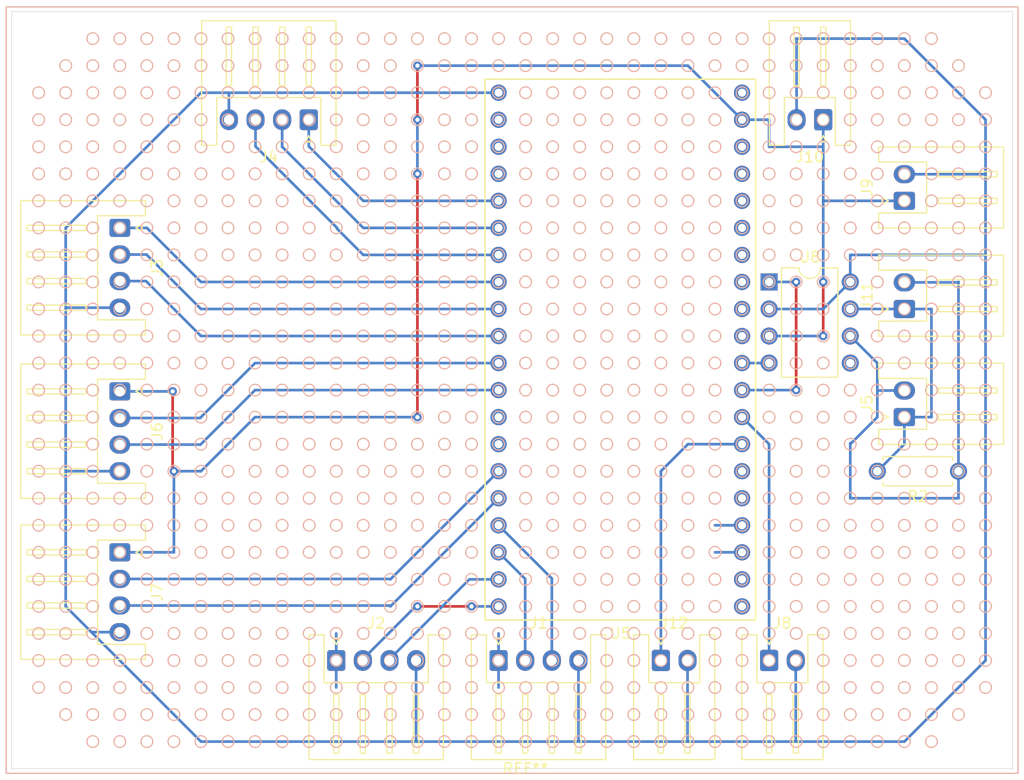
<source format=kicad_pcb>
(kicad_pcb (version 20171130) (host pcbnew "(5.1.2)-1")

  (general
    (thickness 1.6)
    (drawings 4)
    (tracks 158)
    (zones 0)
    (modules 16)
    (nets 25)
  )

  (page A4)
  (layers
    (0 F.Cu signal)
    (31 B.Cu signal)
    (32 B.Adhes user)
    (33 F.Adhes user)
    (34 B.Paste user)
    (35 F.Paste user)
    (36 B.SilkS user)
    (37 F.SilkS user)
    (38 B.Mask user)
    (39 F.Mask user)
    (40 Dwgs.User user)
    (41 Cmts.User user)
    (42 Eco1.User user)
    (43 Eco2.User user)
    (44 Edge.Cuts user)
    (45 Margin user)
    (46 B.CrtYd user)
    (47 F.CrtYd user)
    (48 B.Fab user)
    (49 F.Fab user)
  )

  (setup
    (last_trace_width 0.25)
    (trace_clearance 0.2)
    (zone_clearance 0.508)
    (zone_45_only no)
    (trace_min 0.2)
    (via_size 0.8)
    (via_drill 0.4)
    (via_min_size 0.4)
    (via_min_drill 0.3)
    (uvia_size 0.3)
    (uvia_drill 0.1)
    (uvias_allowed no)
    (uvia_min_size 0.2)
    (uvia_min_drill 0.1)
    (edge_width 0.05)
    (segment_width 0.2)
    (pcb_text_width 0.3)
    (pcb_text_size 1.5 1.5)
    (mod_edge_width 0.12)
    (mod_text_size 1 1)
    (mod_text_width 0.15)
    (pad_size 1.524 1.524)
    (pad_drill 0.762)
    (pad_to_mask_clearance 0.051)
    (solder_mask_min_width 0.25)
    (aux_axis_origin 0 0)
    (visible_elements 7FFFFFFF)
    (pcbplotparams
      (layerselection 0x010fc_ffffffff)
      (usegerberextensions false)
      (usegerberattributes false)
      (usegerberadvancedattributes false)
      (creategerberjobfile false)
      (excludeedgelayer true)
      (linewidth 0.100000)
      (plotframeref false)
      (viasonmask false)
      (mode 1)
      (useauxorigin false)
      (hpglpennumber 1)
      (hpglpenspeed 20)
      (hpglpendiameter 15.000000)
      (psnegative false)
      (psa4output false)
      (plotreference true)
      (plotvalue true)
      (plotinvisibletext false)
      (padsonsilk false)
      (subtractmaskfromsilk false)
      (outputformat 1)
      (mirror false)
      (drillshape 1)
      (scaleselection 1)
      (outputdirectory ""))
  )

  (net 0 "")
  (net 1 GND)
  (net 2 +5V)
  (net 3 CAN_H)
  (net 4 CAN_L)
  (net 5 IO_1A)
  (net 6 IO_1B)
  (net 7 PWM_1)
  (net 8 PWM_2)
  (net 9 IO_2B)
  (net 10 IO_2A)
  (net 11 CAN_rd)
  (net 12 CAN_td)
  (net 13 SVD_1_3)
  (net 14 SVD_1_2)
  (net 15 SVD_1_1)
  (net 16 SVD_2_1)
  (net 17 SVD_2_2)
  (net 18 SVD_2_3)
  (net 19 Enc_1_A)
  (net 20 Enc_1_B)
  (net 21 Enc_2_B)
  (net 22 Enc_2_A)
  (net 23 SW_1)
  (net 24 SW2)

  (net_class Default "これはデフォルトのネット クラスです。"
    (clearance 0.2)
    (trace_width 0.25)
    (via_dia 0.8)
    (via_drill 0.4)
    (uvia_dia 0.3)
    (uvia_drill 0.1)
    (add_net +5V)
    (add_net CAN_H)
    (add_net CAN_L)
    (add_net CAN_rd)
    (add_net CAN_td)
    (add_net Enc_1_A)
    (add_net Enc_1_B)
    (add_net Enc_2_A)
    (add_net Enc_2_B)
    (add_net GND)
    (add_net IO_1A)
    (add_net IO_1B)
    (add_net IO_2A)
    (add_net IO_2B)
    (add_net PWM_1)
    (add_net PWM_2)
    (add_net SVD_1_1)
    (add_net SVD_1_2)
    (add_net SVD_1_3)
    (add_net SVD_2_1)
    (add_net SVD_2_2)
    (add_net SVD_2_3)
    (add_net SW2)
    (add_net SW_1)
  )

  (module MyFootprint:universal_B (layer F.Cu) (tedit 5D1573B4) (tstamp 5DB31AC2)
    (at 144.78 99.06)
    (fp_text reference REF** (at 0 35.56) (layer F.SilkS)
      (effects (font (size 1 1) (thickness 0.15)))
    )
    (fp_text value universal_B (at 0 -35) (layer F.Fab)
      (effects (font (size 1 1) (thickness 0.15)))
    )
    (fp_line (start -48.77 -36) (end -48.77 36) (layer B.SilkS) (width 0.12))
    (fp_line (start 46.23 -36) (end 46.23 36) (layer B.SilkS) (width 0.12))
    (fp_line (start 46.23 -36) (end -48.77 -36) (layer B.SilkS) (width 0.12))
    (fp_circle (center 0 0) (end 0.55 0) (layer B.SilkS) (width 0.12))
    (fp_circle (center 2.54 0) (end 3.09 0) (layer B.SilkS) (width 0.12))
    (fp_circle (center 2.54 -2.54) (end 3.09 -2.54) (layer B.SilkS) (width 0.12))
    (fp_circle (center 0 -2.54) (end 0.55 -2.54) (layer B.SilkS) (width 0.12))
    (fp_circle (center 0 2.54) (end 0.55 2.54) (layer B.SilkS) (width 0.12))
    (fp_circle (center 2.54 2.54) (end 3.09 2.54) (layer B.SilkS) (width 0.12))
    (fp_circle (center 2.54 -5.08) (end 3.09 -5.08) (layer B.SilkS) (width 0.12))
    (fp_circle (center 0 -5.08) (end 0.55 -5.08) (layer B.SilkS) (width 0.12))
    (fp_circle (center 2.54 -7.62) (end 3.09 -7.62) (layer B.SilkS) (width 0.12))
    (fp_circle (center 0 -7.62) (end 0.55 -7.62) (layer B.SilkS) (width 0.12))
    (fp_circle (center 0 -10.16) (end 0.55 -10.16) (layer B.SilkS) (width 0.12))
    (fp_circle (center 2.54 -10.16) (end 3.09 -10.16) (layer B.SilkS) (width 0.12))
    (fp_circle (center 2.54 10.16) (end 3.09 10.16) (layer B.SilkS) (width 0.12))
    (fp_circle (center 0 10.16) (end 0.55 10.16) (layer B.SilkS) (width 0.12))
    (fp_circle (center 2.54 7.62) (end 3.09 7.62) (layer B.SilkS) (width 0.12))
    (fp_circle (center 0 7.62) (end 0.55 7.62) (layer B.SilkS) (width 0.12))
    (fp_circle (center 0 5.08) (end 0.55 5.08) (layer B.SilkS) (width 0.12))
    (fp_circle (center 2.54 5.08) (end 3.09 5.08) (layer B.SilkS) (width 0.12))
    (fp_circle (center 2.54 -12.7) (end 3.09 -12.7) (layer B.SilkS) (width 0.12))
    (fp_circle (center 0 -12.7) (end 0.55 -12.7) (layer B.SilkS) (width 0.12))
    (fp_circle (center 2.54 -15.24) (end 3.09 -15.24) (layer B.SilkS) (width 0.12))
    (fp_circle (center 0 -15.24) (end 0.55 -15.24) (layer B.SilkS) (width 0.12))
    (fp_circle (center 0 -17.78) (end 0.55 -17.78) (layer B.SilkS) (width 0.12))
    (fp_circle (center 2.54 -17.78) (end 3.09 -17.78) (layer B.SilkS) (width 0.12))
    (fp_circle (center 2.54 17.78) (end 3.09 17.78) (layer B.SilkS) (width 0.12))
    (fp_circle (center 0 17.78) (end 0.55 17.78) (layer B.SilkS) (width 0.12))
    (fp_circle (center 2.54 15.24) (end 3.09 15.24) (layer B.SilkS) (width 0.12))
    (fp_circle (center 0 15.24) (end 0.55 15.24) (layer B.SilkS) (width 0.12))
    (fp_circle (center 0 12.7) (end 0.55 12.7) (layer B.SilkS) (width 0.12))
    (fp_circle (center 2.54 12.7) (end 3.09 12.7) (layer B.SilkS) (width 0.12))
    (fp_circle (center 2.54 -20.32) (end 3.09 -20.32) (layer B.SilkS) (width 0.12))
    (fp_circle (center 0 -20.32) (end 0.55 -20.32) (layer B.SilkS) (width 0.12))
    (fp_circle (center 2.54 -22.86) (end 3.09 -22.86) (layer B.SilkS) (width 0.12))
    (fp_circle (center 0 -22.86) (end 0.55 -22.86) (layer B.SilkS) (width 0.12))
    (fp_circle (center 0 -25.4) (end 0.55 -25.4) (layer B.SilkS) (width 0.12))
    (fp_circle (center 2.54 -25.4) (end 3.09 -25.4) (layer B.SilkS) (width 0.12))
    (fp_circle (center 2.54 25.4) (end 3.09 25.4) (layer B.SilkS) (width 0.12))
    (fp_circle (center 0 25.4) (end 0.55 25.4) (layer B.SilkS) (width 0.12))
    (fp_circle (center 2.54 22.86) (end 3.09 22.86) (layer B.SilkS) (width 0.12))
    (fp_circle (center 0 22.86) (end 0.55 22.86) (layer B.SilkS) (width 0.12))
    (fp_circle (center 0 20.32) (end 0.55 20.32) (layer B.SilkS) (width 0.12))
    (fp_circle (center 2.54 20.32) (end 3.09 20.32) (layer B.SilkS) (width 0.12))
    (fp_circle (center 2.54 -27.94) (end 3.09 -27.94) (layer B.SilkS) (width 0.12))
    (fp_circle (center 0 -27.94) (end 0.55 -27.94) (layer B.SilkS) (width 0.12))
    (fp_circle (center 2.54 -30.48) (end 3.09 -30.48) (layer B.SilkS) (width 0.12))
    (fp_circle (center 0 -30.48) (end 0.55 -30.48) (layer B.SilkS) (width 0.12))
    (fp_circle (center 0 -33.02) (end 0.55 -33.02) (layer B.SilkS) (width 0.12))
    (fp_circle (center 2.54 -33.02) (end 3.09 -33.02) (layer B.SilkS) (width 0.12))
    (fp_circle (center 2.54 33.02) (end 3.09 33.02) (layer B.SilkS) (width 0.12))
    (fp_circle (center 0 33.02) (end 0.55 33.02) (layer B.SilkS) (width 0.12))
    (fp_circle (center 2.54 30.48) (end 3.09 30.48) (layer B.SilkS) (width 0.12))
    (fp_circle (center 0 30.48) (end 0.55 30.48) (layer B.SilkS) (width 0.12))
    (fp_circle (center 0 27.94) (end 0.55 27.94) (layer B.SilkS) (width 0.12))
    (fp_circle (center 2.54 27.94) (end 3.09 27.94) (layer B.SilkS) (width 0.12))
    (fp_circle (center 5.08 -2.54) (end 5.63 -2.54) (layer B.SilkS) (width 0.12))
    (fp_circle (center 10.16 2.54) (end 10.71 2.54) (layer B.SilkS) (width 0.12))
    (fp_circle (center 7.62 2.54) (end 8.17 2.54) (layer B.SilkS) (width 0.12))
    (fp_circle (center 5.08 2.54) (end 5.63 2.54) (layer B.SilkS) (width 0.12))
    (fp_circle (center 10.16 0) (end 10.71 0) (layer B.SilkS) (width 0.12))
    (fp_circle (center 7.62 0) (end 8.17 0) (layer B.SilkS) (width 0.12))
    (fp_circle (center 5.08 0) (end 5.63 0) (layer B.SilkS) (width 0.12))
    (fp_circle (center 7.62 -2.54) (end 8.17 -2.54) (layer B.SilkS) (width 0.12))
    (fp_circle (center 10.16 -2.54) (end 10.71 -2.54) (layer B.SilkS) (width 0.12))
    (fp_circle (center 10.16 27.94) (end 10.71 27.94) (layer B.SilkS) (width 0.12))
    (fp_circle (center 7.62 27.94) (end 8.17 27.94) (layer B.SilkS) (width 0.12))
    (fp_circle (center 7.62 30.48) (end 8.17 30.48) (layer B.SilkS) (width 0.12))
    (fp_circle (center 7.62 33.02) (end 8.17 33.02) (layer B.SilkS) (width 0.12))
    (fp_circle (center 10.16 33.02) (end 10.71 33.02) (layer B.SilkS) (width 0.12))
    (fp_circle (center 5.08 33.02) (end 5.63 33.02) (layer B.SilkS) (width 0.12))
    (fp_circle (center 5.08 30.48) (end 5.63 30.48) (layer B.SilkS) (width 0.12))
    (fp_circle (center 5.08 27.94) (end 5.63 27.94) (layer B.SilkS) (width 0.12))
    (fp_circle (center 10.16 30.48) (end 10.71 30.48) (layer B.SilkS) (width 0.12))
    (fp_circle (center 7.62 -30.48) (end 8.17 -30.48) (layer B.SilkS) (width 0.12))
    (fp_circle (center 5.08 -27.94) (end 5.63 -27.94) (layer B.SilkS) (width 0.12))
    (fp_circle (center 5.08 -33.02) (end 5.63 -33.02) (layer B.SilkS) (width 0.12))
    (fp_circle (center 7.62 -27.94) (end 8.17 -27.94) (layer B.SilkS) (width 0.12))
    (fp_circle (center 7.62 -33.02) (end 8.17 -33.02) (layer B.SilkS) (width 0.12))
    (fp_circle (center 5.08 -30.48) (end 5.63 -30.48) (layer B.SilkS) (width 0.12))
    (fp_circle (center 10.16 -30.48) (end 10.71 -30.48) (layer B.SilkS) (width 0.12))
    (fp_circle (center 10.16 -27.94) (end 10.71 -27.94) (layer B.SilkS) (width 0.12))
    (fp_circle (center 10.16 -33.02) (end 10.71 -33.02) (layer B.SilkS) (width 0.12))
    (fp_circle (center 7.62 25.4) (end 8.17 25.4) (layer B.SilkS) (width 0.12))
    (fp_circle (center 7.62 20.32) (end 8.17 20.32) (layer B.SilkS) (width 0.12))
    (fp_circle (center 10.16 20.32) (end 10.71 20.32) (layer B.SilkS) (width 0.12))
    (fp_circle (center 10.16 22.86) (end 10.71 22.86) (layer B.SilkS) (width 0.12))
    (fp_circle (center 10.16 25.4) (end 10.71 25.4) (layer B.SilkS) (width 0.12))
    (fp_circle (center 7.62 22.86) (end 8.17 22.86) (layer B.SilkS) (width 0.12))
    (fp_circle (center 5.08 22.86) (end 5.63 22.86) (layer B.SilkS) (width 0.12))
    (fp_circle (center 5.08 20.32) (end 5.63 20.32) (layer B.SilkS) (width 0.12))
    (fp_circle (center 5.08 25.4) (end 5.63 25.4) (layer B.SilkS) (width 0.12))
    (fp_circle (center 7.62 -22.86) (end 8.17 -22.86) (layer B.SilkS) (width 0.12))
    (fp_circle (center 5.08 -20.32) (end 5.63 -20.32) (layer B.SilkS) (width 0.12))
    (fp_circle (center 10.16 -20.32) (end 10.71 -20.32) (layer B.SilkS) (width 0.12))
    (fp_circle (center 10.16 -25.4) (end 10.71 -25.4) (layer B.SilkS) (width 0.12))
    (fp_circle (center 5.08 -22.86) (end 5.63 -22.86) (layer B.SilkS) (width 0.12))
    (fp_circle (center 7.62 -25.4) (end 8.17 -25.4) (layer B.SilkS) (width 0.12))
    (fp_circle (center 5.08 -25.4) (end 5.63 -25.4) (layer B.SilkS) (width 0.12))
    (fp_circle (center 10.16 -22.86) (end 10.71 -22.86) (layer B.SilkS) (width 0.12))
    (fp_circle (center 7.62 -20.32) (end 8.17 -20.32) (layer B.SilkS) (width 0.12))
    (fp_circle (center 7.62 12.7) (end 8.17 12.7) (layer B.SilkS) (width 0.12))
    (fp_circle (center 7.62 15.24) (end 8.17 15.24) (layer B.SilkS) (width 0.12))
    (fp_circle (center 5.08 12.7) (end 5.63 12.7) (layer B.SilkS) (width 0.12))
    (fp_circle (center 10.16 15.24) (end 10.71 15.24) (layer B.SilkS) (width 0.12))
    (fp_circle (center 7.62 17.78) (end 8.17 17.78) (layer B.SilkS) (width 0.12))
    (fp_circle (center 10.16 17.78) (end 10.71 17.78) (layer B.SilkS) (width 0.12))
    (fp_circle (center 10.16 12.7) (end 10.71 12.7) (layer B.SilkS) (width 0.12))
    (fp_circle (center 5.08 15.24) (end 5.63 15.24) (layer B.SilkS) (width 0.12))
    (fp_circle (center 5.08 17.78) (end 5.63 17.78) (layer B.SilkS) (width 0.12))
    (fp_circle (center 10.16 -12.7) (end 10.71 -12.7) (layer B.SilkS) (width 0.12))
    (fp_circle (center 5.08 -12.7) (end 5.63 -12.7) (layer B.SilkS) (width 0.12))
    (fp_circle (center 7.62 -12.7) (end 8.17 -12.7) (layer B.SilkS) (width 0.12))
    (fp_circle (center 5.08 -15.24) (end 5.63 -15.24) (layer B.SilkS) (width 0.12))
    (fp_circle (center 5.08 -17.78) (end 5.63 -17.78) (layer B.SilkS) (width 0.12))
    (fp_circle (center 10.16 -15.24) (end 10.71 -15.24) (layer B.SilkS) (width 0.12))
    (fp_circle (center 10.16 -17.78) (end 10.71 -17.78) (layer B.SilkS) (width 0.12))
    (fp_circle (center 7.62 -17.78) (end 8.17 -17.78) (layer B.SilkS) (width 0.12))
    (fp_circle (center 7.62 -15.24) (end 8.17 -15.24) (layer B.SilkS) (width 0.12))
    (fp_circle (center 10.16 7.62) (end 10.71 7.62) (layer B.SilkS) (width 0.12))
    (fp_circle (center 10.16 -7.62) (end 10.71 -7.62) (layer B.SilkS) (width 0.12))
    (fp_circle (center 7.62 -5.08) (end 8.17 -5.08) (layer B.SilkS) (width 0.12))
    (fp_circle (center 10.16 5.08) (end 10.71 5.08) (layer B.SilkS) (width 0.12))
    (fp_circle (center 10.16 -10.16) (end 10.71 -10.16) (layer B.SilkS) (width 0.12))
    (fp_circle (center 7.62 5.08) (end 8.17 5.08) (layer B.SilkS) (width 0.12))
    (fp_circle (center 7.62 7.62) (end 8.17 7.62) (layer B.SilkS) (width 0.12))
    (fp_circle (center 5.08 10.16) (end 5.63 10.16) (layer B.SilkS) (width 0.12))
    (fp_circle (center 7.62 10.16) (end 8.17 10.16) (layer B.SilkS) (width 0.12))
    (fp_circle (center 10.16 10.16) (end 10.71 10.16) (layer B.SilkS) (width 0.12))
    (fp_circle (center 5.08 -10.16) (end 5.63 -10.16) (layer B.SilkS) (width 0.12))
    (fp_circle (center 5.08 -5.08) (end 5.63 -5.08) (layer B.SilkS) (width 0.12))
    (fp_circle (center 5.08 -7.62) (end 5.63 -7.62) (layer B.SilkS) (width 0.12))
    (fp_circle (center 5.08 5.08) (end 5.63 5.08) (layer B.SilkS) (width 0.12))
    (fp_circle (center 7.62 -10.16) (end 8.17 -10.16) (layer B.SilkS) (width 0.12))
    (fp_circle (center 10.16 -5.08) (end 10.71 -5.08) (layer B.SilkS) (width 0.12))
    (fp_circle (center 5.08 7.62) (end 5.63 7.62) (layer B.SilkS) (width 0.12))
    (fp_circle (center 7.62 -7.62) (end 8.17 -7.62) (layer B.SilkS) (width 0.12))
    (fp_circle (center 12.7 -2.54) (end 13.25 -2.54) (layer B.SilkS) (width 0.12))
    (fp_circle (center 17.78 2.54) (end 18.33 2.54) (layer B.SilkS) (width 0.12))
    (fp_circle (center 15.24 2.54) (end 15.79 2.54) (layer B.SilkS) (width 0.12))
    (fp_circle (center 12.7 2.54) (end 13.25 2.54) (layer B.SilkS) (width 0.12))
    (fp_circle (center 17.78 0) (end 18.33 0) (layer B.SilkS) (width 0.12))
    (fp_circle (center 15.24 0) (end 15.79 0) (layer B.SilkS) (width 0.12))
    (fp_circle (center 12.7 0) (end 13.25 0) (layer B.SilkS) (width 0.12))
    (fp_circle (center 15.24 -2.54) (end 15.79 -2.54) (layer B.SilkS) (width 0.12))
    (fp_circle (center 17.78 -2.54) (end 18.33 -2.54) (layer B.SilkS) (width 0.12))
    (fp_circle (center 17.78 27.94) (end 18.33 27.94) (layer B.SilkS) (width 0.12))
    (fp_circle (center 15.24 27.94) (end 15.79 27.94) (layer B.SilkS) (width 0.12))
    (fp_circle (center 15.24 30.48) (end 15.79 30.48) (layer B.SilkS) (width 0.12))
    (fp_circle (center 15.24 33.02) (end 15.79 33.02) (layer B.SilkS) (width 0.12))
    (fp_circle (center 17.78 33.02) (end 18.33 33.02) (layer B.SilkS) (width 0.12))
    (fp_circle (center 12.7 33.02) (end 13.25 33.02) (layer B.SilkS) (width 0.12))
    (fp_circle (center 12.7 30.48) (end 13.25 30.48) (layer B.SilkS) (width 0.12))
    (fp_circle (center 12.7 27.94) (end 13.25 27.94) (layer B.SilkS) (width 0.12))
    (fp_circle (center 17.78 30.48) (end 18.33 30.48) (layer B.SilkS) (width 0.12))
    (fp_circle (center 15.24 -30.48) (end 15.79 -30.48) (layer B.SilkS) (width 0.12))
    (fp_circle (center 12.7 -27.94) (end 13.25 -27.94) (layer B.SilkS) (width 0.12))
    (fp_circle (center 12.7 -33.02) (end 13.25 -33.02) (layer B.SilkS) (width 0.12))
    (fp_circle (center 15.24 -27.94) (end 15.79 -27.94) (layer B.SilkS) (width 0.12))
    (fp_circle (center 15.24 -33.02) (end 15.79 -33.02) (layer B.SilkS) (width 0.12))
    (fp_circle (center 12.7 -30.48) (end 13.25 -30.48) (layer B.SilkS) (width 0.12))
    (fp_circle (center 17.78 -30.48) (end 18.33 -30.48) (layer B.SilkS) (width 0.12))
    (fp_circle (center 17.78 -27.94) (end 18.33 -27.94) (layer B.SilkS) (width 0.12))
    (fp_circle (center 17.78 -33.02) (end 18.33 -33.02) (layer B.SilkS) (width 0.12))
    (fp_circle (center 15.24 25.4) (end 15.79 25.4) (layer B.SilkS) (width 0.12))
    (fp_circle (center 15.24 20.32) (end 15.79 20.32) (layer B.SilkS) (width 0.12))
    (fp_circle (center 17.78 20.32) (end 18.33 20.32) (layer B.SilkS) (width 0.12))
    (fp_circle (center 17.78 22.86) (end 18.33 22.86) (layer B.SilkS) (width 0.12))
    (fp_circle (center 17.78 25.4) (end 18.33 25.4) (layer B.SilkS) (width 0.12))
    (fp_circle (center 15.24 22.86) (end 15.79 22.86) (layer B.SilkS) (width 0.12))
    (fp_circle (center 12.7 22.86) (end 13.25 22.86) (layer B.SilkS) (width 0.12))
    (fp_circle (center 12.7 20.32) (end 13.25 20.32) (layer B.SilkS) (width 0.12))
    (fp_circle (center 12.7 25.4) (end 13.25 25.4) (layer B.SilkS) (width 0.12))
    (fp_circle (center 15.24 -22.86) (end 15.79 -22.86) (layer B.SilkS) (width 0.12))
    (fp_circle (center 12.7 -20.32) (end 13.25 -20.32) (layer B.SilkS) (width 0.12))
    (fp_circle (center 17.78 -20.32) (end 18.33 -20.32) (layer B.SilkS) (width 0.12))
    (fp_circle (center 17.78 -25.4) (end 18.33 -25.4) (layer B.SilkS) (width 0.12))
    (fp_circle (center 12.7 -22.86) (end 13.25 -22.86) (layer B.SilkS) (width 0.12))
    (fp_circle (center 15.24 -25.4) (end 15.79 -25.4) (layer B.SilkS) (width 0.12))
    (fp_circle (center 12.7 -25.4) (end 13.25 -25.4) (layer B.SilkS) (width 0.12))
    (fp_circle (center 17.78 -22.86) (end 18.33 -22.86) (layer B.SilkS) (width 0.12))
    (fp_circle (center 15.24 -20.32) (end 15.79 -20.32) (layer B.SilkS) (width 0.12))
    (fp_circle (center 15.24 12.7) (end 15.79 12.7) (layer B.SilkS) (width 0.12))
    (fp_circle (center 15.24 15.24) (end 15.79 15.24) (layer B.SilkS) (width 0.12))
    (fp_circle (center 12.7 12.7) (end 13.25 12.7) (layer B.SilkS) (width 0.12))
    (fp_circle (center 17.78 15.24) (end 18.33 15.24) (layer B.SilkS) (width 0.12))
    (fp_circle (center 15.24 17.78) (end 15.79 17.78) (layer B.SilkS) (width 0.12))
    (fp_circle (center 17.78 17.78) (end 18.33 17.78) (layer B.SilkS) (width 0.12))
    (fp_circle (center 17.78 12.7) (end 18.33 12.7) (layer B.SilkS) (width 0.12))
    (fp_circle (center 12.7 15.24) (end 13.25 15.24) (layer B.SilkS) (width 0.12))
    (fp_circle (center 12.7 17.78) (end 13.25 17.78) (layer B.SilkS) (width 0.12))
    (fp_circle (center 17.78 -12.7) (end 18.33 -12.7) (layer B.SilkS) (width 0.12))
    (fp_circle (center 12.7 -12.7) (end 13.25 -12.7) (layer B.SilkS) (width 0.12))
    (fp_circle (center 15.24 -12.7) (end 15.79 -12.7) (layer B.SilkS) (width 0.12))
    (fp_circle (center 12.7 -15.24) (end 13.25 -15.24) (layer B.SilkS) (width 0.12))
    (fp_circle (center 12.7 -17.78) (end 13.25 -17.78) (layer B.SilkS) (width 0.12))
    (fp_circle (center 17.78 -15.24) (end 18.33 -15.24) (layer B.SilkS) (width 0.12))
    (fp_circle (center 17.78 -17.78) (end 18.33 -17.78) (layer B.SilkS) (width 0.12))
    (fp_circle (center 15.24 -17.78) (end 15.79 -17.78) (layer B.SilkS) (width 0.12))
    (fp_circle (center 15.24 -15.24) (end 15.79 -15.24) (layer B.SilkS) (width 0.12))
    (fp_circle (center 17.78 7.62) (end 18.33 7.62) (layer B.SilkS) (width 0.12))
    (fp_circle (center 17.78 -7.62) (end 18.33 -7.62) (layer B.SilkS) (width 0.12))
    (fp_circle (center 15.24 -5.08) (end 15.79 -5.08) (layer B.SilkS) (width 0.12))
    (fp_circle (center 17.78 5.08) (end 18.33 5.08) (layer B.SilkS) (width 0.12))
    (fp_circle (center 17.78 -10.16) (end 18.33 -10.16) (layer B.SilkS) (width 0.12))
    (fp_circle (center 15.24 5.08) (end 15.79 5.08) (layer B.SilkS) (width 0.12))
    (fp_circle (center 15.24 7.62) (end 15.79 7.62) (layer B.SilkS) (width 0.12))
    (fp_circle (center 12.7 10.16) (end 13.25 10.16) (layer B.SilkS) (width 0.12))
    (fp_circle (center 15.24 10.16) (end 15.79 10.16) (layer B.SilkS) (width 0.12))
    (fp_circle (center 17.78 10.16) (end 18.33 10.16) (layer B.SilkS) (width 0.12))
    (fp_circle (center 12.7 -10.16) (end 13.25 -10.16) (layer B.SilkS) (width 0.12))
    (fp_circle (center 12.7 -5.08) (end 13.25 -5.08) (layer B.SilkS) (width 0.12))
    (fp_circle (center 12.7 -7.62) (end 13.25 -7.62) (layer B.SilkS) (width 0.12))
    (fp_circle (center 12.7 5.08) (end 13.25 5.08) (layer B.SilkS) (width 0.12))
    (fp_circle (center 15.24 -10.16) (end 15.79 -10.16) (layer B.SilkS) (width 0.12))
    (fp_circle (center 17.78 -5.08) (end 18.33 -5.08) (layer B.SilkS) (width 0.12))
    (fp_circle (center 12.7 7.62) (end 13.25 7.62) (layer B.SilkS) (width 0.12))
    (fp_circle (center 15.24 -7.62) (end 15.79 -7.62) (layer B.SilkS) (width 0.12))
    (fp_circle (center 20.32 -2.54) (end 20.87 -2.54) (layer B.SilkS) (width 0.12))
    (fp_circle (center 25.4 2.54) (end 25.95 2.54) (layer B.SilkS) (width 0.12))
    (fp_circle (center 22.86 2.54) (end 23.41 2.54) (layer B.SilkS) (width 0.12))
    (fp_circle (center 20.32 2.54) (end 20.87 2.54) (layer B.SilkS) (width 0.12))
    (fp_circle (center 25.4 0) (end 25.95 0) (layer B.SilkS) (width 0.12))
    (fp_circle (center 22.86 0) (end 23.41 0) (layer B.SilkS) (width 0.12))
    (fp_circle (center 20.32 0) (end 20.87 0) (layer B.SilkS) (width 0.12))
    (fp_circle (center 22.86 -2.54) (end 23.41 -2.54) (layer B.SilkS) (width 0.12))
    (fp_circle (center 25.4 -2.54) (end 25.95 -2.54) (layer B.SilkS) (width 0.12))
    (fp_circle (center 25.4 27.94) (end 25.95 27.94) (layer B.SilkS) (width 0.12))
    (fp_circle (center 22.86 27.94) (end 23.41 27.94) (layer B.SilkS) (width 0.12))
    (fp_circle (center 22.86 30.48) (end 23.41 30.48) (layer B.SilkS) (width 0.12))
    (fp_circle (center 22.86 33.02) (end 23.41 33.02) (layer B.SilkS) (width 0.12))
    (fp_circle (center 25.4 33.02) (end 25.95 33.02) (layer B.SilkS) (width 0.12))
    (fp_circle (center 20.32 33.02) (end 20.87 33.02) (layer B.SilkS) (width 0.12))
    (fp_circle (center 20.32 30.48) (end 20.87 30.48) (layer B.SilkS) (width 0.12))
    (fp_circle (center 20.32 27.94) (end 20.87 27.94) (layer B.SilkS) (width 0.12))
    (fp_circle (center 25.4 30.48) (end 25.95 30.48) (layer B.SilkS) (width 0.12))
    (fp_circle (center 22.86 -30.48) (end 23.41 -30.48) (layer B.SilkS) (width 0.12))
    (fp_circle (center 20.32 -27.94) (end 20.87 -27.94) (layer B.SilkS) (width 0.12))
    (fp_circle (center 20.32 -33.02) (end 20.87 -33.02) (layer B.SilkS) (width 0.12))
    (fp_circle (center 22.86 -27.94) (end 23.41 -27.94) (layer B.SilkS) (width 0.12))
    (fp_circle (center 22.86 -33.02) (end 23.41 -33.02) (layer B.SilkS) (width 0.12))
    (fp_circle (center 20.32 -30.48) (end 20.87 -30.48) (layer B.SilkS) (width 0.12))
    (fp_circle (center 25.4 -30.48) (end 25.95 -30.48) (layer B.SilkS) (width 0.12))
    (fp_circle (center 25.4 -27.94) (end 25.95 -27.94) (layer B.SilkS) (width 0.12))
    (fp_circle (center 25.4 -33.02) (end 25.95 -33.02) (layer B.SilkS) (width 0.12))
    (fp_circle (center 22.86 25.4) (end 23.41 25.4) (layer B.SilkS) (width 0.12))
    (fp_circle (center 22.86 20.32) (end 23.41 20.32) (layer B.SilkS) (width 0.12))
    (fp_circle (center 25.4 20.32) (end 25.95 20.32) (layer B.SilkS) (width 0.12))
    (fp_circle (center 25.4 22.86) (end 25.95 22.86) (layer B.SilkS) (width 0.12))
    (fp_circle (center 25.4 25.4) (end 25.95 25.4) (layer B.SilkS) (width 0.12))
    (fp_circle (center 22.86 22.86) (end 23.41 22.86) (layer B.SilkS) (width 0.12))
    (fp_circle (center 20.32 22.86) (end 20.87 22.86) (layer B.SilkS) (width 0.12))
    (fp_circle (center 20.32 20.32) (end 20.87 20.32) (layer B.SilkS) (width 0.12))
    (fp_circle (center 20.32 25.4) (end 20.87 25.4) (layer B.SilkS) (width 0.12))
    (fp_circle (center 22.86 -22.86) (end 23.41 -22.86) (layer B.SilkS) (width 0.12))
    (fp_circle (center 20.32 -20.32) (end 20.87 -20.32) (layer B.SilkS) (width 0.12))
    (fp_circle (center 25.4 -20.32) (end 25.95 -20.32) (layer B.SilkS) (width 0.12))
    (fp_circle (center 25.4 -25.4) (end 25.95 -25.4) (layer B.SilkS) (width 0.12))
    (fp_circle (center 20.32 -22.86) (end 20.87 -22.86) (layer B.SilkS) (width 0.12))
    (fp_circle (center 22.86 -25.4) (end 23.41 -25.4) (layer B.SilkS) (width 0.12))
    (fp_circle (center 20.32 -25.4) (end 20.87 -25.4) (layer B.SilkS) (width 0.12))
    (fp_circle (center 25.4 -22.86) (end 25.95 -22.86) (layer B.SilkS) (width 0.12))
    (fp_circle (center 22.86 -20.32) (end 23.41 -20.32) (layer B.SilkS) (width 0.12))
    (fp_circle (center 22.86 12.7) (end 23.41 12.7) (layer B.SilkS) (width 0.12))
    (fp_circle (center 22.86 15.24) (end 23.41 15.24) (layer B.SilkS) (width 0.12))
    (fp_circle (center 20.32 12.7) (end 20.87 12.7) (layer B.SilkS) (width 0.12))
    (fp_circle (center 25.4 15.24) (end 25.95 15.24) (layer B.SilkS) (width 0.12))
    (fp_circle (center 22.86 17.78) (end 23.41 17.78) (layer B.SilkS) (width 0.12))
    (fp_circle (center 25.4 17.78) (end 25.95 17.78) (layer B.SilkS) (width 0.12))
    (fp_circle (center 25.4 12.7) (end 25.95 12.7) (layer B.SilkS) (width 0.12))
    (fp_circle (center 20.32 15.24) (end 20.87 15.24) (layer B.SilkS) (width 0.12))
    (fp_circle (center 20.32 17.78) (end 20.87 17.78) (layer B.SilkS) (width 0.12))
    (fp_circle (center 25.4 -12.7) (end 25.95 -12.7) (layer B.SilkS) (width 0.12))
    (fp_circle (center 20.32 -12.7) (end 20.87 -12.7) (layer B.SilkS) (width 0.12))
    (fp_circle (center 22.86 -12.7) (end 23.41 -12.7) (layer B.SilkS) (width 0.12))
    (fp_circle (center 20.32 -15.24) (end 20.87 -15.24) (layer B.SilkS) (width 0.12))
    (fp_circle (center 20.32 -17.78) (end 20.87 -17.78) (layer B.SilkS) (width 0.12))
    (fp_circle (center 25.4 -15.24) (end 25.95 -15.24) (layer B.SilkS) (width 0.12))
    (fp_circle (center 25.4 -17.78) (end 25.95 -17.78) (layer B.SilkS) (width 0.12))
    (fp_circle (center 22.86 -17.78) (end 23.41 -17.78) (layer B.SilkS) (width 0.12))
    (fp_circle (center 22.86 -15.24) (end 23.41 -15.24) (layer B.SilkS) (width 0.12))
    (fp_circle (center 25.4 7.62) (end 25.95 7.62) (layer B.SilkS) (width 0.12))
    (fp_circle (center 25.4 -7.62) (end 25.95 -7.62) (layer B.SilkS) (width 0.12))
    (fp_circle (center 22.86 -5.08) (end 23.41 -5.08) (layer B.SilkS) (width 0.12))
    (fp_circle (center 25.4 5.08) (end 25.95 5.08) (layer B.SilkS) (width 0.12))
    (fp_circle (center 25.4 -10.16) (end 25.95 -10.16) (layer B.SilkS) (width 0.12))
    (fp_circle (center 22.86 5.08) (end 23.41 5.08) (layer B.SilkS) (width 0.12))
    (fp_circle (center 22.86 7.62) (end 23.41 7.62) (layer B.SilkS) (width 0.12))
    (fp_circle (center 20.32 10.16) (end 20.87 10.16) (layer B.SilkS) (width 0.12))
    (fp_circle (center 22.86 10.16) (end 23.41 10.16) (layer B.SilkS) (width 0.12))
    (fp_circle (center 25.4 10.16) (end 25.95 10.16) (layer B.SilkS) (width 0.12))
    (fp_circle (center 20.32 -10.16) (end 20.87 -10.16) (layer B.SilkS) (width 0.12))
    (fp_circle (center 20.32 -5.08) (end 20.87 -5.08) (layer B.SilkS) (width 0.12))
    (fp_circle (center 20.32 -7.62) (end 20.87 -7.62) (layer B.SilkS) (width 0.12))
    (fp_circle (center 20.32 5.08) (end 20.87 5.08) (layer B.SilkS) (width 0.12))
    (fp_circle (center 22.86 -10.16) (end 23.41 -10.16) (layer B.SilkS) (width 0.12))
    (fp_circle (center 25.4 -5.08) (end 25.95 -5.08) (layer B.SilkS) (width 0.12))
    (fp_circle (center 20.32 7.62) (end 20.87 7.62) (layer B.SilkS) (width 0.12))
    (fp_circle (center 22.86 -7.62) (end 23.41 -7.62) (layer B.SilkS) (width 0.12))
    (fp_circle (center 27.94 -2.54) (end 28.49 -2.54) (layer B.SilkS) (width 0.12))
    (fp_circle (center 33.02 2.54) (end 33.57 2.54) (layer B.SilkS) (width 0.12))
    (fp_circle (center 30.48 2.54) (end 31.03 2.54) (layer B.SilkS) (width 0.12))
    (fp_circle (center 27.94 2.54) (end 28.49 2.54) (layer B.SilkS) (width 0.12))
    (fp_circle (center 33.02 0) (end 33.57 0) (layer B.SilkS) (width 0.12))
    (fp_circle (center 30.48 0) (end 31.03 0) (layer B.SilkS) (width 0.12))
    (fp_circle (center 27.94 0) (end 28.49 0) (layer B.SilkS) (width 0.12))
    (fp_circle (center 30.48 -2.54) (end 31.03 -2.54) (layer B.SilkS) (width 0.12))
    (fp_circle (center 33.02 -2.54) (end 33.57 -2.54) (layer B.SilkS) (width 0.12))
    (fp_circle (center 33.02 27.94) (end 33.57 27.94) (layer B.SilkS) (width 0.12))
    (fp_circle (center 30.48 27.94) (end 31.03 27.94) (layer B.SilkS) (width 0.12))
    (fp_circle (center 30.48 30.48) (end 31.03 30.48) (layer B.SilkS) (width 0.12))
    (fp_circle (center 30.48 33.02) (end 31.03 33.02) (layer B.SilkS) (width 0.12))
    (fp_circle (center 33.02 33.02) (end 33.57 33.02) (layer B.SilkS) (width 0.12))
    (fp_circle (center 27.94 33.02) (end 28.49 33.02) (layer B.SilkS) (width 0.12))
    (fp_circle (center 27.94 30.48) (end 28.49 30.48) (layer B.SilkS) (width 0.12))
    (fp_circle (center 27.94 27.94) (end 28.49 27.94) (layer B.SilkS) (width 0.12))
    (fp_circle (center 33.02 30.48) (end 33.57 30.48) (layer B.SilkS) (width 0.12))
    (fp_circle (center 30.48 -30.48) (end 31.03 -30.48) (layer B.SilkS) (width 0.12))
    (fp_circle (center 27.94 -27.94) (end 28.49 -27.94) (layer B.SilkS) (width 0.12))
    (fp_circle (center 27.94 -33.02) (end 28.49 -33.02) (layer B.SilkS) (width 0.12))
    (fp_circle (center 30.48 -27.94) (end 31.03 -27.94) (layer B.SilkS) (width 0.12))
    (fp_circle (center 30.48 -33.02) (end 31.03 -33.02) (layer B.SilkS) (width 0.12))
    (fp_circle (center 27.94 -30.48) (end 28.49 -30.48) (layer B.SilkS) (width 0.12))
    (fp_circle (center 33.02 -30.48) (end 33.57 -30.48) (layer B.SilkS) (width 0.12))
    (fp_circle (center 33.02 -27.94) (end 33.57 -27.94) (layer B.SilkS) (width 0.12))
    (fp_circle (center 33.02 -33.02) (end 33.57 -33.02) (layer B.SilkS) (width 0.12))
    (fp_circle (center 30.48 25.4) (end 31.03 25.4) (layer B.SilkS) (width 0.12))
    (fp_circle (center 30.48 20.32) (end 31.03 20.32) (layer B.SilkS) (width 0.12))
    (fp_circle (center 33.02 20.32) (end 33.57 20.32) (layer B.SilkS) (width 0.12))
    (fp_circle (center 33.02 22.86) (end 33.57 22.86) (layer B.SilkS) (width 0.12))
    (fp_circle (center 33.02 25.4) (end 33.57 25.4) (layer B.SilkS) (width 0.12))
    (fp_circle (center 30.48 22.86) (end 31.03 22.86) (layer B.SilkS) (width 0.12))
    (fp_circle (center 27.94 22.86) (end 28.49 22.86) (layer B.SilkS) (width 0.12))
    (fp_circle (center 27.94 20.32) (end 28.49 20.32) (layer B.SilkS) (width 0.12))
    (fp_circle (center 27.94 25.4) (end 28.49 25.4) (layer B.SilkS) (width 0.12))
    (fp_circle (center 30.48 -22.86) (end 31.03 -22.86) (layer B.SilkS) (width 0.12))
    (fp_circle (center 27.94 -20.32) (end 28.49 -20.32) (layer B.SilkS) (width 0.12))
    (fp_circle (center 33.02 -20.32) (end 33.57 -20.32) (layer B.SilkS) (width 0.12))
    (fp_circle (center 33.02 -25.4) (end 33.57 -25.4) (layer B.SilkS) (width 0.12))
    (fp_circle (center 27.94 -22.86) (end 28.49 -22.86) (layer B.SilkS) (width 0.12))
    (fp_circle (center 30.48 -25.4) (end 31.03 -25.4) (layer B.SilkS) (width 0.12))
    (fp_circle (center 27.94 -25.4) (end 28.49 -25.4) (layer B.SilkS) (width 0.12))
    (fp_circle (center 33.02 -22.86) (end 33.57 -22.86) (layer B.SilkS) (width 0.12))
    (fp_circle (center 30.48 -20.32) (end 31.03 -20.32) (layer B.SilkS) (width 0.12))
    (fp_circle (center 30.48 12.7) (end 31.03 12.7) (layer B.SilkS) (width 0.12))
    (fp_circle (center 30.48 15.24) (end 31.03 15.24) (layer B.SilkS) (width 0.12))
    (fp_circle (center 27.94 12.7) (end 28.49 12.7) (layer B.SilkS) (width 0.12))
    (fp_circle (center 33.02 15.24) (end 33.57 15.24) (layer B.SilkS) (width 0.12))
    (fp_circle (center 30.48 17.78) (end 31.03 17.78) (layer B.SilkS) (width 0.12))
    (fp_circle (center 33.02 17.78) (end 33.57 17.78) (layer B.SilkS) (width 0.12))
    (fp_circle (center 33.02 12.7) (end 33.57 12.7) (layer B.SilkS) (width 0.12))
    (fp_circle (center 27.94 15.24) (end 28.49 15.24) (layer B.SilkS) (width 0.12))
    (fp_circle (center 27.94 17.78) (end 28.49 17.78) (layer B.SilkS) (width 0.12))
    (fp_circle (center 33.02 -12.7) (end 33.57 -12.7) (layer B.SilkS) (width 0.12))
    (fp_circle (center 27.94 -12.7) (end 28.49 -12.7) (layer B.SilkS) (width 0.12))
    (fp_circle (center 30.48 -12.7) (end 31.03 -12.7) (layer B.SilkS) (width 0.12))
    (fp_circle (center 27.94 -15.24) (end 28.49 -15.24) (layer B.SilkS) (width 0.12))
    (fp_circle (center 27.94 -17.78) (end 28.49 -17.78) (layer B.SilkS) (width 0.12))
    (fp_circle (center 33.02 -15.24) (end 33.57 -15.24) (layer B.SilkS) (width 0.12))
    (fp_circle (center 33.02 -17.78) (end 33.57 -17.78) (layer B.SilkS) (width 0.12))
    (fp_circle (center 30.48 -17.78) (end 31.03 -17.78) (layer B.SilkS) (width 0.12))
    (fp_circle (center 30.48 -15.24) (end 31.03 -15.24) (layer B.SilkS) (width 0.12))
    (fp_circle (center 33.02 7.62) (end 33.57 7.62) (layer B.SilkS) (width 0.12))
    (fp_circle (center 33.02 -7.62) (end 33.57 -7.62) (layer B.SilkS) (width 0.12))
    (fp_circle (center 30.48 -5.08) (end 31.03 -5.08) (layer B.SilkS) (width 0.12))
    (fp_circle (center 33.02 5.08) (end 33.57 5.08) (layer B.SilkS) (width 0.12))
    (fp_circle (center 33.02 -10.16) (end 33.57 -10.16) (layer B.SilkS) (width 0.12))
    (fp_circle (center 30.48 5.08) (end 31.03 5.08) (layer B.SilkS) (width 0.12))
    (fp_circle (center 30.48 7.62) (end 31.03 7.62) (layer B.SilkS) (width 0.12))
    (fp_circle (center 27.94 10.16) (end 28.49 10.16) (layer B.SilkS) (width 0.12))
    (fp_circle (center 30.48 10.16) (end 31.03 10.16) (layer B.SilkS) (width 0.12))
    (fp_circle (center 33.02 10.16) (end 33.57 10.16) (layer B.SilkS) (width 0.12))
    (fp_circle (center 27.94 -10.16) (end 28.49 -10.16) (layer B.SilkS) (width 0.12))
    (fp_circle (center 27.94 -5.08) (end 28.49 -5.08) (layer B.SilkS) (width 0.12))
    (fp_circle (center 27.94 -7.62) (end 28.49 -7.62) (layer B.SilkS) (width 0.12))
    (fp_circle (center 27.94 5.08) (end 28.49 5.08) (layer B.SilkS) (width 0.12))
    (fp_circle (center 30.48 -10.16) (end 31.03 -10.16) (layer B.SilkS) (width 0.12))
    (fp_circle (center 33.02 -5.08) (end 33.57 -5.08) (layer B.SilkS) (width 0.12))
    (fp_circle (center 27.94 7.62) (end 28.49 7.62) (layer B.SilkS) (width 0.12))
    (fp_circle (center 30.48 -7.62) (end 31.03 -7.62) (layer B.SilkS) (width 0.12))
    (fp_circle (center 35.56 -2.54) (end 36.11 -2.54) (layer B.SilkS) (width 0.12))
    (fp_circle (center 40.64 2.54) (end 41.19 2.54) (layer B.SilkS) (width 0.12))
    (fp_circle (center 38.1 2.54) (end 38.65 2.54) (layer B.SilkS) (width 0.12))
    (fp_circle (center 35.56 2.54) (end 36.11 2.54) (layer B.SilkS) (width 0.12))
    (fp_circle (center 40.64 0) (end 41.19 0) (layer B.SilkS) (width 0.12))
    (fp_circle (center 38.1 0) (end 38.65 0) (layer B.SilkS) (width 0.12))
    (fp_circle (center 35.56 0) (end 36.11 0) (layer B.SilkS) (width 0.12))
    (fp_circle (center 38.1 -2.54) (end 38.65 -2.54) (layer B.SilkS) (width 0.12))
    (fp_circle (center 40.64 -2.54) (end 41.19 -2.54) (layer B.SilkS) (width 0.12))
    (fp_circle (center 40.64 27.94) (end 41.19 27.94) (layer B.SilkS) (width 0.12))
    (fp_circle (center 38.1 27.94) (end 38.65 27.94) (layer B.SilkS) (width 0.12))
    (fp_circle (center 38.1 30.48) (end 38.65 30.48) (layer B.SilkS) (width 0.12))
    (fp_circle (center 38.1 33.02) (end 38.65 33.02) (layer B.SilkS) (width 0.12))
    (fp_circle (center 35.56 33.02) (end 36.11 33.02) (layer B.SilkS) (width 0.12))
    (fp_circle (center 35.56 30.48) (end 36.11 30.48) (layer B.SilkS) (width 0.12))
    (fp_circle (center 35.56 27.94) (end 36.11 27.94) (layer B.SilkS) (width 0.12))
    (fp_circle (center 40.64 30.48) (end 41.19 30.48) (layer B.SilkS) (width 0.12))
    (fp_circle (center 38.1 -30.48) (end 38.65 -30.48) (layer B.SilkS) (width 0.12))
    (fp_circle (center 35.56 -27.94) (end 36.11 -27.94) (layer B.SilkS) (width 0.12))
    (fp_circle (center 35.56 -33.02) (end 36.11 -33.02) (layer B.SilkS) (width 0.12))
    (fp_circle (center 38.1 -27.94) (end 38.65 -27.94) (layer B.SilkS) (width 0.12))
    (fp_circle (center 38.1 -33.02) (end 38.65 -33.02) (layer B.SilkS) (width 0.12))
    (fp_circle (center 35.56 -30.48) (end 36.11 -30.48) (layer B.SilkS) (width 0.12))
    (fp_circle (center 40.64 -30.48) (end 41.19 -30.48) (layer B.SilkS) (width 0.12))
    (fp_circle (center 40.64 -27.94) (end 41.19 -27.94) (layer B.SilkS) (width 0.12))
    (fp_circle (center 38.1 25.4) (end 38.65 25.4) (layer B.SilkS) (width 0.12))
    (fp_circle (center 38.1 20.32) (end 38.65 20.32) (layer B.SilkS) (width 0.12))
    (fp_circle (center 40.64 20.32) (end 41.19 20.32) (layer B.SilkS) (width 0.12))
    (fp_circle (center 40.64 22.86) (end 41.19 22.86) (layer B.SilkS) (width 0.12))
    (fp_circle (center 40.64 25.4) (end 41.19 25.4) (layer B.SilkS) (width 0.12))
    (fp_circle (center 38.1 22.86) (end 38.65 22.86) (layer B.SilkS) (width 0.12))
    (fp_circle (center 35.56 22.86) (end 36.11 22.86) (layer B.SilkS) (width 0.12))
    (fp_circle (center 35.56 20.32) (end 36.11 20.32) (layer B.SilkS) (width 0.12))
    (fp_circle (center 35.56 25.4) (end 36.11 25.4) (layer B.SilkS) (width 0.12))
    (fp_circle (center 38.1 -22.86) (end 38.65 -22.86) (layer B.SilkS) (width 0.12))
    (fp_circle (center 35.56 -20.32) (end 36.11 -20.32) (layer B.SilkS) (width 0.12))
    (fp_circle (center 40.64 -20.32) (end 41.19 -20.32) (layer B.SilkS) (width 0.12))
    (fp_circle (center 40.64 -25.4) (end 41.19 -25.4) (layer B.SilkS) (width 0.12))
    (fp_circle (center 35.56 -22.86) (end 36.11 -22.86) (layer B.SilkS) (width 0.12))
    (fp_circle (center 38.1 -25.4) (end 38.65 -25.4) (layer B.SilkS) (width 0.12))
    (fp_circle (center 35.56 -25.4) (end 36.11 -25.4) (layer B.SilkS) (width 0.12))
    (fp_circle (center 40.64 -22.86) (end 41.19 -22.86) (layer B.SilkS) (width 0.12))
    (fp_circle (center 38.1 -20.32) (end 38.65 -20.32) (layer B.SilkS) (width 0.12))
    (fp_circle (center 38.1 12.7) (end 38.65 12.7) (layer B.SilkS) (width 0.12))
    (fp_circle (center 38.1 15.24) (end 38.65 15.24) (layer B.SilkS) (width 0.12))
    (fp_circle (center 35.56 12.7) (end 36.11 12.7) (layer B.SilkS) (width 0.12))
    (fp_circle (center 40.64 15.24) (end 41.19 15.24) (layer B.SilkS) (width 0.12))
    (fp_circle (center 38.1 17.78) (end 38.65 17.78) (layer B.SilkS) (width 0.12))
    (fp_circle (center 40.64 17.78) (end 41.19 17.78) (layer B.SilkS) (width 0.12))
    (fp_circle (center 40.64 12.7) (end 41.19 12.7) (layer B.SilkS) (width 0.12))
    (fp_circle (center 35.56 15.24) (end 36.11 15.24) (layer B.SilkS) (width 0.12))
    (fp_circle (center 35.56 17.78) (end 36.11 17.78) (layer B.SilkS) (width 0.12))
    (fp_circle (center 40.64 -12.7) (end 41.19 -12.7) (layer B.SilkS) (width 0.12))
    (fp_circle (center 35.56 -12.7) (end 36.11 -12.7) (layer B.SilkS) (width 0.12))
    (fp_circle (center 38.1 -12.7) (end 38.65 -12.7) (layer B.SilkS) (width 0.12))
    (fp_circle (center 35.56 -15.24) (end 36.11 -15.24) (layer B.SilkS) (width 0.12))
    (fp_circle (center 35.56 -17.78) (end 36.11 -17.78) (layer B.SilkS) (width 0.12))
    (fp_circle (center 40.64 -15.24) (end 41.19 -15.24) (layer B.SilkS) (width 0.12))
    (fp_circle (center 40.64 -17.78) (end 41.19 -17.78) (layer B.SilkS) (width 0.12))
    (fp_circle (center 38.1 -17.78) (end 38.65 -17.78) (layer B.SilkS) (width 0.12))
    (fp_circle (center 38.1 -15.24) (end 38.65 -15.24) (layer B.SilkS) (width 0.12))
    (fp_circle (center 40.64 7.62) (end 41.19 7.62) (layer B.SilkS) (width 0.12))
    (fp_circle (center 40.64 -7.62) (end 41.19 -7.62) (layer B.SilkS) (width 0.12))
    (fp_circle (center 38.1 -5.08) (end 38.65 -5.08) (layer B.SilkS) (width 0.12))
    (fp_circle (center 40.64 5.08) (end 41.19 5.08) (layer B.SilkS) (width 0.12))
    (fp_circle (center 40.64 -10.16) (end 41.19 -10.16) (layer B.SilkS) (width 0.12))
    (fp_circle (center 38.1 5.08) (end 38.65 5.08) (layer B.SilkS) (width 0.12))
    (fp_circle (center 38.1 7.62) (end 38.65 7.62) (layer B.SilkS) (width 0.12))
    (fp_circle (center 35.56 10.16) (end 36.11 10.16) (layer B.SilkS) (width 0.12))
    (fp_circle (center 38.1 10.16) (end 38.65 10.16) (layer B.SilkS) (width 0.12))
    (fp_circle (center 40.64 10.16) (end 41.19 10.16) (layer B.SilkS) (width 0.12))
    (fp_circle (center 35.56 -10.16) (end 36.11 -10.16) (layer B.SilkS) (width 0.12))
    (fp_circle (center 35.56 -5.08) (end 36.11 -5.08) (layer B.SilkS) (width 0.12))
    (fp_circle (center 35.56 -7.62) (end 36.11 -7.62) (layer B.SilkS) (width 0.12))
    (fp_circle (center 35.56 5.08) (end 36.11 5.08) (layer B.SilkS) (width 0.12))
    (fp_circle (center 38.1 -10.16) (end 38.65 -10.16) (layer B.SilkS) (width 0.12))
    (fp_circle (center 40.64 -5.08) (end 41.19 -5.08) (layer B.SilkS) (width 0.12))
    (fp_circle (center 35.56 7.62) (end 36.11 7.62) (layer B.SilkS) (width 0.12))
    (fp_circle (center 38.1 -7.62) (end 38.65 -7.62) (layer B.SilkS) (width 0.12))
    (fp_circle (center 43.18 -2.54) (end 43.73 -2.54) (layer B.SilkS) (width 0.12))
    (fp_circle (center 43.18 2.54) (end 43.73 2.54) (layer B.SilkS) (width 0.12))
    (fp_circle (center 43.18 0) (end 43.73 0) (layer B.SilkS) (width 0.12))
    (fp_circle (center 43.18 27.94) (end 43.73 27.94) (layer B.SilkS) (width 0.12))
    (fp_circle (center 43.18 -27.94) (end 43.73 -27.94) (layer B.SilkS) (width 0.12))
    (fp_circle (center 43.18 22.86) (end 43.73 22.86) (layer B.SilkS) (width 0.12))
    (fp_circle (center 43.18 20.32) (end 43.73 20.32) (layer B.SilkS) (width 0.12))
    (fp_circle (center 43.18 25.4) (end 43.73 25.4) (layer B.SilkS) (width 0.12))
    (fp_circle (center 43.18 -20.32) (end 43.73 -20.32) (layer B.SilkS) (width 0.12))
    (fp_circle (center 43.18 -22.86) (end 43.73 -22.86) (layer B.SilkS) (width 0.12))
    (fp_circle (center 43.18 -25.4) (end 43.73 -25.4) (layer B.SilkS) (width 0.12))
    (fp_circle (center 43.18 12.7) (end 43.73 12.7) (layer B.SilkS) (width 0.12))
    (fp_circle (center 43.18 15.24) (end 43.73 15.24) (layer B.SilkS) (width 0.12))
    (fp_circle (center 43.18 17.78) (end 43.73 17.78) (layer B.SilkS) (width 0.12))
    (fp_circle (center 43.18 -12.7) (end 43.73 -12.7) (layer B.SilkS) (width 0.12))
    (fp_circle (center 43.18 -15.24) (end 43.73 -15.24) (layer B.SilkS) (width 0.12))
    (fp_circle (center 43.18 -17.78) (end 43.73 -17.78) (layer B.SilkS) (width 0.12))
    (fp_circle (center 43.18 10.16) (end 43.73 10.16) (layer B.SilkS) (width 0.12))
    (fp_circle (center 43.18 -10.16) (end 43.73 -10.16) (layer B.SilkS) (width 0.12))
    (fp_circle (center 43.18 -5.08) (end 43.73 -5.08) (layer B.SilkS) (width 0.12))
    (fp_circle (center 43.18 -7.62) (end 43.73 -7.62) (layer B.SilkS) (width 0.12))
    (fp_circle (center 43.18 5.08) (end 43.73 5.08) (layer B.SilkS) (width 0.12))
    (fp_circle (center 43.18 7.62) (end 43.73 7.62) (layer B.SilkS) (width 0.12))
    (fp_circle (center -5.08 5.08) (end -4.53 5.08) (layer B.SilkS) (width 0.12))
    (fp_circle (center -5.08 -20.32) (end -4.53 -20.32) (layer B.SilkS) (width 0.12))
    (fp_circle (center -5.08 -5.08) (end -4.53 -5.08) (layer B.SilkS) (width 0.12))
    (fp_circle (center -2.54 25.4) (end -1.99 25.4) (layer B.SilkS) (width 0.12))
    (fp_circle (center -2.54 22.86) (end -1.99 22.86) (layer B.SilkS) (width 0.12))
    (fp_circle (center -2.54 -25.4) (end -1.99 -25.4) (layer B.SilkS) (width 0.12))
    (fp_circle (center -2.54 10.16) (end -1.99 10.16) (layer B.SilkS) (width 0.12))
    (fp_circle (center -2.54 7.62) (end -1.99 7.62) (layer B.SilkS) (width 0.12))
    (fp_circle (center -5.08 15.24) (end -4.53 15.24) (layer B.SilkS) (width 0.12))
    (fp_circle (center -2.54 -20.32) (end -1.99 -20.32) (layer B.SilkS) (width 0.12))
    (fp_circle (center -2.54 -5.08) (end -1.99 -5.08) (layer B.SilkS) (width 0.12))
    (fp_circle (center -5.08 -17.78) (end -4.53 -17.78) (layer B.SilkS) (width 0.12))
    (fp_circle (center -5.08 12.7) (end -4.53 12.7) (layer B.SilkS) (width 0.12))
    (fp_circle (center -5.08 -22.86) (end -4.53 -22.86) (layer B.SilkS) (width 0.12))
    (fp_circle (center -2.54 -7.62) (end -1.99 -7.62) (layer B.SilkS) (width 0.12))
    (fp_circle (center -5.08 20.32) (end -4.53 20.32) (layer B.SilkS) (width 0.12))
    (fp_circle (center -2.54 -10.16) (end -1.99 -10.16) (layer B.SilkS) (width 0.12))
    (fp_circle (center -5.08 -7.62) (end -4.53 -7.62) (layer B.SilkS) (width 0.12))
    (fp_circle (center -2.54 17.78) (end -1.99 17.78) (layer B.SilkS) (width 0.12))
    (fp_circle (center -2.54 12.7) (end -1.99 12.7) (layer B.SilkS) (width 0.12))
    (fp_circle (center -5.08 -25.4) (end -4.53 -25.4) (layer B.SilkS) (width 0.12))
    (fp_circle (center -5.08 -10.16) (end -4.53 -10.16) (layer B.SilkS) (width 0.12))
    (fp_circle (center -5.08 22.86) (end -4.53 22.86) (layer B.SilkS) (width 0.12))
    (fp_circle (center -2.54 -12.7) (end -1.99 -12.7) (layer B.SilkS) (width 0.12))
    (fp_circle (center -5.08 -15.24) (end -4.53 -15.24) (layer B.SilkS) (width 0.12))
    (fp_circle (center -5.08 17.78) (end -4.53 17.78) (layer B.SilkS) (width 0.12))
    (fp_circle (center -2.54 -22.86) (end -1.99 -22.86) (layer B.SilkS) (width 0.12))
    (fp_circle (center -5.08 25.4) (end -4.53 25.4) (layer B.SilkS) (width 0.12))
    (fp_circle (center -2.54 20.32) (end -1.99 20.32) (layer B.SilkS) (width 0.12))
    (fp_circle (center -5.08 7.62) (end -4.53 7.62) (layer B.SilkS) (width 0.12))
    (fp_circle (center -2.54 -15.24) (end -1.99 -15.24) (layer B.SilkS) (width 0.12))
    (fp_circle (center -5.08 10.16) (end -4.53 10.16) (layer B.SilkS) (width 0.12))
    (fp_circle (center -5.08 -12.7) (end -4.53 -12.7) (layer B.SilkS) (width 0.12))
    (fp_circle (center -2.54 -17.78) (end -1.99 -17.78) (layer B.SilkS) (width 0.12))
    (fp_circle (center -2.54 5.08) (end -1.99 5.08) (layer B.SilkS) (width 0.12))
    (fp_circle (center -2.54 15.24) (end -1.99 15.24) (layer B.SilkS) (width 0.12))
    (fp_circle (center -5.08 -30.48) (end -4.53 -30.48) (layer B.SilkS) (width 0.12))
    (fp_circle (center -5.08 -27.94) (end -4.53 -27.94) (layer B.SilkS) (width 0.12))
    (fp_circle (center -5.08 27.94) (end -4.53 27.94) (layer B.SilkS) (width 0.12))
    (fp_circle (center -5.08 2.54) (end -4.53 2.54) (layer B.SilkS) (width 0.12))
    (fp_circle (center -2.54 -2.54) (end -1.99 -2.54) (layer B.SilkS) (width 0.12))
    (fp_circle (center -2.54 -27.94) (end -1.99 -27.94) (layer B.SilkS) (width 0.12))
    (fp_circle (center -5.08 -33.02) (end -4.53 -33.02) (layer B.SilkS) (width 0.12))
    (fp_circle (center -2.54 -30.48) (end -1.99 -30.48) (layer B.SilkS) (width 0.12))
    (fp_circle (center -5.08 30.48) (end -4.53 30.48) (layer B.SilkS) (width 0.12))
    (fp_circle (center -2.54 0) (end -1.99 0) (layer B.SilkS) (width 0.12))
    (fp_circle (center -5.08 33.02) (end -4.53 33.02) (layer B.SilkS) (width 0.12))
    (fp_circle (center -2.54 33.02) (end -1.99 33.02) (layer B.SilkS) (width 0.12))
    (fp_circle (center -2.54 30.48) (end -1.99 30.48) (layer B.SilkS) (width 0.12))
    (fp_circle (center -2.54 27.94) (end -1.99 27.94) (layer B.SilkS) (width 0.12))
    (fp_circle (center -2.54 2.54) (end -1.99 2.54) (layer B.SilkS) (width 0.12))
    (fp_circle (center -5.08 -2.54) (end -4.53 -2.54) (layer B.SilkS) (width 0.12))
    (fp_circle (center -2.54 -33.02) (end -1.99 -33.02) (layer B.SilkS) (width 0.12))
    (fp_circle (center -5.08 0) (end -4.53 0) (layer B.SilkS) (width 0.12))
    (fp_circle (center -45.72 2.54) (end -45.17 2.54) (layer B.SilkS) (width 0.12))
    (fp_circle (center -45.72 0) (end -45.17 0) (layer B.SilkS) (width 0.12))
    (fp_circle (center -45.72 -2.54) (end -45.17 -2.54) (layer B.SilkS) (width 0.12))
    (fp_circle (center -15.24 2.54) (end -14.69 2.54) (layer B.SilkS) (width 0.12))
    (fp_circle (center -20.32 -2.54) (end -19.77 -2.54) (layer B.SilkS) (width 0.12))
    (fp_circle (center -15.24 7.62) (end -14.69 7.62) (layer B.SilkS) (width 0.12))
    (fp_circle (center -17.78 2.54) (end -17.23 2.54) (layer B.SilkS) (width 0.12))
    (fp_circle (center -17.78 -17.78) (end -17.23 -17.78) (layer B.SilkS) (width 0.12))
    (fp_circle (center -15.24 -15.24) (end -14.69 -15.24) (layer B.SilkS) (width 0.12))
    (fp_circle (center -20.32 -15.24) (end -19.77 -15.24) (layer B.SilkS) (width 0.12))
    (fp_circle (center -20.32 -12.7) (end -19.77 -12.7) (layer B.SilkS) (width 0.12))
    (fp_circle (center -20.32 -33.02) (end -19.77 -33.02) (layer B.SilkS) (width 0.12))
    (fp_circle (center -20.32 20.32) (end -19.77 20.32) (layer B.SilkS) (width 0.12))
    (fp_circle (center -15.24 27.94) (end -14.69 27.94) (layer B.SilkS) (width 0.12))
    (fp_circle (center -17.78 27.94) (end -17.23 27.94) (layer B.SilkS) (width 0.12))
    (fp_circle (center -20.32 30.48) (end -19.77 30.48) (layer B.SilkS) (width 0.12))
    (fp_circle (center -17.78 33.02) (end -17.23 33.02) (layer B.SilkS) (width 0.12))
    (fp_circle (center -15.24 -30.48) (end -14.69 -30.48) (layer B.SilkS) (width 0.12))
    (fp_circle (center -15.24 -12.7) (end -14.69 -12.7) (layer B.SilkS) (width 0.12))
    (fp_circle (center -20.32 15.24) (end -19.77 15.24) (layer B.SilkS) (width 0.12))
    (fp_circle (center -15.24 -22.86) (end -14.69 -22.86) (layer B.SilkS) (width 0.12))
    (fp_circle (center -17.78 17.78) (end -17.23 17.78) (layer B.SilkS) (width 0.12))
    (fp_circle (center -20.32 25.4) (end -19.77 25.4) (layer B.SilkS) (width 0.12))
    (fp_circle (center -15.24 15.24) (end -14.69 15.24) (layer B.SilkS) (width 0.12))
    (fp_circle (center -17.78 25.4) (end -17.23 25.4) (layer B.SilkS) (width 0.12))
    (fp_circle (center -20.32 -25.4) (end -19.77 -25.4) (layer B.SilkS) (width 0.12))
    (fp_circle (center -17.78 -25.4) (end -17.23 -25.4) (layer B.SilkS) (width 0.12))
    (fp_circle (center -20.32 0) (end -19.77 0) (layer B.SilkS) (width 0.12))
    (fp_circle (center -15.24 22.86) (end -14.69 22.86) (layer B.SilkS) (width 0.12))
    (fp_circle (center -20.32 -30.48) (end -19.77 -30.48) (layer B.SilkS) (width 0.12))
    (fp_circle (center -15.24 33.02) (end -14.69 33.02) (layer B.SilkS) (width 0.12))
    (fp_circle (center -15.24 -17.78) (end -14.69 -17.78) (layer B.SilkS) (width 0.12))
    (fp_circle (center -15.24 30.48) (end -14.69 30.48) (layer B.SilkS) (width 0.12))
    (fp_circle (center -17.78 15.24) (end -17.23 15.24) (layer B.SilkS) (width 0.12))
    (fp_circle (center -20.32 -17.78) (end -19.77 -17.78) (layer B.SilkS) (width 0.12))
    (fp_circle (center -17.78 -12.7) (end -17.23 -12.7) (layer B.SilkS) (width 0.12))
    (fp_circle (center -15.24 0) (end -14.69 0) (layer B.SilkS) (width 0.12))
    (fp_circle (center -15.24 17.78) (end -14.69 17.78) (layer B.SilkS) (width 0.12))
    (fp_circle (center -17.78 22.86) (end -17.23 22.86) (layer B.SilkS) (width 0.12))
    (fp_circle (center -17.78 20.32) (end -17.23 20.32) (layer B.SilkS) (width 0.12))
    (fp_circle (center -15.24 -27.94) (end -14.69 -27.94) (layer B.SilkS) (width 0.12))
    (fp_circle (center -20.32 12.7) (end -19.77 12.7) (layer B.SilkS) (width 0.12))
    (fp_circle (center -20.32 27.94) (end -19.77 27.94) (layer B.SilkS) (width 0.12))
    (fp_circle (center -17.78 -27.94) (end -17.23 -27.94) (layer B.SilkS) (width 0.12))
    (fp_circle (center -15.24 -25.4) (end -14.69 -25.4) (layer B.SilkS) (width 0.12))
    (fp_circle (center -20.32 -22.86) (end -19.77 -22.86) (layer B.SilkS) (width 0.12))
    (fp_circle (center -17.78 -33.02) (end -17.23 -33.02) (layer B.SilkS) (width 0.12))
    (fp_circle (center -20.32 -20.32) (end -19.77 -20.32) (layer B.SilkS) (width 0.12))
    (fp_circle (center -17.78 -2.54) (end -17.23 -2.54) (layer B.SilkS) (width 0.12))
    (fp_circle (center -20.32 2.54) (end -19.77 2.54) (layer B.SilkS) (width 0.12))
    (fp_circle (center -20.32 33.02) (end -19.77 33.02) (layer B.SilkS) (width 0.12))
    (fp_circle (center -17.78 -22.86) (end -17.23 -22.86) (layer B.SilkS) (width 0.12))
    (fp_circle (center -20.32 -27.94) (end -19.77 -27.94) (layer B.SilkS) (width 0.12))
    (fp_circle (center -17.78 -30.48) (end -17.23 -30.48) (layer B.SilkS) (width 0.12))
    (fp_circle (center -17.78 30.48) (end -17.23 30.48) (layer B.SilkS) (width 0.12))
    (fp_circle (center -15.24 -33.02) (end -14.69 -33.02) (layer B.SilkS) (width 0.12))
    (fp_circle (center -17.78 -15.24) (end -17.23 -15.24) (layer B.SilkS) (width 0.12))
    (fp_circle (center -17.78 12.7) (end -17.23 12.7) (layer B.SilkS) (width 0.12))
    (fp_circle (center -20.32 17.78) (end -19.77 17.78) (layer B.SilkS) (width 0.12))
    (fp_circle (center -15.24 12.7) (end -14.69 12.7) (layer B.SilkS) (width 0.12))
    (fp_circle (center -17.78 -20.32) (end -17.23 -20.32) (layer B.SilkS) (width 0.12))
    (fp_circle (center -15.24 -20.32) (end -14.69 -20.32) (layer B.SilkS) (width 0.12))
    (fp_circle (center -20.32 22.86) (end -19.77 22.86) (layer B.SilkS) (width 0.12))
    (fp_circle (center -15.24 20.32) (end -14.69 20.32) (layer B.SilkS) (width 0.12))
    (fp_circle (center -17.78 0) (end -17.23 0) (layer B.SilkS) (width 0.12))
    (fp_circle (center -15.24 -2.54) (end -14.69 -2.54) (layer B.SilkS) (width 0.12))
    (fp_circle (center -15.24 25.4) (end -14.69 25.4) (layer B.SilkS) (width 0.12))
    (fp_circle (center -17.78 -5.08) (end -17.23 -5.08) (layer B.SilkS) (width 0.12))
    (fp_circle (center -15.24 -7.62) (end -14.69 -7.62) (layer B.SilkS) (width 0.12))
    (fp_circle (center -7.62 -25.4) (end -7.07 -25.4) (layer B.SilkS) (width 0.12))
    (fp_circle (center -10.16 -22.86) (end -9.61 -22.86) (layer B.SilkS) (width 0.12))
    (fp_circle (center -7.62 -17.78) (end -7.07 -17.78) (layer B.SilkS) (width 0.12))
    (fp_circle (center -12.7 7.62) (end -12.15 7.62) (layer B.SilkS) (width 0.12))
    (fp_circle (center -7.62 -5.08) (end -7.07 -5.08) (layer B.SilkS) (width 0.12))
    (fp_circle (center -12.7 -25.4) (end -12.15 -25.4) (layer B.SilkS) (width 0.12))
    (fp_circle (center -10.16 -10.16) (end -9.61 -10.16) (layer B.SilkS) (width 0.12))
    (fp_circle (center -10.16 -12.7) (end -9.61 -12.7) (layer B.SilkS) (width 0.12))
    (fp_circle (center -7.62 7.62) (end -7.07 7.62) (layer B.SilkS) (width 0.12))
    (fp_circle (center -10.16 -5.08) (end -9.61 -5.08) (layer B.SilkS) (width 0.12))
    (fp_circle (center -12.7 -7.62) (end -12.15 -7.62) (layer B.SilkS) (width 0.12))
    (fp_circle (center -12.7 -5.08) (end -12.15 -5.08) (layer B.SilkS) (width 0.12))
    (fp_circle (center -12.7 17.78) (end -12.15 17.78) (layer B.SilkS) (width 0.12))
    (fp_circle (center -10.16 -25.4) (end -9.61 -25.4) (layer B.SilkS) (width 0.12))
    (fp_circle (center -10.16 7.62) (end -9.61 7.62) (layer B.SilkS) (width 0.12))
    (fp_circle (center -7.62 12.7) (end -7.07 12.7) (layer B.SilkS) (width 0.12))
    (fp_circle (center -10.16 10.16) (end -9.61 10.16) (layer B.SilkS) (width 0.12))
    (fp_circle (center -7.62 15.24) (end -7.07 15.24) (layer B.SilkS) (width 0.12))
    (fp_circle (center -10.16 -20.32) (end -9.61 -20.32) (layer B.SilkS) (width 0.12))
    (fp_circle (center -12.7 -22.86) (end -12.15 -22.86) (layer B.SilkS) (width 0.12))
    (fp_circle (center -10.16 5.08) (end -9.61 5.08) (layer B.SilkS) (width 0.12))
    (fp_circle (center -7.62 -15.24) (end -7.07 -15.24) (layer B.SilkS) (width 0.12))
    (fp_circle (center -12.7 20.32) (end -12.15 20.32) (layer B.SilkS) (width 0.12))
    (fp_circle (center -12.7 12.7) (end -12.15 12.7) (layer B.SilkS) (width 0.12))
    (fp_circle (center -7.62 -20.32) (end -7.07 -20.32) (layer B.SilkS) (width 0.12))
    (fp_circle (center -7.62 -10.16) (end -7.07 -10.16) (layer B.SilkS) (width 0.12))
    (fp_circle (center -10.16 15.24) (end -9.61 15.24) (layer B.SilkS) (width 0.12))
    (fp_circle (center -12.7 -20.32) (end -12.15 -20.32) (layer B.SilkS) (width 0.12))
    (fp_circle (center -12.7 15.24) (end -12.15 15.24) (layer B.SilkS) (width 0.12))
    (fp_circle (center -7.62 -7.62) (end -7.07 -7.62) (layer B.SilkS) (width 0.12))
    (fp_circle (center -10.16 17.78) (end -9.61 17.78) (layer B.SilkS) (width 0.12))
    (fp_circle (center -7.62 5.08) (end -7.07 5.08) (layer B.SilkS) (width 0.12))
    (fp_circle (center -10.16 12.7) (end -9.61 12.7) (layer B.SilkS) (width 0.12))
    (fp_circle (center -10.16 -15.24) (end -9.61 -15.24) (layer B.SilkS) (width 0.12))
    (fp_circle (center -10.16 -7.62) (end -9.61 -7.62) (layer B.SilkS) (width 0.12))
    (fp_circle (center -7.62 -22.86) (end -7.07 -22.86) (layer B.SilkS) (width 0.12))
    (fp_circle (center -12.7 5.08) (end -12.15 5.08) (layer B.SilkS) (width 0.12))
    (fp_circle (center -7.62 10.16) (end -7.07 10.16) (layer B.SilkS) (width 0.12))
    (fp_circle (center -10.16 -17.78) (end -9.61 -17.78) (layer B.SilkS) (width 0.12))
    (fp_circle (center -12.7 -17.78) (end -12.15 -17.78) (layer B.SilkS) (width 0.12))
    (fp_circle (center -12.7 -15.24) (end -12.15 -15.24) (layer B.SilkS) (width 0.12))
    (fp_circle (center -7.62 17.78) (end -7.07 17.78) (layer B.SilkS) (width 0.12))
    (fp_circle (center -7.62 -12.7) (end -7.07 -12.7) (layer B.SilkS) (width 0.12))
    (fp_circle (center -12.7 -12.7) (end -12.15 -12.7) (layer B.SilkS) (width 0.12))
    (fp_circle (center -12.7 25.4) (end -12.15 25.4) (layer B.SilkS) (width 0.12))
    (fp_circle (center -12.7 -10.16) (end -12.15 -10.16) (layer B.SilkS) (width 0.12))
    (fp_circle (center -12.7 10.16) (end -12.15 10.16) (layer B.SilkS) (width 0.12))
    (fp_circle (center -7.62 33.02) (end -7.07 33.02) (layer B.SilkS) (width 0.12))
    (fp_circle (center -12.7 0) (end -12.15 0) (layer B.SilkS) (width 0.12))
    (fp_circle (center -10.16 25.4) (end -9.61 25.4) (layer B.SilkS) (width 0.12))
    (fp_circle (center -10.16 20.32) (end -9.61 20.32) (layer B.SilkS) (width 0.12))
    (fp_circle (center -7.62 -30.48) (end -7.07 -30.48) (layer B.SilkS) (width 0.12))
    (fp_circle (center -7.62 -33.02) (end -7.07 -33.02) (layer B.SilkS) (width 0.12))
    (fp_circle (center -12.7 27.94) (end -12.15 27.94) (layer B.SilkS) (width 0.12))
    (fp_circle (center -7.62 -27.94) (end -7.07 -27.94) (layer B.SilkS) (width 0.12))
    (fp_circle (center -10.16 -33.02) (end -9.61 -33.02) (layer B.SilkS) (width 0.12))
    (fp_circle (center -10.16 -27.94) (end -9.61 -27.94) (layer B.SilkS) (width 0.12))
    (fp_circle (center -12.7 -33.02) (end -12.15 -33.02) (layer B.SilkS) (width 0.12))
    (fp_circle (center -12.7 -27.94) (end -12.15 -27.94) (layer B.SilkS) (width 0.12))
    (fp_circle (center -10.16 -30.48) (end -9.61 -30.48) (layer B.SilkS) (width 0.12))
    (fp_circle (center -10.16 0) (end -9.61 0) (layer B.SilkS) (width 0.12))
    (fp_circle (center -7.62 30.48) (end -7.07 30.48) (layer B.SilkS) (width 0.12))
    (fp_circle (center -7.62 0) (end -7.07 0) (layer B.SilkS) (width 0.12))
    (fp_circle (center -10.16 33.02) (end -9.61 33.02) (layer B.SilkS) (width 0.12))
    (fp_circle (center -10.16 30.48) (end -9.61 30.48) (layer B.SilkS) (width 0.12))
    (fp_circle (center -10.16 -2.54) (end -9.61 -2.54) (layer B.SilkS) (width 0.12))
    (fp_circle (center -10.16 27.94) (end -9.61 27.94) (layer B.SilkS) (width 0.12))
    (fp_circle (center -7.62 27.94) (end -7.07 27.94) (layer B.SilkS) (width 0.12))
    (fp_circle (center -12.7 2.54) (end -12.15 2.54) (layer B.SilkS) (width 0.12))
    (fp_circle (center -7.62 -2.54) (end -7.07 -2.54) (layer B.SilkS) (width 0.12))
    (fp_circle (center -10.16 2.54) (end -9.61 2.54) (layer B.SilkS) (width 0.12))
    (fp_circle (center -12.7 -2.54) (end -12.15 -2.54) (layer B.SilkS) (width 0.12))
    (fp_circle (center -12.7 30.48) (end -12.15 30.48) (layer B.SilkS) (width 0.12))
    (fp_circle (center -7.62 2.54) (end -7.07 2.54) (layer B.SilkS) (width 0.12))
    (fp_circle (center -12.7 22.86) (end -12.15 22.86) (layer B.SilkS) (width 0.12))
    (fp_circle (center -10.16 22.86) (end -9.61 22.86) (layer B.SilkS) (width 0.12))
    (fp_circle (center -7.62 25.4) (end -7.07 25.4) (layer B.SilkS) (width 0.12))
    (fp_circle (center -7.62 22.86) (end -7.07 22.86) (layer B.SilkS) (width 0.12))
    (fp_circle (center -12.7 -30.48) (end -12.15 -30.48) (layer B.SilkS) (width 0.12))
    (fp_circle (center -7.62 20.32) (end -7.07 20.32) (layer B.SilkS) (width 0.12))
    (fp_circle (center -12.7 33.02) (end -12.15 33.02) (layer B.SilkS) (width 0.12))
    (fp_circle (center -20.32 -5.08) (end -19.77 -5.08) (layer B.SilkS) (width 0.12))
    (fp_circle (center -17.78 7.62) (end -17.23 7.62) (layer B.SilkS) (width 0.12))
    (fp_circle (center -17.78 -7.62) (end -17.23 -7.62) (layer B.SilkS) (width 0.12))
    (fp_circle (center -15.24 10.16) (end -14.69 10.16) (layer B.SilkS) (width 0.12))
    (fp_circle (center -17.78 -10.16) (end -17.23 -10.16) (layer B.SilkS) (width 0.12))
    (fp_circle (center -15.24 -10.16) (end -14.69 -10.16) (layer B.SilkS) (width 0.12))
    (fp_circle (center -15.24 -5.08) (end -14.69 -5.08) (layer B.SilkS) (width 0.12))
    (fp_circle (center -20.32 5.08) (end -19.77 5.08) (layer B.SilkS) (width 0.12))
    (fp_circle (center -17.78 5.08) (end -17.23 5.08) (layer B.SilkS) (width 0.12))
    (fp_circle (center -20.32 7.62) (end -19.77 7.62) (layer B.SilkS) (width 0.12))
    (fp_circle (center -15.24 5.08) (end -14.69 5.08) (layer B.SilkS) (width 0.12))
    (fp_circle (center -17.78 10.16) (end -17.23 10.16) (layer B.SilkS) (width 0.12))
    (fp_circle (center -20.32 -7.62) (end -19.77 -7.62) (layer B.SilkS) (width 0.12))
    (fp_circle (center -20.32 10.16) (end -19.77 10.16) (layer B.SilkS) (width 0.12))
    (fp_circle (center -20.32 -10.16) (end -19.77 -10.16) (layer B.SilkS) (width 0.12))
    (fp_circle (center -45.72 27.94) (end -45.17 27.94) (layer B.SilkS) (width 0.12))
    (fp_circle (center -45.72 -27.94) (end -45.17 -27.94) (layer B.SilkS) (width 0.12))
    (fp_circle (center -45.72 20.32) (end -45.17 20.32) (layer B.SilkS) (width 0.12))
    (fp_circle (center -45.72 22.86) (end -45.17 22.86) (layer B.SilkS) (width 0.12))
    (fp_circle (center -45.72 25.4) (end -45.17 25.4) (layer B.SilkS) (width 0.12))
    (fp_circle (center -45.72 -20.32) (end -45.17 -20.32) (layer B.SilkS) (width 0.12))
    (fp_circle (center -45.72 -25.4) (end -45.17 -25.4) (layer B.SilkS) (width 0.12))
    (fp_circle (center -45.72 -22.86) (end -45.17 -22.86) (layer B.SilkS) (width 0.12))
    (fp_circle (center -45.72 15.24) (end -45.17 15.24) (layer B.SilkS) (width 0.12))
    (fp_circle (center -45.72 17.78) (end -45.17 17.78) (layer B.SilkS) (width 0.12))
    (fp_circle (center -45.72 12.7) (end -45.17 12.7) (layer B.SilkS) (width 0.12))
    (fp_circle (center -45.72 -12.7) (end -45.17 -12.7) (layer B.SilkS) (width 0.12))
    (fp_circle (center -45.72 -15.24) (end -45.17 -15.24) (layer B.SilkS) (width 0.12))
    (fp_circle (center -45.72 -17.78) (end -45.17 -17.78) (layer B.SilkS) (width 0.12))
    (fp_circle (center -45.72 7.62) (end -45.17 7.62) (layer B.SilkS) (width 0.12))
    (fp_circle (center -45.72 -7.62) (end -45.17 -7.62) (layer B.SilkS) (width 0.12))
    (fp_circle (center -45.72 5.08) (end -45.17 5.08) (layer B.SilkS) (width 0.12))
    (fp_circle (center -45.72 -10.16) (end -45.17 -10.16) (layer B.SilkS) (width 0.12))
    (fp_circle (center -45.72 10.16) (end -45.17 10.16) (layer B.SilkS) (width 0.12))
    (fp_circle (center -45.72 -5.08) (end -45.17 -5.08) (layer B.SilkS) (width 0.12))
    (fp_circle (center -27.94 -30.48) (end -27.39 -30.48) (layer B.SilkS) (width 0.12))
    (fp_circle (center -27.94 -7.62) (end -27.39 -7.62) (layer B.SilkS) (width 0.12))
    (fp_circle (center -27.94 -10.16) (end -27.39 -10.16) (layer B.SilkS) (width 0.12))
    (fp_circle (center -27.94 10.16) (end -27.39 10.16) (layer B.SilkS) (width 0.12))
    (fp_circle (center -25.4 7.62) (end -24.85 7.62) (layer B.SilkS) (width 0.12))
    (fp_circle (center -27.94 -12.7) (end -27.39 -12.7) (layer B.SilkS) (width 0.12))
    (fp_circle (center -25.4 -25.4) (end -24.85 -25.4) (layer B.SilkS) (width 0.12))
    (fp_circle (center -22.86 25.4) (end -22.31 25.4) (layer B.SilkS) (width 0.12))
    (fp_circle (center -22.86 22.86) (end -22.31 22.86) (layer B.SilkS) (width 0.12))
    (fp_circle (center -25.4 -33.02) (end -24.85 -33.02) (layer B.SilkS) (width 0.12))
    (fp_circle (center -25.4 -22.86) (end -24.85 -22.86) (layer B.SilkS) (width 0.12))
    (fp_circle (center -27.94 22.86) (end -27.39 22.86) (layer B.SilkS) (width 0.12))
    (fp_circle (center -25.4 12.7) (end -24.85 12.7) (layer B.SilkS) (width 0.12))
    (fp_circle (center -22.86 -7.62) (end -22.31 -7.62) (layer B.SilkS) (width 0.12))
    (fp_circle (center -25.4 -12.7) (end -24.85 -12.7) (layer B.SilkS) (width 0.12))
    (fp_circle (center -22.86 -30.48) (end -22.31 -30.48) (layer B.SilkS) (width 0.12))
    (fp_circle (center -25.4 -27.94) (end -24.85 -27.94) (layer B.SilkS) (width 0.12))
    (fp_circle (center -27.94 -27.94) (end -27.39 -27.94) (layer B.SilkS) (width 0.12))
    (fp_circle (center -22.86 15.24) (end -22.31 15.24) (layer B.SilkS) (width 0.12))
    (fp_circle (center -27.94 -33.02) (end -27.39 -33.02) (layer B.SilkS) (width 0.12))
    (fp_circle (center -22.86 7.62) (end -22.31 7.62) (layer B.SilkS) (width 0.12))
    (fp_circle (center -25.4 -15.24) (end -24.85 -15.24) (layer B.SilkS) (width 0.12))
    (fp_circle (center -25.4 25.4) (end -24.85 25.4) (layer B.SilkS) (width 0.12))
    (fp_circle (center -22.86 12.7) (end -22.31 12.7) (layer B.SilkS) (width 0.12))
    (fp_circle (center -25.4 -20.32) (end -24.85 -20.32) (layer B.SilkS) (width 0.12))
    (fp_circle (center -27.94 20.32) (end -27.39 20.32) (layer B.SilkS) (width 0.12))
    (fp_circle (center -22.86 -20.32) (end -22.31 -20.32) (layer B.SilkS) (width 0.12))
    (fp_circle (center -22.86 -10.16) (end -22.31 -10.16) (layer B.SilkS) (width 0.12))
    (fp_circle (center -25.4 -7.62) (end -24.85 -7.62) (layer B.SilkS) (width 0.12))
    (fp_circle (center -27.94 7.62) (end -27.39 7.62) (layer B.SilkS) (width 0.12))
    (fp_circle (center -22.86 -27.94) (end -22.31 -27.94) (layer B.SilkS) (width 0.12))
    (fp_circle (center -25.4 -10.16) (end -24.85 -10.16) (layer B.SilkS) (width 0.12))
    (fp_circle (center -27.94 17.78) (end -27.39 17.78) (layer B.SilkS) (width 0.12))
    (fp_circle (center -25.4 17.78) (end -24.85 17.78) (layer B.SilkS) (width 0.12))
    (fp_circle (center -25.4 15.24) (end -24.85 15.24) (layer B.SilkS) (width 0.12))
    (fp_circle (center -25.4 10.16) (end -24.85 10.16) (layer B.SilkS) (width 0.12))
    (fp_circle (center -27.94 -20.32) (end -27.39 -20.32) (layer B.SilkS) (width 0.12))
    (fp_circle (center -27.94 -25.4) (end -27.39 -25.4) (layer B.SilkS) (width 0.12))
    (fp_circle (center -22.86 -17.78) (end -22.31 -17.78) (layer B.SilkS) (width 0.12))
    (fp_circle (center -25.4 5.08) (end -24.85 5.08) (layer B.SilkS) (width 0.12))
    (fp_circle (center -22.86 -22.86) (end -22.31 -22.86) (layer B.SilkS) (width 0.12))
    (fp_circle (center -25.4 -17.78) (end -24.85 -17.78) (layer B.SilkS) (width 0.12))
    (fp_circle (center -27.94 -17.78) (end -27.39 -17.78) (layer B.SilkS) (width 0.12))
    (fp_circle (center -25.4 20.32) (end -24.85 20.32) (layer B.SilkS) (width 0.12))
    (fp_circle (center -27.94 25.4) (end -27.39 25.4) (layer B.SilkS) (width 0.12))
    (fp_circle (center -27.94 -15.24) (end -27.39 -15.24) (layer B.SilkS) (width 0.12))
    (fp_circle (center -27.94 -22.86) (end -27.39 -22.86) (layer B.SilkS) (width 0.12))
    (fp_circle (center -22.86 -25.4) (end -22.31 -25.4) (layer B.SilkS) (width 0.12))
    (fp_circle (center -25.4 22.86) (end -24.85 22.86) (layer B.SilkS) (width 0.12))
    (fp_circle (center -27.94 12.7) (end -27.39 12.7) (layer B.SilkS) (width 0.12))
    (fp_circle (center -27.94 -5.08) (end -27.39 -5.08) (layer B.SilkS) (width 0.12))
    (fp_circle (center -22.86 5.08) (end -22.31 5.08) (layer B.SilkS) (width 0.12))
    (fp_circle (center -22.86 10.16) (end -22.31 10.16) (layer B.SilkS) (width 0.12))
    (fp_circle (center -25.4 -30.48) (end -24.85 -30.48) (layer B.SilkS) (width 0.12))
    (fp_circle (center -25.4 -5.08) (end -24.85 -5.08) (layer B.SilkS) (width 0.12))
    (fp_circle (center -22.86 -15.24) (end -22.31 -15.24) (layer B.SilkS) (width 0.12))
    (fp_circle (center -22.86 -12.7) (end -22.31 -12.7) (layer B.SilkS) (width 0.12))
    (fp_circle (center -22.86 17.78) (end -22.31 17.78) (layer B.SilkS) (width 0.12))
    (fp_circle (center -22.86 -33.02) (end -22.31 -33.02) (layer B.SilkS) (width 0.12))
    (fp_circle (center -22.86 20.32) (end -22.31 20.32) (layer B.SilkS) (width 0.12))
    (fp_circle (center -27.94 15.24) (end -27.39 15.24) (layer B.SilkS) (width 0.12))
    (fp_circle (center -22.86 -5.08) (end -22.31 -5.08) (layer B.SilkS) (width 0.12))
    (fp_circle (center -27.94 5.08) (end -27.39 5.08) (layer B.SilkS) (width 0.12))
    (fp_circle (center -25.4 30.48) (end -24.85 30.48) (layer B.SilkS) (width 0.12))
    (fp_circle (center -22.86 -2.54) (end -22.31 -2.54) (layer B.SilkS) (width 0.12))
    (fp_circle (center -25.4 -2.54) (end -24.85 -2.54) (layer B.SilkS) (width 0.12))
    (fp_circle (center -22.86 27.94) (end -22.31 27.94) (layer B.SilkS) (width 0.12))
    (fp_circle (center -27.94 30.48) (end -27.39 30.48) (layer B.SilkS) (width 0.12))
    (fp_circle (center -27.94 33.02) (end -27.39 33.02) (layer B.SilkS) (width 0.12))
    (fp_circle (center -22.86 33.02) (end -22.31 33.02) (layer B.SilkS) (width 0.12))
    (fp_circle (center -25.4 33.02) (end -24.85 33.02) (layer B.SilkS) (width 0.12))
    (fp_circle (center -22.86 30.48) (end -22.31 30.48) (layer B.SilkS) (width 0.12))
    (fp_circle (center -27.94 27.94) (end -27.39 27.94) (layer B.SilkS) (width 0.12))
    (fp_circle (center -25.4 27.94) (end -24.85 27.94) (layer B.SilkS) (width 0.12))
    (fp_circle (center -25.4 0) (end -24.85 0) (layer B.SilkS) (width 0.12))
    (fp_circle (center -25.4 2.54) (end -24.85 2.54) (layer B.SilkS) (width 0.12))
    (fp_circle (center -22.86 2.54) (end -22.31 2.54) (layer B.SilkS) (width 0.12))
    (fp_circle (center -27.94 -2.54) (end -27.39 -2.54) (layer B.SilkS) (width 0.12))
    (fp_circle (center -27.94 0) (end -27.39 0) (layer B.SilkS) (width 0.12))
    (fp_circle (center -22.86 0) (end -22.31 0) (layer B.SilkS) (width 0.12))
    (fp_circle (center -27.94 2.54) (end -27.39 2.54) (layer B.SilkS) (width 0.12))
    (fp_circle (center -38.1 5.08) (end -37.55 5.08) (layer B.SilkS) (width 0.12))
    (fp_circle (center -40.64 -7.62) (end -40.09 -7.62) (layer B.SilkS) (width 0.12))
    (fp_circle (center -43.18 7.62) (end -42.63 7.62) (layer B.SilkS) (width 0.12))
    (fp_circle (center -40.64 -10.16) (end -40.09 -10.16) (layer B.SilkS) (width 0.12))
    (fp_circle (center -43.18 -7.62) (end -42.63 -7.62) (layer B.SilkS) (width 0.12))
    (fp_circle (center -43.18 -10.16) (end -42.63 -10.16) (layer B.SilkS) (width 0.12))
    (fp_circle (center -40.64 10.16) (end -40.09 10.16) (layer B.SilkS) (width 0.12))
    (fp_circle (center -38.1 -7.62) (end -37.55 -7.62) (layer B.SilkS) (width 0.12))
    (fp_circle (center -38.1 -15.24) (end -37.55 -15.24) (layer B.SilkS) (width 0.12))
    (fp_circle (center -43.18 10.16) (end -42.63 10.16) (layer B.SilkS) (width 0.12))
    (fp_circle (center -40.64 5.08) (end -40.09 5.08) (layer B.SilkS) (width 0.12))
    (fp_circle (center -40.64 -12.7) (end -40.09 -12.7) (layer B.SilkS) (width 0.12))
    (fp_circle (center -43.18 -12.7) (end -42.63 -12.7) (layer B.SilkS) (width 0.12))
    (fp_circle (center -40.64 -17.78) (end -40.09 -17.78) (layer B.SilkS) (width 0.12))
    (fp_circle (center -40.64 -15.24) (end -40.09 -15.24) (layer B.SilkS) (width 0.12))
    (fp_circle (center -40.64 7.62) (end -40.09 7.62) (layer B.SilkS) (width 0.12))
    (fp_circle (center -43.18 -5.08) (end -42.63 -5.08) (layer B.SilkS) (width 0.12))
    (fp_circle (center -38.1 -5.08) (end -37.55 -5.08) (layer B.SilkS) (width 0.12))
    (fp_circle (center -38.1 7.62) (end -37.55 7.62) (layer B.SilkS) (width 0.12))
    (fp_circle (center -43.18 -15.24) (end -42.63 -15.24) (layer B.SilkS) (width 0.12))
    (fp_circle (center -40.64 -5.08) (end -40.09 -5.08) (layer B.SilkS) (width 0.12))
    (fp_circle (center -43.18 5.08) (end -42.63 5.08) (layer B.SilkS) (width 0.12))
    (fp_circle (center -38.1 10.16) (end -37.55 10.16) (layer B.SilkS) (width 0.12))
    (fp_circle (center -38.1 -12.7) (end -37.55 -12.7) (layer B.SilkS) (width 0.12))
    (fp_circle (center -38.1 -17.78) (end -37.55 -17.78) (layer B.SilkS) (width 0.12))
    (fp_circle (center -38.1 -10.16) (end -37.55 -10.16) (layer B.SilkS) (width 0.12))
    (fp_circle (center -43.18 -17.78) (end -42.63 -17.78) (layer B.SilkS) (width 0.12))
    (fp_circle (center -43.18 2.54) (end -42.63 2.54) (layer B.SilkS) (width 0.12))
    (fp_circle (center -40.64 -25.4) (end -40.09 -25.4) (layer B.SilkS) (width 0.12))
    (fp_circle (center -38.1 25.4) (end -37.55 25.4) (layer B.SilkS) (width 0.12))
    (fp_circle (center -40.64 25.4) (end -40.09 25.4) (layer B.SilkS) (width 0.12))
    (fp_circle (center -38.1 30.48) (end -37.55 30.48) (layer B.SilkS) (width 0.12))
    (fp_circle (center -43.18 27.94) (end -42.63 27.94) (layer B.SilkS) (width 0.12))
    (fp_circle (center -38.1 -2.54) (end -37.55 -2.54) (layer B.SilkS) (width 0.12))
    (fp_circle (center -40.64 -33.02) (end -40.09 -33.02) (layer B.SilkS) (width 0.12))
    (fp_circle (center -43.18 -27.94) (end -42.63 -27.94) (layer B.SilkS) (width 0.12))
    (fp_circle (center -40.64 17.78) (end -40.09 17.78) (layer B.SilkS) (width 0.12))
    (fp_circle (center -43.18 -25.4) (end -42.63 -25.4) (layer B.SilkS) (width 0.12))
    (fp_circle (center -40.64 27.94) (end -40.09 27.94) (layer B.SilkS) (width 0.12))
    (fp_circle (center -40.64 -2.54) (end -40.09 -2.54) (layer B.SilkS) (width 0.12))
    (fp_circle (center -40.64 0) (end -40.09 0) (layer B.SilkS) (width 0.12))
    (fp_circle (center -43.18 20.32) (end -42.63 20.32) (layer B.SilkS) (width 0.12))
    (fp_circle (center -43.18 0) (end -42.63 0) (layer B.SilkS) (width 0.12))
    (fp_circle (center -38.1 15.24) (end -37.55 15.24) (layer B.SilkS) (width 0.12))
    (fp_circle (center -43.18 -20.32) (end -42.63 -20.32) (layer B.SilkS) (width 0.12))
    (fp_circle (center -38.1 33.02) (end -37.55 33.02) (layer B.SilkS) (width 0.12))
    (fp_circle (center -38.1 22.86) (end -37.55 22.86) (layer B.SilkS) (width 0.12))
    (fp_circle (center -43.18 17.78) (end -42.63 17.78) (layer B.SilkS) (width 0.12))
    (fp_circle (center -38.1 -30.48) (end -37.55 -30.48) (layer B.SilkS) (width 0.12))
    (fp_circle (center -43.18 15.24) (end -42.63 15.24) (layer B.SilkS) (width 0.12))
    (fp_circle (center -43.18 12.7) (end -42.63 12.7) (layer B.SilkS) (width 0.12))
    (fp_circle (center -40.64 15.24) (end -40.09 15.24) (layer B.SilkS) (width 0.12))
    (fp_circle (center -40.64 30.48) (end -40.09 30.48) (layer B.SilkS) (width 0.12))
    (fp_circle (center -38.1 -25.4) (end -37.55 -25.4) (layer B.SilkS) (width 0.12))
    (fp_circle (center -43.18 25.4) (end -42.63 25.4) (layer B.SilkS) (width 0.12))
    (fp_circle (center -40.64 22.86) (end -40.09 22.86) (layer B.SilkS) (width 0.12))
    (fp_circle (center -40.64 20.32) (end -40.09 20.32) (layer B.SilkS) (width 0.12))
    (fp_circle (center -43.18 -30.48) (end -42.63 -30.48) (layer B.SilkS) (width 0.12))
    (fp_circle (center -38.1 2.54) (end -37.55 2.54) (layer B.SilkS) (width 0.12))
    (fp_circle (center -40.64 -20.32) (end -40.09 -20.32) (layer B.SilkS) (width 0.12))
    (fp_circle (center -38.1 -22.86) (end -37.55 -22.86) (layer B.SilkS) (width 0.12))
    (fp_circle (center -38.1 20.32) (end -37.55 20.32) (layer B.SilkS) (width 0.12))
    (fp_circle (center -43.18 22.86) (end -42.63 22.86) (layer B.SilkS) (width 0.12))
    (fp_circle (center -40.64 -27.94) (end -40.09 -27.94) (layer B.SilkS) (width 0.12))
    (fp_circle (center -40.64 2.54) (end -40.09 2.54) (layer B.SilkS) (width 0.12))
    (fp_circle (center -38.1 -33.02) (end -37.55 -33.02) (layer B.SilkS) (width 0.12))
    (fp_circle (center -38.1 -27.94) (end -37.55 -27.94) (layer B.SilkS) (width 0.12))
    (fp_circle (center -40.64 -30.48) (end -40.09 -30.48) (layer B.SilkS) (width 0.12))
    (fp_circle (center -43.18 -2.54) (end -42.63 -2.54) (layer B.SilkS) (width 0.12))
    (fp_circle (center -38.1 12.7) (end -37.55 12.7) (layer B.SilkS) (width 0.12))
    (fp_circle (center -38.1 17.78) (end -37.55 17.78) (layer B.SilkS) (width 0.12))
    (fp_circle (center -38.1 0) (end -37.55 0) (layer B.SilkS) (width 0.12))
    (fp_circle (center -40.64 12.7) (end -40.09 12.7) (layer B.SilkS) (width 0.12))
    (fp_circle (center -43.18 -22.86) (end -42.63 -22.86) (layer B.SilkS) (width 0.12))
    (fp_circle (center -40.64 -22.86) (end -40.09 -22.86) (layer B.SilkS) (width 0.12))
    (fp_circle (center -40.64 33.02) (end -40.09 33.02) (layer B.SilkS) (width 0.12))
    (fp_circle (center -43.18 30.48) (end -42.63 30.48) (layer B.SilkS) (width 0.12))
    (fp_circle (center -38.1 -20.32) (end -37.55 -20.32) (layer B.SilkS) (width 0.12))
    (fp_circle (center -38.1 27.94) (end -37.55 27.94) (layer B.SilkS) (width 0.12))
    (fp_circle (center -30.48 -10.16) (end -29.93 -10.16) (layer B.SilkS) (width 0.12))
    (fp_circle (center -35.56 -5.08) (end -35.01 -5.08) (layer B.SilkS) (width 0.12))
    (fp_circle (center -30.48 -17.78) (end -29.93 -17.78) (layer B.SilkS) (width 0.12))
    (fp_circle (center -33.02 -10.16) (end -32.47 -10.16) (layer B.SilkS) (width 0.12))
    (fp_circle (center -30.48 5.08) (end -29.93 5.08) (layer B.SilkS) (width 0.12))
    (fp_circle (center -33.02 -5.08) (end -32.47 -5.08) (layer B.SilkS) (width 0.12))
    (fp_circle (center -33.02 5.08) (end -32.47 5.08) (layer B.SilkS) (width 0.12))
    (fp_circle (center -30.48 -7.62) (end -29.93 -7.62) (layer B.SilkS) (width 0.12))
    (fp_circle (center -35.56 -10.16) (end -35.01 -10.16) (layer B.SilkS) (width 0.12))
    (fp_circle (center -30.48 10.16) (end -29.93 10.16) (layer B.SilkS) (width 0.12))
    (fp_circle (center -33.02 7.62) (end -32.47 7.62) (layer B.SilkS) (width 0.12))
    (fp_circle (center -33.02 10.16) (end -32.47 10.16) (layer B.SilkS) (width 0.12))
    (fp_circle (center -33.02 -17.78) (end -32.47 -17.78) (layer B.SilkS) (width 0.12))
    (fp_circle (center -35.56 10.16) (end -35.01 10.16) (layer B.SilkS) (width 0.12))
    (fp_circle (center -30.48 7.62) (end -29.93 7.62) (layer B.SilkS) (width 0.12))
    (fp_circle (center -35.56 7.62) (end -35.01 7.62) (layer B.SilkS) (width 0.12))
    (fp_circle (center -33.02 -7.62) (end -32.47 -7.62) (layer B.SilkS) (width 0.12))
    (fp_circle (center -30.48 -5.08) (end -29.93 -5.08) (layer B.SilkS) (width 0.12))
    (fp_circle (center -33.02 -15.24) (end -32.47 -15.24) (layer B.SilkS) (width 0.12))
    (fp_circle (center -35.56 5.08) (end -35.01 5.08) (layer B.SilkS) (width 0.12))
    (fp_circle (center -35.56 -7.62) (end -35.01 -7.62) (layer B.SilkS) (width 0.12))
    (fp_circle (center -33.02 -12.7) (end -32.47 -12.7) (layer B.SilkS) (width 0.12))
    (fp_circle (center -35.56 -12.7) (end -35.01 -12.7) (layer B.SilkS) (width 0.12))
    (fp_circle (center -30.48 -12.7) (end -29.93 -12.7) (layer B.SilkS) (width 0.12))
    (fp_circle (center -30.48 -15.24) (end -29.93 -15.24) (layer B.SilkS) (width 0.12))
    (fp_circle (center -35.56 -17.78) (end -35.01 -17.78) (layer B.SilkS) (width 0.12))
    (fp_circle (center -35.56 -15.24) (end -35.01 -15.24) (layer B.SilkS) (width 0.12))
    (fp_circle (center -35.56 15.24) (end -35.01 15.24) (layer B.SilkS) (width 0.12))
    (fp_circle (center -35.56 12.7) (end -35.01 12.7) (layer B.SilkS) (width 0.12))
    (fp_circle (center -33.02 17.78) (end -32.47 17.78) (layer B.SilkS) (width 0.12))
    (fp_circle (center -30.48 15.24) (end -29.93 15.24) (layer B.SilkS) (width 0.12))
    (fp_circle (center -30.48 12.7) (end -29.93 12.7) (layer B.SilkS) (width 0.12))
    (fp_circle (center -30.48 17.78) (end -29.93 17.78) (layer B.SilkS) (width 0.12))
    (fp_circle (center -33.02 15.24) (end -32.47 15.24) (layer B.SilkS) (width 0.12))
    (fp_circle (center -35.56 17.78) (end -35.01 17.78) (layer B.SilkS) (width 0.12))
    (fp_circle (center -33.02 -33.02) (end -32.47 -33.02) (layer B.SilkS) (width 0.12))
    (fp_circle (center -33.02 -30.48) (end -32.47 -30.48) (layer B.SilkS) (width 0.12))
    (fp_circle (center -35.56 0) (end -35.01 0) (layer B.SilkS) (width 0.12))
    (fp_circle (center -30.48 2.54) (end -29.93 2.54) (layer B.SilkS) (width 0.12))
    (fp_circle (center -33.02 33.02) (end -32.47 33.02) (layer B.SilkS) (width 0.12))
    (fp_circle (center -30.48 25.4) (end -29.93 25.4) (layer B.SilkS) (width 0.12))
    (fp_circle (center -30.48 -30.48) (end -29.93 -30.48) (layer B.SilkS) (width 0.12))
    (fp_circle (center -30.48 -33.02) (end -29.93 -33.02) (layer B.SilkS) (width 0.12))
    (fp_circle (center -33.02 12.7) (end -32.47 12.7) (layer B.SilkS) (width 0.12))
    (fp_circle (center -33.02 -2.54) (end -32.47 -2.54) (layer B.SilkS) (width 0.12))
    (fp_circle (center -33.02 -20.32) (end -32.47 -20.32) (layer B.SilkS) (width 0.12))
    (fp_circle (center -30.48 -22.86) (end -29.93 -22.86) (layer B.SilkS) (width 0.12))
    (fp_circle (center -35.56 -25.4) (end -35.01 -25.4) (layer B.SilkS) (width 0.12))
    (fp_circle (center -33.02 -25.4) (end -32.47 -25.4) (layer B.SilkS) (width 0.12))
    (fp_circle (center -35.56 -20.32) (end -35.01 -20.32) (layer B.SilkS) (width 0.12))
    (fp_circle (center -35.56 25.4) (end -35.01 25.4) (layer B.SilkS) (width 0.12))
    (fp_circle (center -33.02 20.32) (end -32.47 20.32) (layer B.SilkS) (width 0.12))
    (fp_circle (center -35.56 -30.48) (end -35.01 -30.48) (layer B.SilkS) (width 0.12))
    (fp_circle (center -35.56 -27.94) (end -35.01 -27.94) (layer B.SilkS) (width 0.12))
    (fp_circle (center -35.56 2.54) (end -35.01 2.54) (layer B.SilkS) (width 0.12))
    (fp_circle (center -33.02 30.48) (end -32.47 30.48) (layer B.SilkS) (width 0.12))
    (fp_circle (center -33.02 -22.86) (end -32.47 -22.86) (layer B.SilkS) (width 0.12))
    (fp_circle (center -33.02 2.54) (end -32.47 2.54) (layer B.SilkS) (width 0.12))
    (fp_circle (center -35.56 20.32) (end -35.01 20.32) (layer B.SilkS) (width 0.12))
    (fp_circle (center -30.48 30.48) (end -29.93 30.48) (layer B.SilkS) (width 0.12))
    (fp_circle (center -33.02 0) (end -32.47 0) (layer B.SilkS) (width 0.12))
    (fp_circle (center -30.48 22.86) (end -29.93 22.86) (layer B.SilkS) (width 0.12))
    (fp_circle (center -30.48 -27.94) (end -29.93 -27.94) (layer B.SilkS) (width 0.12))
    (fp_circle (center -30.48 0) (end -29.93 0) (layer B.SilkS) (width 0.12))
    (fp_circle (center -33.02 25.4) (end -32.47 25.4) (layer B.SilkS) (width 0.12))
    (fp_circle (center -30.48 -2.54) (end -29.93 -2.54) (layer B.SilkS) (width 0.12))
    (fp_circle (center -35.56 -33.02) (end -35.01 -33.02) (layer B.SilkS) (width 0.12))
    (fp_circle (center -35.56 30.48) (end -35.01 30.48) (layer B.SilkS) (width 0.12))
    (fp_circle (center -35.56 33.02) (end -35.01 33.02) (layer B.SilkS) (width 0.12))
    (fp_circle (center -30.48 33.02) (end -29.93 33.02) (layer B.SilkS) (width 0.12))
    (fp_circle (center -35.56 -2.54) (end -35.01 -2.54) (layer B.SilkS) (width 0.12))
    (fp_circle (center -35.56 27.94) (end -35.01 27.94) (layer B.SilkS) (width 0.12))
    (fp_circle (center -33.02 -27.94) (end -32.47 -27.94) (layer B.SilkS) (width 0.12))
    (fp_circle (center -35.56 -22.86) (end -35.01 -22.86) (layer B.SilkS) (width 0.12))
    (fp_circle (center -30.48 -25.4) (end -29.93 -25.4) (layer B.SilkS) (width 0.12))
    (fp_circle (center -30.48 27.94) (end -29.93 27.94) (layer B.SilkS) (width 0.12))
    (fp_circle (center -30.48 -20.32) (end -29.93 -20.32) (layer B.SilkS) (width 0.12))
    (fp_circle (center -35.56 22.86) (end -35.01 22.86) (layer B.SilkS) (width 0.12))
    (fp_circle (center -30.48 20.32) (end -29.93 20.32) (layer B.SilkS) (width 0.12))
    (fp_circle (center -33.02 27.94) (end -32.47 27.94) (layer B.SilkS) (width 0.12))
    (fp_circle (center -33.02 22.86) (end -32.47 22.86) (layer B.SilkS) (width 0.12))
    (fp_line (start 46.23 36) (end -48.77 36) (layer B.SilkS) (width 0.12))
    (pad "" np_thru_hole circle (at 43.18 -33.02) (size 3.2 3.2) (drill 3.2) (layers *.Cu *.Mask))
    (pad "" np_thru_hole circle (at 43.18 33.02) (size 3.2 3.2) (drill 3.2) (layers *.Cu *.Mask))
    (pad "" np_thru_hole circle (at -45.72 33.02) (size 3.2 3.2) (drill 3.2) (layers *.Cu *.Mask))
    (pad "" np_thru_hole circle (at -45.72 -33.02) (size 3.2 3.2) (drill 3.2) (layers *.Cu *.Mask))
  )

  (module MyFootprint:LPC1768 (layer F.Cu) (tedit 5D2532FC) (tstamp 5D265AAF)
    (at 153.67 95.25)
    (path /5D16AC0C)
    (fp_text reference U5 (at 0 26.67) (layer F.SilkS)
      (effects (font (size 1 1) (thickness 0.15)))
    )
    (fp_text value LPC1768 (at 0 -26.67) (layer F.Fab)
      (effects (font (size 1 1) (thickness 0.15)))
    )
    (fp_line (start -12.7 -25.4) (end -12.7 25.4) (layer F.SilkS) (width 0.15))
    (fp_line (start -12.7 25.4) (end 12.7 25.4) (layer F.SilkS) (width 0.15))
    (fp_line (start 12.7 25.4) (end 12.7 -25.4) (layer F.SilkS) (width 0.15))
    (fp_line (start 12.7 -25.4) (end -12.7 -25.4) (layer F.SilkS) (width 0.15))
    (pad 1 thru_hole circle (at -11.43 -24.13) (size 1.524 1.524) (drill 0.762) (layers *.Cu *.Mask)
      (net 1 GND))
    (pad 2 thru_hole circle (at -11.43 -21.59) (size 1.524 1.524) (drill 0.762) (layers *.Cu *.Mask))
    (pad 3 thru_hole circle (at -11.43 -19.05) (size 1.524 1.524) (drill 0.762) (layers *.Cu *.Mask))
    (pad 4 thru_hole circle (at -11.43 -16.51) (size 1.524 1.524) (drill 0.762) (layers *.Cu *.Mask))
    (pad 5 thru_hole circle (at -11.43 -13.97) (size 1.524 1.524) (drill 0.762) (layers *.Cu *.Mask)
      (net 18 SVD_2_3))
    (pad 6 thru_hole circle (at -11.43 -11.43) (size 1.524 1.524) (drill 0.762) (layers *.Cu *.Mask)
      (net 17 SVD_2_2))
    (pad 7 thru_hole circle (at -11.43 -8.89) (size 1.524 1.524) (drill 0.762) (layers *.Cu *.Mask)
      (net 16 SVD_2_1))
    (pad 8 thru_hole circle (at -11.43 -6.35) (size 1.524 1.524) (drill 0.762) (layers *.Cu *.Mask)
      (net 13 SVD_1_3))
    (pad 9 thru_hole circle (at -11.43 -3.81) (size 1.524 1.524) (drill 0.762) (layers *.Cu *.Mask)
      (net 14 SVD_1_2))
    (pad 10 thru_hole circle (at -11.43 -1.27) (size 1.524 1.524) (drill 0.762) (layers *.Cu *.Mask)
      (net 15 SVD_1_1))
    (pad 11 thru_hole circle (at -11.43 1.27) (size 1.524 1.524) (drill 0.762) (layers *.Cu *.Mask)
      (net 20 Enc_1_B))
    (pad 12 thru_hole circle (at -11.43 3.81) (size 1.524 1.524) (drill 0.762) (layers *.Cu *.Mask)
      (net 19 Enc_1_A))
    (pad 13 thru_hole circle (at -11.43 6.35) (size 1.524 1.524) (drill 0.762) (layers *.Cu *.Mask))
    (pad 14 thru_hole circle (at -11.43 8.89) (size 1.524 1.524) (drill 0.762) (layers *.Cu *.Mask))
    (pad 15 thru_hole circle (at -11.43 11.43) (size 1.524 1.524) (drill 0.762) (layers *.Cu *.Mask)
      (net 21 Enc_2_B))
    (pad 16 thru_hole circle (at -11.43 13.97) (size 1.524 1.524) (drill 0.762) (layers *.Cu *.Mask)
      (net 22 Enc_2_A))
    (pad 17 thru_hole circle (at -11.43 16.51) (size 1.524 1.524) (drill 0.762) (layers *.Cu *.Mask)
      (net 5 IO_1A))
    (pad 18 thru_hole circle (at -11.43 19.05) (size 1.524 1.524) (drill 0.762) (layers *.Cu *.Mask)
      (net 6 IO_1B))
    (pad 19 thru_hole circle (at -11.43 21.59) (size 1.524 1.524) (drill 0.762) (layers *.Cu *.Mask)
      (net 10 IO_2A))
    (pad 20 thru_hole circle (at -11.43 24.13) (size 1.524 1.524) (drill 0.762) (layers *.Cu *.Mask)
      (net 9 IO_2B))
    (pad 21 thru_hole circle (at 11.43 24.13) (size 1.524 1.524) (drill 0.762) (layers *.Cu *.Mask))
    (pad 22 thru_hole circle (at 11.43 21.59) (size 1.524 1.524) (drill 0.762) (layers *.Cu *.Mask))
    (pad 23 thru_hole circle (at 11.43 19.05) (size 1.524 1.524) (drill 0.762) (layers *.Cu *.Mask)
      (net 7 PWM_1))
    (pad 24 thru_hole circle (at 11.43 16.51) (size 1.524 1.524) (drill 0.762) (layers *.Cu *.Mask)
      (net 8 PWM_2))
    (pad 25 thru_hole circle (at 11.43 13.97) (size 1.524 1.524) (drill 0.762) (layers *.Cu *.Mask))
    (pad 26 thru_hole circle (at 11.43 11.43) (size 1.524 1.524) (drill 0.762) (layers *.Cu *.Mask))
    (pad 27 thru_hole circle (at 11.43 8.89) (size 1.524 1.524) (drill 0.762) (layers *.Cu *.Mask)
      (net 24 SW2))
    (pad 28 thru_hole circle (at 11.43 6.35) (size 1.524 1.524) (drill 0.762) (layers *.Cu *.Mask)
      (net 23 SW_1))
    (pad 29 thru_hole circle (at 11.43 3.81) (size 1.524 1.524) (drill 0.762) (layers *.Cu *.Mask)
      (net 12 CAN_td))
    (pad 30 thru_hole circle (at 11.43 1.27) (size 1.524 1.524) (drill 0.762) (layers *.Cu *.Mask)
      (net 11 CAN_rd))
    (pad 31 thru_hole circle (at 11.43 -1.27) (size 1.524 1.524) (drill 0.762) (layers *.Cu *.Mask))
    (pad 32 thru_hole circle (at 11.43 -3.81) (size 1.524 1.524) (drill 0.762) (layers *.Cu *.Mask))
    (pad 33 thru_hole circle (at 11.43 -6.35) (size 1.524 1.524) (drill 0.762) (layers *.Cu *.Mask))
    (pad 34 thru_hole circle (at 11.43 -8.89) (size 1.524 1.524) (drill 0.762) (layers *.Cu *.Mask))
    (pad 35 thru_hole circle (at 11.43 -11.43) (size 1.524 1.524) (drill 0.762) (layers *.Cu *.Mask))
    (pad 36 thru_hole circle (at 11.43 -13.97) (size 1.524 1.524) (drill 0.762) (layers *.Cu *.Mask))
    (pad 37 thru_hole circle (at 11.43 -16.51) (size 1.524 1.524) (drill 0.762) (layers *.Cu *.Mask))
    (pad 38 thru_hole circle (at 11.43 -19.05) (size 1.524 1.524) (drill 0.762) (layers *.Cu *.Mask))
    (pad 39 thru_hole circle (at 11.43 -21.59) (size 1.524 1.524) (drill 0.762) (layers *.Cu *.Mask)
      (net 2 +5V))
    (pad 40 thru_hole circle (at 11.43 -24.13) (size 1.524 1.524) (drill 0.762) (layers *.Cu *.Mask))
    (model ${KIPRJMOD}/lib/packges3d/lpc1768.wrl
      (offset (xyz 0 0 11))
      (scale (xyz 394 394 394))
      (rotate (xyz -90 0 180))
    )
  )

  (module Connector_JST:JST_XH_S2B-XH-A_1x02_P2.50mm_Horizontal (layer F.Cu) (tedit 5C281475) (tstamp 5DB1BF6F)
    (at 180.34 101.6 90)
    (descr "JST XH series connector, S2B-XH-A (http://www.jst-mfg.com/product/pdf/eng/eXH.pdf), generated with kicad-footprint-generator")
    (tags "connector JST XH horizontal")
    (path /5D2671AB)
    (fp_text reference J5 (at 1.25 -3.5 90) (layer F.SilkS)
      (effects (font (size 1 1) (thickness 0.15)))
    )
    (fp_text value Conn_01x02_Male (at 1.25 10.4 90) (layer F.Fab)
      (effects (font (size 1 1) (thickness 0.15)))
    )
    (fp_line (start -2.95 -2.8) (end -2.95 9.7) (layer F.CrtYd) (width 0.05))
    (fp_line (start -2.95 9.7) (end 5.45 9.7) (layer F.CrtYd) (width 0.05))
    (fp_line (start 5.45 9.7) (end 5.45 -2.8) (layer F.CrtYd) (width 0.05))
    (fp_line (start 5.45 -2.8) (end -2.95 -2.8) (layer F.CrtYd) (width 0.05))
    (fp_line (start 1.25 9.31) (end -2.56 9.31) (layer F.SilkS) (width 0.12))
    (fp_line (start -2.56 9.31) (end -2.56 -2.41) (layer F.SilkS) (width 0.12))
    (fp_line (start -2.56 -2.41) (end -1.14 -2.41) (layer F.SilkS) (width 0.12))
    (fp_line (start -1.14 -2.41) (end -1.14 2.09) (layer F.SilkS) (width 0.12))
    (fp_line (start -1.14 2.09) (end 1.25 2.09) (layer F.SilkS) (width 0.12))
    (fp_line (start 1.25 9.31) (end 5.06 9.31) (layer F.SilkS) (width 0.12))
    (fp_line (start 5.06 9.31) (end 5.06 -2.41) (layer F.SilkS) (width 0.12))
    (fp_line (start 5.06 -2.41) (end 3.64 -2.41) (layer F.SilkS) (width 0.12))
    (fp_line (start 3.64 -2.41) (end 3.64 2.09) (layer F.SilkS) (width 0.12))
    (fp_line (start 3.64 2.09) (end 1.25 2.09) (layer F.SilkS) (width 0.12))
    (fp_line (start 1.25 9.2) (end -2.45 9.2) (layer F.Fab) (width 0.1))
    (fp_line (start -2.45 9.2) (end -2.45 -2.3) (layer F.Fab) (width 0.1))
    (fp_line (start -2.45 -2.3) (end -1.25 -2.3) (layer F.Fab) (width 0.1))
    (fp_line (start -1.25 -2.3) (end -1.25 2.2) (layer F.Fab) (width 0.1))
    (fp_line (start -1.25 2.2) (end 1.25 2.2) (layer F.Fab) (width 0.1))
    (fp_line (start 1.25 9.2) (end 4.95 9.2) (layer F.Fab) (width 0.1))
    (fp_line (start 4.95 9.2) (end 4.95 -2.3) (layer F.Fab) (width 0.1))
    (fp_line (start 4.95 -2.3) (end 3.75 -2.3) (layer F.Fab) (width 0.1))
    (fp_line (start 3.75 -2.3) (end 3.75 2.2) (layer F.Fab) (width 0.1))
    (fp_line (start 3.75 2.2) (end 1.25 2.2) (layer F.Fab) (width 0.1))
    (fp_line (start -0.25 3.2) (end -0.25 8.7) (layer F.SilkS) (width 0.12))
    (fp_line (start -0.25 8.7) (end 0.25 8.7) (layer F.SilkS) (width 0.12))
    (fp_line (start 0.25 8.7) (end 0.25 3.2) (layer F.SilkS) (width 0.12))
    (fp_line (start 0.25 3.2) (end -0.25 3.2) (layer F.SilkS) (width 0.12))
    (fp_line (start 2.25 3.2) (end 2.25 8.7) (layer F.SilkS) (width 0.12))
    (fp_line (start 2.25 8.7) (end 2.75 8.7) (layer F.SilkS) (width 0.12))
    (fp_line (start 2.75 8.7) (end 2.75 3.2) (layer F.SilkS) (width 0.12))
    (fp_line (start 2.75 3.2) (end 2.25 3.2) (layer F.SilkS) (width 0.12))
    (fp_line (start 0 -1.5) (end -0.3 -2.1) (layer F.SilkS) (width 0.12))
    (fp_line (start -0.3 -2.1) (end 0.3 -2.1) (layer F.SilkS) (width 0.12))
    (fp_line (start 0.3 -2.1) (end 0 -1.5) (layer F.SilkS) (width 0.12))
    (fp_line (start -0.625 2.2) (end 0 1.2) (layer F.Fab) (width 0.1))
    (fp_line (start 0 1.2) (end 0.625 2.2) (layer F.Fab) (width 0.1))
    (fp_text user %R (at 1.25 3.45 90) (layer F.Fab)
      (effects (font (size 1 1) (thickness 0.15)))
    )
    (pad 1 thru_hole roundrect (at 0 0 90) (size 1.7 2) (drill 1) (layers *.Cu *.Mask) (roundrect_rratio 0.147059)
      (net 3 CAN_H))
    (pad 2 thru_hole oval (at 2.5 0 90) (size 1.7 2) (drill 1) (layers *.Cu *.Mask)
      (net 4 CAN_L))
    (model ${KISYS3DMOD}/Connector_JST.3dshapes/JST_XH_S2B-XH-A_1x02_P2.50mm_Horizontal.wrl
      (at (xyz 0 0 0))
      (scale (xyz 1 1 1))
      (rotate (xyz 0 0 0))
    )
  )

  (module Resistor_THT:R_Axial_DIN0207_L6.3mm_D2.5mm_P7.62mm_Horizontal (layer F.Cu) (tedit 5AE5139B) (tstamp 5DB1C151)
    (at 185.42 106.68 180)
    (descr "Resistor, Axial_DIN0207 series, Axial, Horizontal, pin pitch=7.62mm, 0.25W = 1/4W, length*diameter=6.3*2.5mm^2, http://cdn-reichelt.de/documents/datenblatt/B400/1_4W%23YAG.pdf")
    (tags "Resistor Axial_DIN0207 series Axial Horizontal pin pitch 7.62mm 0.25W = 1/4W length 6.3mm diameter 2.5mm")
    (path /5D26553D)
    (fp_text reference R2 (at 3.81 -2.37) (layer F.SilkS)
      (effects (font (size 1 1) (thickness 0.15)))
    )
    (fp_text value R (at 3.81 2.37) (layer F.Fab)
      (effects (font (size 1 1) (thickness 0.15)))
    )
    (fp_text user %R (at 3.81 0) (layer F.Fab)
      (effects (font (size 1 1) (thickness 0.15)))
    )
    (fp_line (start 8.67 -1.5) (end -1.05 -1.5) (layer F.CrtYd) (width 0.05))
    (fp_line (start 8.67 1.5) (end 8.67 -1.5) (layer F.CrtYd) (width 0.05))
    (fp_line (start -1.05 1.5) (end 8.67 1.5) (layer F.CrtYd) (width 0.05))
    (fp_line (start -1.05 -1.5) (end -1.05 1.5) (layer F.CrtYd) (width 0.05))
    (fp_line (start 7.08 1.37) (end 7.08 1.04) (layer F.SilkS) (width 0.12))
    (fp_line (start 0.54 1.37) (end 7.08 1.37) (layer F.SilkS) (width 0.12))
    (fp_line (start 0.54 1.04) (end 0.54 1.37) (layer F.SilkS) (width 0.12))
    (fp_line (start 7.08 -1.37) (end 7.08 -1.04) (layer F.SilkS) (width 0.12))
    (fp_line (start 0.54 -1.37) (end 7.08 -1.37) (layer F.SilkS) (width 0.12))
    (fp_line (start 0.54 -1.04) (end 0.54 -1.37) (layer F.SilkS) (width 0.12))
    (fp_line (start 7.62 0) (end 6.96 0) (layer F.Fab) (width 0.1))
    (fp_line (start 0 0) (end 0.66 0) (layer F.Fab) (width 0.1))
    (fp_line (start 6.96 -1.25) (end 0.66 -1.25) (layer F.Fab) (width 0.1))
    (fp_line (start 6.96 1.25) (end 6.96 -1.25) (layer F.Fab) (width 0.1))
    (fp_line (start 0.66 1.25) (end 6.96 1.25) (layer F.Fab) (width 0.1))
    (fp_line (start 0.66 -1.25) (end 0.66 1.25) (layer F.Fab) (width 0.1))
    (pad 2 thru_hole oval (at 7.62 0 180) (size 1.6 1.6) (drill 0.8) (layers *.Cu *.Mask)
      (net 3 CAN_H))
    (pad 1 thru_hole circle (at 0 0 180) (size 1.6 1.6) (drill 0.8) (layers *.Cu *.Mask)
      (net 4 CAN_L))
    (model ${KISYS3DMOD}/Resistor_THT.3dshapes/R_Axial_DIN0207_L6.3mm_D2.5mm_P7.62mm_Horizontal.wrl
      (at (xyz 0 0 0))
      (scale (xyz 1 1 1))
      (rotate (xyz 0 0 0))
    )
  )

  (module Connector_JST:JST_XH_S4B-XH-A_1x04_P2.50mm_Horizontal (layer F.Cu) (tedit 5C281475) (tstamp 5D265344)
    (at 127 124.46)
    (descr "JST XH series connector, S4B-XH-A (http://www.jst-mfg.com/product/pdf/eng/eXH.pdf), generated with kicad-footprint-generator")
    (tags "connector JST XH horizontal")
    (path /5D262B6F)
    (fp_text reference J2 (at 3.75 -3.5) (layer F.SilkS)
      (effects (font (size 1 1) (thickness 0.15)))
    )
    (fp_text value Conn_01x04_Male (at 3.75 10.4) (layer F.Fab)
      (effects (font (size 1 1) (thickness 0.15)))
    )
    (fp_line (start -2.95 -2.8) (end -2.95 9.7) (layer F.CrtYd) (width 0.05))
    (fp_line (start -2.95 9.7) (end 10.45 9.7) (layer F.CrtYd) (width 0.05))
    (fp_line (start 10.45 9.7) (end 10.45 -2.8) (layer F.CrtYd) (width 0.05))
    (fp_line (start 10.45 -2.8) (end -2.95 -2.8) (layer F.CrtYd) (width 0.05))
    (fp_line (start 3.75 9.31) (end -2.56 9.31) (layer F.SilkS) (width 0.12))
    (fp_line (start -2.56 9.31) (end -2.56 -2.41) (layer F.SilkS) (width 0.12))
    (fp_line (start -2.56 -2.41) (end -1.14 -2.41) (layer F.SilkS) (width 0.12))
    (fp_line (start -1.14 -2.41) (end -1.14 2.09) (layer F.SilkS) (width 0.12))
    (fp_line (start -1.14 2.09) (end 3.75 2.09) (layer F.SilkS) (width 0.12))
    (fp_line (start 3.75 9.31) (end 10.06 9.31) (layer F.SilkS) (width 0.12))
    (fp_line (start 10.06 9.31) (end 10.06 -2.41) (layer F.SilkS) (width 0.12))
    (fp_line (start 10.06 -2.41) (end 8.64 -2.41) (layer F.SilkS) (width 0.12))
    (fp_line (start 8.64 -2.41) (end 8.64 2.09) (layer F.SilkS) (width 0.12))
    (fp_line (start 8.64 2.09) (end 3.75 2.09) (layer F.SilkS) (width 0.12))
    (fp_line (start 3.75 9.2) (end -2.45 9.2) (layer F.Fab) (width 0.1))
    (fp_line (start -2.45 9.2) (end -2.45 -2.3) (layer F.Fab) (width 0.1))
    (fp_line (start -2.45 -2.3) (end -1.25 -2.3) (layer F.Fab) (width 0.1))
    (fp_line (start -1.25 -2.3) (end -1.25 2.2) (layer F.Fab) (width 0.1))
    (fp_line (start -1.25 2.2) (end 3.75 2.2) (layer F.Fab) (width 0.1))
    (fp_line (start 3.75 9.2) (end 9.95 9.2) (layer F.Fab) (width 0.1))
    (fp_line (start 9.95 9.2) (end 9.95 -2.3) (layer F.Fab) (width 0.1))
    (fp_line (start 9.95 -2.3) (end 8.75 -2.3) (layer F.Fab) (width 0.1))
    (fp_line (start 8.75 -2.3) (end 8.75 2.2) (layer F.Fab) (width 0.1))
    (fp_line (start 8.75 2.2) (end 3.75 2.2) (layer F.Fab) (width 0.1))
    (fp_line (start -0.25 3.2) (end -0.25 8.7) (layer F.SilkS) (width 0.12))
    (fp_line (start -0.25 8.7) (end 0.25 8.7) (layer F.SilkS) (width 0.12))
    (fp_line (start 0.25 8.7) (end 0.25 3.2) (layer F.SilkS) (width 0.12))
    (fp_line (start 0.25 3.2) (end -0.25 3.2) (layer F.SilkS) (width 0.12))
    (fp_line (start 2.25 3.2) (end 2.25 8.7) (layer F.SilkS) (width 0.12))
    (fp_line (start 2.25 8.7) (end 2.75 8.7) (layer F.SilkS) (width 0.12))
    (fp_line (start 2.75 8.7) (end 2.75 3.2) (layer F.SilkS) (width 0.12))
    (fp_line (start 2.75 3.2) (end 2.25 3.2) (layer F.SilkS) (width 0.12))
    (fp_line (start 4.75 3.2) (end 4.75 8.7) (layer F.SilkS) (width 0.12))
    (fp_line (start 4.75 8.7) (end 5.25 8.7) (layer F.SilkS) (width 0.12))
    (fp_line (start 5.25 8.7) (end 5.25 3.2) (layer F.SilkS) (width 0.12))
    (fp_line (start 5.25 3.2) (end 4.75 3.2) (layer F.SilkS) (width 0.12))
    (fp_line (start 7.25 3.2) (end 7.25 8.7) (layer F.SilkS) (width 0.12))
    (fp_line (start 7.25 8.7) (end 7.75 8.7) (layer F.SilkS) (width 0.12))
    (fp_line (start 7.75 8.7) (end 7.75 3.2) (layer F.SilkS) (width 0.12))
    (fp_line (start 7.75 3.2) (end 7.25 3.2) (layer F.SilkS) (width 0.12))
    (fp_line (start 0 -1.5) (end -0.3 -2.1) (layer F.SilkS) (width 0.12))
    (fp_line (start -0.3 -2.1) (end 0.3 -2.1) (layer F.SilkS) (width 0.12))
    (fp_line (start 0.3 -2.1) (end 0 -1.5) (layer F.SilkS) (width 0.12))
    (fp_line (start -0.625 2.2) (end 0 1.2) (layer F.Fab) (width 0.1))
    (fp_line (start 0 1.2) (end 0.625 2.2) (layer F.Fab) (width 0.1))
    (fp_text user %R (at 3.75 3.45) (layer F.Fab)
      (effects (font (size 1 1) (thickness 0.15)))
    )
    (pad 1 thru_hole roundrect (at 0 0) (size 1.7 1.95) (drill 0.95) (layers *.Cu *.Mask) (roundrect_rratio 0.147059)
      (net 8 PWM_2))
    (pad 2 thru_hole oval (at 2.5 0) (size 1.7 1.95) (drill 0.95) (layers *.Cu *.Mask)
      (net 9 IO_2B))
    (pad 3 thru_hole oval (at 5 0) (size 1.7 1.95) (drill 0.95) (layers *.Cu *.Mask)
      (net 10 IO_2A))
    (pad 4 thru_hole oval (at 7.5 0) (size 1.7 1.95) (drill 0.95) (layers *.Cu *.Mask)
      (net 1 GND))
    (model ${KISYS3DMOD}/Connector_JST.3dshapes/JST_XH_S4B-XH-A_1x04_P2.50mm_Horizontal.wrl
      (at (xyz 0 0 0))
      (scale (xyz 1 1 1))
      (rotate (xyz 0 0 0))
    )
  )

  (module Connector_JST:JST_XH_S4B-XH-A_1x04_P2.50mm_Horizontal (layer F.Cu) (tedit 5C281475) (tstamp 5D26530E)
    (at 142.24 124.46)
    (descr "JST XH series connector, S4B-XH-A (http://www.jst-mfg.com/product/pdf/eng/eXH.pdf), generated with kicad-footprint-generator")
    (tags "connector JST XH horizontal")
    (path /5D260A05)
    (fp_text reference J1 (at 3.75 -3.5) (layer F.SilkS)
      (effects (font (size 1 1) (thickness 0.15)))
    )
    (fp_text value Conn_01x04_Male (at 3.75 10.4) (layer F.Fab)
      (effects (font (size 1 1) (thickness 0.15)))
    )
    (fp_text user %R (at 3.75 3.45) (layer F.Fab)
      (effects (font (size 1 1) (thickness 0.15)))
    )
    (fp_line (start 0 1.2) (end 0.625 2.2) (layer F.Fab) (width 0.1))
    (fp_line (start -0.625 2.2) (end 0 1.2) (layer F.Fab) (width 0.1))
    (fp_line (start 0.3 -2.1) (end 0 -1.5) (layer F.SilkS) (width 0.12))
    (fp_line (start -0.3 -2.1) (end 0.3 -2.1) (layer F.SilkS) (width 0.12))
    (fp_line (start 0 -1.5) (end -0.3 -2.1) (layer F.SilkS) (width 0.12))
    (fp_line (start 7.75 3.2) (end 7.25 3.2) (layer F.SilkS) (width 0.12))
    (fp_line (start 7.75 8.7) (end 7.75 3.2) (layer F.SilkS) (width 0.12))
    (fp_line (start 7.25 8.7) (end 7.75 8.7) (layer F.SilkS) (width 0.12))
    (fp_line (start 7.25 3.2) (end 7.25 8.7) (layer F.SilkS) (width 0.12))
    (fp_line (start 5.25 3.2) (end 4.75 3.2) (layer F.SilkS) (width 0.12))
    (fp_line (start 5.25 8.7) (end 5.25 3.2) (layer F.SilkS) (width 0.12))
    (fp_line (start 4.75 8.7) (end 5.25 8.7) (layer F.SilkS) (width 0.12))
    (fp_line (start 4.75 3.2) (end 4.75 8.7) (layer F.SilkS) (width 0.12))
    (fp_line (start 2.75 3.2) (end 2.25 3.2) (layer F.SilkS) (width 0.12))
    (fp_line (start 2.75 8.7) (end 2.75 3.2) (layer F.SilkS) (width 0.12))
    (fp_line (start 2.25 8.7) (end 2.75 8.7) (layer F.SilkS) (width 0.12))
    (fp_line (start 2.25 3.2) (end 2.25 8.7) (layer F.SilkS) (width 0.12))
    (fp_line (start 0.25 3.2) (end -0.25 3.2) (layer F.SilkS) (width 0.12))
    (fp_line (start 0.25 8.7) (end 0.25 3.2) (layer F.SilkS) (width 0.12))
    (fp_line (start -0.25 8.7) (end 0.25 8.7) (layer F.SilkS) (width 0.12))
    (fp_line (start -0.25 3.2) (end -0.25 8.7) (layer F.SilkS) (width 0.12))
    (fp_line (start 8.75 2.2) (end 3.75 2.2) (layer F.Fab) (width 0.1))
    (fp_line (start 8.75 -2.3) (end 8.75 2.2) (layer F.Fab) (width 0.1))
    (fp_line (start 9.95 -2.3) (end 8.75 -2.3) (layer F.Fab) (width 0.1))
    (fp_line (start 9.95 9.2) (end 9.95 -2.3) (layer F.Fab) (width 0.1))
    (fp_line (start 3.75 9.2) (end 9.95 9.2) (layer F.Fab) (width 0.1))
    (fp_line (start -1.25 2.2) (end 3.75 2.2) (layer F.Fab) (width 0.1))
    (fp_line (start -1.25 -2.3) (end -1.25 2.2) (layer F.Fab) (width 0.1))
    (fp_line (start -2.45 -2.3) (end -1.25 -2.3) (layer F.Fab) (width 0.1))
    (fp_line (start -2.45 9.2) (end -2.45 -2.3) (layer F.Fab) (width 0.1))
    (fp_line (start 3.75 9.2) (end -2.45 9.2) (layer F.Fab) (width 0.1))
    (fp_line (start 8.64 2.09) (end 3.75 2.09) (layer F.SilkS) (width 0.12))
    (fp_line (start 8.64 -2.41) (end 8.64 2.09) (layer F.SilkS) (width 0.12))
    (fp_line (start 10.06 -2.41) (end 8.64 -2.41) (layer F.SilkS) (width 0.12))
    (fp_line (start 10.06 9.31) (end 10.06 -2.41) (layer F.SilkS) (width 0.12))
    (fp_line (start 3.75 9.31) (end 10.06 9.31) (layer F.SilkS) (width 0.12))
    (fp_line (start -1.14 2.09) (end 3.75 2.09) (layer F.SilkS) (width 0.12))
    (fp_line (start -1.14 -2.41) (end -1.14 2.09) (layer F.SilkS) (width 0.12))
    (fp_line (start -2.56 -2.41) (end -1.14 -2.41) (layer F.SilkS) (width 0.12))
    (fp_line (start -2.56 9.31) (end -2.56 -2.41) (layer F.SilkS) (width 0.12))
    (fp_line (start 3.75 9.31) (end -2.56 9.31) (layer F.SilkS) (width 0.12))
    (fp_line (start 10.45 -2.8) (end -2.95 -2.8) (layer F.CrtYd) (width 0.05))
    (fp_line (start 10.45 9.7) (end 10.45 -2.8) (layer F.CrtYd) (width 0.05))
    (fp_line (start -2.95 9.7) (end 10.45 9.7) (layer F.CrtYd) (width 0.05))
    (fp_line (start -2.95 -2.8) (end -2.95 9.7) (layer F.CrtYd) (width 0.05))
    (pad 4 thru_hole oval (at 7.5 0) (size 1.7 1.95) (drill 0.95) (layers *.Cu *.Mask)
      (net 1 GND))
    (pad 3 thru_hole oval (at 5 0) (size 1.7 1.95) (drill 0.95) (layers *.Cu *.Mask)
      (net 5 IO_1A))
    (pad 2 thru_hole oval (at 2.5 0) (size 1.7 1.95) (drill 0.95) (layers *.Cu *.Mask)
      (net 6 IO_1B))
    (pad 1 thru_hole roundrect (at 0 0) (size 1.7 1.95) (drill 0.95) (layers *.Cu *.Mask) (roundrect_rratio 0.147059)
      (net 7 PWM_1))
    (model ${KISYS3DMOD}/Connector_JST.3dshapes/JST_XH_S4B-XH-A_1x04_P2.50mm_Horizontal.wrl
      (at (xyz 0 0 0))
      (scale (xyz 1 1 1))
      (rotate (xyz 0 0 0))
    )
  )

  (module Package_DIP:DIP-8_W7.62mm (layer F.Cu) (tedit 5A02E8C5) (tstamp 5D14D27E)
    (at 167.64 88.9)
    (descr "8-lead though-hole mounted DIP package, row spacing 7.62 mm (300 mils)")
    (tags "THT DIP DIL PDIP 2.54mm 7.62mm 300mil")
    (path /5D20895E)
    (fp_text reference U8 (at 3.81 -2.33) (layer F.SilkS)
      (effects (font (size 1 1) (thickness 0.15)))
    )
    (fp_text value MCP2561-E-P (at 5.08 10.16 180) (layer F.Fab)
      (effects (font (size 1 1) (thickness 0.15)))
    )
    (fp_text user %R (at 7.62 3.81) (layer F.Fab)
      (effects (font (size 1 1) (thickness 0.15)))
    )
    (fp_line (start 8.7 -1.55) (end -1.1 -1.55) (layer F.CrtYd) (width 0.05))
    (fp_line (start 8.7 9.15) (end 8.7 -1.55) (layer F.CrtYd) (width 0.05))
    (fp_line (start -1.1 9.15) (end 8.7 9.15) (layer F.CrtYd) (width 0.05))
    (fp_line (start -1.1 -1.55) (end -1.1 9.15) (layer F.CrtYd) (width 0.05))
    (fp_line (start 6.46 -1.33) (end 4.81 -1.33) (layer F.SilkS) (width 0.12))
    (fp_line (start 6.46 8.95) (end 6.46 -1.33) (layer F.SilkS) (width 0.12))
    (fp_line (start 1.16 8.95) (end 6.46 8.95) (layer F.SilkS) (width 0.12))
    (fp_line (start 1.16 -1.33) (end 1.16 8.95) (layer F.SilkS) (width 0.12))
    (fp_line (start 2.81 -1.33) (end 1.16 -1.33) (layer F.SilkS) (width 0.12))
    (fp_line (start 0.635 -0.27) (end 1.635 -1.27) (layer F.Fab) (width 0.1))
    (fp_line (start 0.635 8.89) (end 0.635 -0.27) (layer F.Fab) (width 0.1))
    (fp_line (start 6.985 8.89) (end 0.635 8.89) (layer F.Fab) (width 0.1))
    (fp_line (start 6.985 -1.27) (end 6.985 8.89) (layer F.Fab) (width 0.1))
    (fp_line (start 1.635 -1.27) (end 6.985 -1.27) (layer F.Fab) (width 0.1))
    (fp_arc (start 3.81 -1.33) (end 2.81 -1.33) (angle -180) (layer F.SilkS) (width 0.12))
    (pad 8 thru_hole oval (at 7.62 0) (size 1.6 1.6) (drill 0.8) (layers *.Cu *.Mask)
      (net 1 GND))
    (pad 4 thru_hole oval (at 0 7.62) (size 1.6 1.6) (drill 0.8) (layers *.Cu *.Mask)
      (net 11 CAN_rd))
    (pad 7 thru_hole oval (at 7.62 2.54) (size 1.6 1.6) (drill 0.8) (layers *.Cu *.Mask)
      (net 3 CAN_H))
    (pad 3 thru_hole oval (at 0 5.08) (size 1.6 1.6) (drill 0.8) (layers *.Cu *.Mask)
      (net 2 +5V))
    (pad 6 thru_hole oval (at 7.62 5.08) (size 1.6 1.6) (drill 0.8) (layers *.Cu *.Mask)
      (net 4 CAN_L))
    (pad 2 thru_hole oval (at 0 2.54) (size 1.6 1.6) (drill 0.8) (layers *.Cu *.Mask)
      (net 1 GND))
    (pad 5 thru_hole oval (at 7.62 7.62) (size 1.6 1.6) (drill 0.8) (layers *.Cu *.Mask))
    (pad 1 thru_hole rect (at 0 0) (size 1.6 1.6) (drill 0.8) (layers *.Cu *.Mask)
      (net 12 CAN_td))
    (model ${KISYS3DMOD}/Package_DIP.3dshapes/DIP-8_W7.62mm.wrl
      (at (xyz 0 0 0))
      (scale (xyz 1 1 1))
      (rotate (xyz 0 0 0))
    )
  )

  (module Connector_JST:JST_XH_S4B-XH-A_1x04_P2.50mm_Horizontal (layer F.Cu) (tedit 5C281475) (tstamp 5D5B3F66)
    (at 106.68 99.18 270)
    (descr "JST XH series connector, S4B-XH-A (http://www.jst-mfg.com/product/pdf/eng/eXH.pdf), generated with kicad-footprint-generator")
    (tags "connector JST XH horizontal")
    (path /5D562849)
    (fp_text reference J6 (at 3.75 -3.5 90) (layer F.SilkS)
      (effects (font (size 1 1) (thickness 0.15)))
    )
    (fp_text value Conn_01x04_Male (at 3.75 10.4 90) (layer F.Fab)
      (effects (font (size 1 1) (thickness 0.15)))
    )
    (fp_text user %R (at 3.75 3.45 90) (layer F.Fab)
      (effects (font (size 1 1) (thickness 0.15)))
    )
    (fp_line (start 0 1.2) (end 0.625 2.2) (layer F.Fab) (width 0.1))
    (fp_line (start -0.625 2.2) (end 0 1.2) (layer F.Fab) (width 0.1))
    (fp_line (start 0.3 -2.1) (end 0 -1.5) (layer F.SilkS) (width 0.12))
    (fp_line (start -0.3 -2.1) (end 0.3 -2.1) (layer F.SilkS) (width 0.12))
    (fp_line (start 0 -1.5) (end -0.3 -2.1) (layer F.SilkS) (width 0.12))
    (fp_line (start 7.75 3.2) (end 7.25 3.2) (layer F.SilkS) (width 0.12))
    (fp_line (start 7.75 8.7) (end 7.75 3.2) (layer F.SilkS) (width 0.12))
    (fp_line (start 7.25 8.7) (end 7.75 8.7) (layer F.SilkS) (width 0.12))
    (fp_line (start 7.25 3.2) (end 7.25 8.7) (layer F.SilkS) (width 0.12))
    (fp_line (start 5.25 3.2) (end 4.75 3.2) (layer F.SilkS) (width 0.12))
    (fp_line (start 5.25 8.7) (end 5.25 3.2) (layer F.SilkS) (width 0.12))
    (fp_line (start 4.75 8.7) (end 5.25 8.7) (layer F.SilkS) (width 0.12))
    (fp_line (start 4.75 3.2) (end 4.75 8.7) (layer F.SilkS) (width 0.12))
    (fp_line (start 2.75 3.2) (end 2.25 3.2) (layer F.SilkS) (width 0.12))
    (fp_line (start 2.75 8.7) (end 2.75 3.2) (layer F.SilkS) (width 0.12))
    (fp_line (start 2.25 8.7) (end 2.75 8.7) (layer F.SilkS) (width 0.12))
    (fp_line (start 2.25 3.2) (end 2.25 8.7) (layer F.SilkS) (width 0.12))
    (fp_line (start 0.25 3.2) (end -0.25 3.2) (layer F.SilkS) (width 0.12))
    (fp_line (start 0.25 8.7) (end 0.25 3.2) (layer F.SilkS) (width 0.12))
    (fp_line (start -0.25 8.7) (end 0.25 8.7) (layer F.SilkS) (width 0.12))
    (fp_line (start -0.25 3.2) (end -0.25 8.7) (layer F.SilkS) (width 0.12))
    (fp_line (start 8.75 2.2) (end 3.75 2.2) (layer F.Fab) (width 0.1))
    (fp_line (start 8.75 -2.3) (end 8.75 2.2) (layer F.Fab) (width 0.1))
    (fp_line (start 9.95 -2.3) (end 8.75 -2.3) (layer F.Fab) (width 0.1))
    (fp_line (start 9.95 9.2) (end 9.95 -2.3) (layer F.Fab) (width 0.1))
    (fp_line (start 3.75 9.2) (end 9.95 9.2) (layer F.Fab) (width 0.1))
    (fp_line (start -1.25 2.2) (end 3.75 2.2) (layer F.Fab) (width 0.1))
    (fp_line (start -1.25 -2.3) (end -1.25 2.2) (layer F.Fab) (width 0.1))
    (fp_line (start -2.45 -2.3) (end -1.25 -2.3) (layer F.Fab) (width 0.1))
    (fp_line (start -2.45 9.2) (end -2.45 -2.3) (layer F.Fab) (width 0.1))
    (fp_line (start 3.75 9.2) (end -2.45 9.2) (layer F.Fab) (width 0.1))
    (fp_line (start 8.64 2.09) (end 3.75 2.09) (layer F.SilkS) (width 0.12))
    (fp_line (start 8.64 -2.41) (end 8.64 2.09) (layer F.SilkS) (width 0.12))
    (fp_line (start 10.06 -2.41) (end 8.64 -2.41) (layer F.SilkS) (width 0.12))
    (fp_line (start 10.06 9.31) (end 10.06 -2.41) (layer F.SilkS) (width 0.12))
    (fp_line (start 3.75 9.31) (end 10.06 9.31) (layer F.SilkS) (width 0.12))
    (fp_line (start -1.14 2.09) (end 3.75 2.09) (layer F.SilkS) (width 0.12))
    (fp_line (start -1.14 -2.41) (end -1.14 2.09) (layer F.SilkS) (width 0.12))
    (fp_line (start -2.56 -2.41) (end -1.14 -2.41) (layer F.SilkS) (width 0.12))
    (fp_line (start -2.56 9.31) (end -2.56 -2.41) (layer F.SilkS) (width 0.12))
    (fp_line (start 3.75 9.31) (end -2.56 9.31) (layer F.SilkS) (width 0.12))
    (fp_line (start 10.45 -2.8) (end -2.95 -2.8) (layer F.CrtYd) (width 0.05))
    (fp_line (start 10.45 9.7) (end 10.45 -2.8) (layer F.CrtYd) (width 0.05))
    (fp_line (start -2.95 9.7) (end 10.45 9.7) (layer F.CrtYd) (width 0.05))
    (fp_line (start -2.95 -2.8) (end -2.95 9.7) (layer F.CrtYd) (width 0.05))
    (pad 4 thru_hole oval (at 7.5 0 270) (size 1.7 1.95) (drill 0.95) (layers *.Cu *.Mask)
      (net 1 GND))
    (pad 3 thru_hole oval (at 5 0 270) (size 1.7 1.95) (drill 0.95) (layers *.Cu *.Mask)
      (net 19 Enc_1_A))
    (pad 2 thru_hole oval (at 2.5 0 270) (size 1.7 1.95) (drill 0.95) (layers *.Cu *.Mask)
      (net 20 Enc_1_B))
    (pad 1 thru_hole roundrect (at 0 0 270) (size 1.7 1.95) (drill 0.95) (layers *.Cu *.Mask) (roundrect_rratio 0.147059)
      (net 2 +5V))
    (model ${KISYS3DMOD}/Connector_JST.3dshapes/JST_XH_S4B-XH-A_1x04_P2.50mm_Horizontal.wrl
      (at (xyz 0 0 0))
      (scale (xyz 1 1 1))
      (rotate (xyz 0 0 0))
    )
  )

  (module Connector_JST:JST_XH_S4B-XH-A_1x04_P2.50mm_Horizontal (layer F.Cu) (tedit 5C281475) (tstamp 5D5B4F90)
    (at 106.68 114.3 270)
    (descr "JST XH series connector, S4B-XH-A (http://www.jst-mfg.com/product/pdf/eng/eXH.pdf), generated with kicad-footprint-generator")
    (tags "connector JST XH horizontal")
    (path /5D5611C1)
    (fp_text reference J7 (at 3.75 -3.5 90) (layer F.SilkS)
      (effects (font (size 1 1) (thickness 0.15)))
    )
    (fp_text value Conn_01x04_Male (at 3.75 10.4 90) (layer F.Fab)
      (effects (font (size 1 1) (thickness 0.15)))
    )
    (fp_line (start -2.95 -2.8) (end -2.95 9.7) (layer F.CrtYd) (width 0.05))
    (fp_line (start -2.95 9.7) (end 10.45 9.7) (layer F.CrtYd) (width 0.05))
    (fp_line (start 10.45 9.7) (end 10.45 -2.8) (layer F.CrtYd) (width 0.05))
    (fp_line (start 10.45 -2.8) (end -2.95 -2.8) (layer F.CrtYd) (width 0.05))
    (fp_line (start 3.75 9.31) (end -2.56 9.31) (layer F.SilkS) (width 0.12))
    (fp_line (start -2.56 9.31) (end -2.56 -2.41) (layer F.SilkS) (width 0.12))
    (fp_line (start -2.56 -2.41) (end -1.14 -2.41) (layer F.SilkS) (width 0.12))
    (fp_line (start -1.14 -2.41) (end -1.14 2.09) (layer F.SilkS) (width 0.12))
    (fp_line (start -1.14 2.09) (end 3.75 2.09) (layer F.SilkS) (width 0.12))
    (fp_line (start 3.75 9.31) (end 10.06 9.31) (layer F.SilkS) (width 0.12))
    (fp_line (start 10.06 9.31) (end 10.06 -2.41) (layer F.SilkS) (width 0.12))
    (fp_line (start 10.06 -2.41) (end 8.64 -2.41) (layer F.SilkS) (width 0.12))
    (fp_line (start 8.64 -2.41) (end 8.64 2.09) (layer F.SilkS) (width 0.12))
    (fp_line (start 8.64 2.09) (end 3.75 2.09) (layer F.SilkS) (width 0.12))
    (fp_line (start 3.75 9.2) (end -2.45 9.2) (layer F.Fab) (width 0.1))
    (fp_line (start -2.45 9.2) (end -2.45 -2.3) (layer F.Fab) (width 0.1))
    (fp_line (start -2.45 -2.3) (end -1.25 -2.3) (layer F.Fab) (width 0.1))
    (fp_line (start -1.25 -2.3) (end -1.25 2.2) (layer F.Fab) (width 0.1))
    (fp_line (start -1.25 2.2) (end 3.75 2.2) (layer F.Fab) (width 0.1))
    (fp_line (start 3.75 9.2) (end 9.95 9.2) (layer F.Fab) (width 0.1))
    (fp_line (start 9.95 9.2) (end 9.95 -2.3) (layer F.Fab) (width 0.1))
    (fp_line (start 9.95 -2.3) (end 8.75 -2.3) (layer F.Fab) (width 0.1))
    (fp_line (start 8.75 -2.3) (end 8.75 2.2) (layer F.Fab) (width 0.1))
    (fp_line (start 8.75 2.2) (end 3.75 2.2) (layer F.Fab) (width 0.1))
    (fp_line (start -0.25 3.2) (end -0.25 8.7) (layer F.SilkS) (width 0.12))
    (fp_line (start -0.25 8.7) (end 0.25 8.7) (layer F.SilkS) (width 0.12))
    (fp_line (start 0.25 8.7) (end 0.25 3.2) (layer F.SilkS) (width 0.12))
    (fp_line (start 0.25 3.2) (end -0.25 3.2) (layer F.SilkS) (width 0.12))
    (fp_line (start 2.25 3.2) (end 2.25 8.7) (layer F.SilkS) (width 0.12))
    (fp_line (start 2.25 8.7) (end 2.75 8.7) (layer F.SilkS) (width 0.12))
    (fp_line (start 2.75 8.7) (end 2.75 3.2) (layer F.SilkS) (width 0.12))
    (fp_line (start 2.75 3.2) (end 2.25 3.2) (layer F.SilkS) (width 0.12))
    (fp_line (start 4.75 3.2) (end 4.75 8.7) (layer F.SilkS) (width 0.12))
    (fp_line (start 4.75 8.7) (end 5.25 8.7) (layer F.SilkS) (width 0.12))
    (fp_line (start 5.25 8.7) (end 5.25 3.2) (layer F.SilkS) (width 0.12))
    (fp_line (start 5.25 3.2) (end 4.75 3.2) (layer F.SilkS) (width 0.12))
    (fp_line (start 7.25 3.2) (end 7.25 8.7) (layer F.SilkS) (width 0.12))
    (fp_line (start 7.25 8.7) (end 7.75 8.7) (layer F.SilkS) (width 0.12))
    (fp_line (start 7.75 8.7) (end 7.75 3.2) (layer F.SilkS) (width 0.12))
    (fp_line (start 7.75 3.2) (end 7.25 3.2) (layer F.SilkS) (width 0.12))
    (fp_line (start 0 -1.5) (end -0.3 -2.1) (layer F.SilkS) (width 0.12))
    (fp_line (start -0.3 -2.1) (end 0.3 -2.1) (layer F.SilkS) (width 0.12))
    (fp_line (start 0.3 -2.1) (end 0 -1.5) (layer F.SilkS) (width 0.12))
    (fp_line (start -0.625 2.2) (end 0 1.2) (layer F.Fab) (width 0.1))
    (fp_line (start 0 1.2) (end 0.625 2.2) (layer F.Fab) (width 0.1))
    (fp_text user %R (at 3.75 3.45 90) (layer F.Fab)
      (effects (font (size 1 1) (thickness 0.15)))
    )
    (pad 1 thru_hole roundrect (at 0 0 270) (size 1.7 1.95) (drill 0.95) (layers *.Cu *.Mask) (roundrect_rratio 0.147059)
      (net 2 +5V))
    (pad 2 thru_hole oval (at 2.5 0 270) (size 1.7 1.95) (drill 0.95) (layers *.Cu *.Mask)
      (net 21 Enc_2_B))
    (pad 3 thru_hole oval (at 5 0 270) (size 1.7 1.95) (drill 0.95) (layers *.Cu *.Mask)
      (net 22 Enc_2_A))
    (pad 4 thru_hole oval (at 7.5 0 270) (size 1.7 1.95) (drill 0.95) (layers *.Cu *.Mask)
      (net 1 GND))
    (model ${KISYS3DMOD}/Connector_JST.3dshapes/JST_XH_S4B-XH-A_1x04_P2.50mm_Horizontal.wrl
      (at (xyz 0 0 0))
      (scale (xyz 1 1 1))
      (rotate (xyz 0 0 0))
    )
  )

  (module Connector_JST:JST_XH_S2B-XH-A_1x02_P2.50mm_Horizontal (layer F.Cu) (tedit 5C281475) (tstamp 5DB13705)
    (at 180.34 81.28 90)
    (descr "JST XH series connector, S2B-XH-A (http://www.jst-mfg.com/product/pdf/eng/eXH.pdf), generated with kicad-footprint-generator")
    (tags "connector JST XH horizontal")
    (path /5D7B3824)
    (fp_text reference J9 (at 1.25 -3.5 90) (layer F.SilkS)
      (effects (font (size 1 1) (thickness 0.15)))
    )
    (fp_text value Conn_01x02_Male (at 1.25 10.4 90) (layer F.Fab)
      (effects (font (size 1 1) (thickness 0.15)))
    )
    (fp_text user %R (at 1.25 3.45 90) (layer F.Fab)
      (effects (font (size 1 1) (thickness 0.15)))
    )
    (fp_line (start 0 1.2) (end 0.625 2.2) (layer F.Fab) (width 0.1))
    (fp_line (start -0.625 2.2) (end 0 1.2) (layer F.Fab) (width 0.1))
    (fp_line (start 0.3 -2.1) (end 0 -1.5) (layer F.SilkS) (width 0.12))
    (fp_line (start -0.3 -2.1) (end 0.3 -2.1) (layer F.SilkS) (width 0.12))
    (fp_line (start 0 -1.5) (end -0.3 -2.1) (layer F.SilkS) (width 0.12))
    (fp_line (start 2.75 3.2) (end 2.25 3.2) (layer F.SilkS) (width 0.12))
    (fp_line (start 2.75 8.7) (end 2.75 3.2) (layer F.SilkS) (width 0.12))
    (fp_line (start 2.25 8.7) (end 2.75 8.7) (layer F.SilkS) (width 0.12))
    (fp_line (start 2.25 3.2) (end 2.25 8.7) (layer F.SilkS) (width 0.12))
    (fp_line (start 0.25 3.2) (end -0.25 3.2) (layer F.SilkS) (width 0.12))
    (fp_line (start 0.25 8.7) (end 0.25 3.2) (layer F.SilkS) (width 0.12))
    (fp_line (start -0.25 8.7) (end 0.25 8.7) (layer F.SilkS) (width 0.12))
    (fp_line (start -0.25 3.2) (end -0.25 8.7) (layer F.SilkS) (width 0.12))
    (fp_line (start 3.75 2.2) (end 1.25 2.2) (layer F.Fab) (width 0.1))
    (fp_line (start 3.75 -2.3) (end 3.75 2.2) (layer F.Fab) (width 0.1))
    (fp_line (start 4.95 -2.3) (end 3.75 -2.3) (layer F.Fab) (width 0.1))
    (fp_line (start 4.95 9.2) (end 4.95 -2.3) (layer F.Fab) (width 0.1))
    (fp_line (start 1.25 9.2) (end 4.95 9.2) (layer F.Fab) (width 0.1))
    (fp_line (start -1.25 2.2) (end 1.25 2.2) (layer F.Fab) (width 0.1))
    (fp_line (start -1.25 -2.3) (end -1.25 2.2) (layer F.Fab) (width 0.1))
    (fp_line (start -2.45 -2.3) (end -1.25 -2.3) (layer F.Fab) (width 0.1))
    (fp_line (start -2.45 9.2) (end -2.45 -2.3) (layer F.Fab) (width 0.1))
    (fp_line (start 1.25 9.2) (end -2.45 9.2) (layer F.Fab) (width 0.1))
    (fp_line (start 3.64 2.09) (end 1.25 2.09) (layer F.SilkS) (width 0.12))
    (fp_line (start 3.64 -2.41) (end 3.64 2.09) (layer F.SilkS) (width 0.12))
    (fp_line (start 5.06 -2.41) (end 3.64 -2.41) (layer F.SilkS) (width 0.12))
    (fp_line (start 5.06 9.31) (end 5.06 -2.41) (layer F.SilkS) (width 0.12))
    (fp_line (start 1.25 9.31) (end 5.06 9.31) (layer F.SilkS) (width 0.12))
    (fp_line (start -1.14 2.09) (end 1.25 2.09) (layer F.SilkS) (width 0.12))
    (fp_line (start -1.14 -2.41) (end -1.14 2.09) (layer F.SilkS) (width 0.12))
    (fp_line (start -2.56 -2.41) (end -1.14 -2.41) (layer F.SilkS) (width 0.12))
    (fp_line (start -2.56 9.31) (end -2.56 -2.41) (layer F.SilkS) (width 0.12))
    (fp_line (start 1.25 9.31) (end -2.56 9.31) (layer F.SilkS) (width 0.12))
    (fp_line (start 5.45 -2.8) (end -2.95 -2.8) (layer F.CrtYd) (width 0.05))
    (fp_line (start 5.45 9.7) (end 5.45 -2.8) (layer F.CrtYd) (width 0.05))
    (fp_line (start -2.95 9.7) (end 5.45 9.7) (layer F.CrtYd) (width 0.05))
    (fp_line (start -2.95 -2.8) (end -2.95 9.7) (layer F.CrtYd) (width 0.05))
    (pad 2 thru_hole oval (at 2.5 0 90) (size 1.7 2) (drill 1) (layers *.Cu *.Mask)
      (net 1 GND))
    (pad 1 thru_hole roundrect (at 0 0 90) (size 1.7 2) (drill 1) (layers *.Cu *.Mask) (roundrect_rratio 0.147059)
      (net 2 +5V))
    (model ${KISYS3DMOD}/Connector_JST.3dshapes/JST_XH_S2B-XH-A_1x02_P2.50mm_Horizontal.wrl
      (at (xyz 0 0 0))
      (scale (xyz 1 1 1))
      (rotate (xyz 0 0 0))
    )
  )

  (module Connector_JST:JST_XH_S2B-XH-A_1x02_P2.50mm_Horizontal (layer F.Cu) (tedit 5C281475) (tstamp 5DB1BC28)
    (at 172.72 73.66 180)
    (descr "JST XH series connector, S2B-XH-A (http://www.jst-mfg.com/product/pdf/eng/eXH.pdf), generated with kicad-footprint-generator")
    (tags "connector JST XH horizontal")
    (path /5D7B5860)
    (fp_text reference J10 (at 1.25 -3.5) (layer F.SilkS)
      (effects (font (size 1 1) (thickness 0.15)))
    )
    (fp_text value Conn_01x02_Male (at 1.25 10.4) (layer F.Fab)
      (effects (font (size 1 1) (thickness 0.15)))
    )
    (fp_line (start -2.95 -2.8) (end -2.95 9.7) (layer F.CrtYd) (width 0.05))
    (fp_line (start -2.95 9.7) (end 5.45 9.7) (layer F.CrtYd) (width 0.05))
    (fp_line (start 5.45 9.7) (end 5.45 -2.8) (layer F.CrtYd) (width 0.05))
    (fp_line (start 5.45 -2.8) (end -2.95 -2.8) (layer F.CrtYd) (width 0.05))
    (fp_line (start 1.25 9.31) (end -2.56 9.31) (layer F.SilkS) (width 0.12))
    (fp_line (start -2.56 9.31) (end -2.56 -2.41) (layer F.SilkS) (width 0.12))
    (fp_line (start -2.56 -2.41) (end -1.14 -2.41) (layer F.SilkS) (width 0.12))
    (fp_line (start -1.14 -2.41) (end -1.14 2.09) (layer F.SilkS) (width 0.12))
    (fp_line (start -1.14 2.09) (end 1.25 2.09) (layer F.SilkS) (width 0.12))
    (fp_line (start 1.25 9.31) (end 5.06 9.31) (layer F.SilkS) (width 0.12))
    (fp_line (start 5.06 9.31) (end 5.06 -2.41) (layer F.SilkS) (width 0.12))
    (fp_line (start 5.06 -2.41) (end 3.64 -2.41) (layer F.SilkS) (width 0.12))
    (fp_line (start 3.64 -2.41) (end 3.64 2.09) (layer F.SilkS) (width 0.12))
    (fp_line (start 3.64 2.09) (end 1.25 2.09) (layer F.SilkS) (width 0.12))
    (fp_line (start 1.25 9.2) (end -2.45 9.2) (layer F.Fab) (width 0.1))
    (fp_line (start -2.45 9.2) (end -2.45 -2.3) (layer F.Fab) (width 0.1))
    (fp_line (start -2.45 -2.3) (end -1.25 -2.3) (layer F.Fab) (width 0.1))
    (fp_line (start -1.25 -2.3) (end -1.25 2.2) (layer F.Fab) (width 0.1))
    (fp_line (start -1.25 2.2) (end 1.25 2.2) (layer F.Fab) (width 0.1))
    (fp_line (start 1.25 9.2) (end 4.95 9.2) (layer F.Fab) (width 0.1))
    (fp_line (start 4.95 9.2) (end 4.95 -2.3) (layer F.Fab) (width 0.1))
    (fp_line (start 4.95 -2.3) (end 3.75 -2.3) (layer F.Fab) (width 0.1))
    (fp_line (start 3.75 -2.3) (end 3.75 2.2) (layer F.Fab) (width 0.1))
    (fp_line (start 3.75 2.2) (end 1.25 2.2) (layer F.Fab) (width 0.1))
    (fp_line (start -0.25 3.2) (end -0.25 8.7) (layer F.SilkS) (width 0.12))
    (fp_line (start -0.25 8.7) (end 0.25 8.7) (layer F.SilkS) (width 0.12))
    (fp_line (start 0.25 8.7) (end 0.25 3.2) (layer F.SilkS) (width 0.12))
    (fp_line (start 0.25 3.2) (end -0.25 3.2) (layer F.SilkS) (width 0.12))
    (fp_line (start 2.25 3.2) (end 2.25 8.7) (layer F.SilkS) (width 0.12))
    (fp_line (start 2.25 8.7) (end 2.75 8.7) (layer F.SilkS) (width 0.12))
    (fp_line (start 2.75 8.7) (end 2.75 3.2) (layer F.SilkS) (width 0.12))
    (fp_line (start 2.75 3.2) (end 2.25 3.2) (layer F.SilkS) (width 0.12))
    (fp_line (start 0 -1.5) (end -0.3 -2.1) (layer F.SilkS) (width 0.12))
    (fp_line (start -0.3 -2.1) (end 0.3 -2.1) (layer F.SilkS) (width 0.12))
    (fp_line (start 0.3 -2.1) (end 0 -1.5) (layer F.SilkS) (width 0.12))
    (fp_line (start -0.625 2.2) (end 0 1.2) (layer F.Fab) (width 0.1))
    (fp_line (start 0 1.2) (end 0.625 2.2) (layer F.Fab) (width 0.1))
    (fp_text user %R (at 1.25 3.45) (layer F.Fab)
      (effects (font (size 1 1) (thickness 0.15)))
    )
    (pad 1 thru_hole roundrect (at 0 0 180) (size 1.7 2) (drill 1) (layers *.Cu *.Mask) (roundrect_rratio 0.147059)
      (net 2 +5V))
    (pad 2 thru_hole oval (at 2.5 0 180) (size 1.7 2) (drill 1) (layers *.Cu *.Mask)
      (net 1 GND))
    (model ${KISYS3DMOD}/Connector_JST.3dshapes/JST_XH_S2B-XH-A_1x02_P2.50mm_Horizontal.wrl
      (at (xyz 0 0 0))
      (scale (xyz 1 1 1))
      (rotate (xyz 0 0 0))
    )
  )

  (module Connector_JST:JST_XH_S2B-XH-A_1x02_P2.50mm_Horizontal (layer F.Cu) (tedit 5C281475) (tstamp 5DB1C076)
    (at 180.34 91.44 90)
    (descr "JST XH series connector, S2B-XH-A (http://www.jst-mfg.com/product/pdf/eng/eXH.pdf), generated with kicad-footprint-generator")
    (tags "connector JST XH horizontal")
    (path /5DB1DD3A)
    (fp_text reference J11 (at 1.25 -3.5 90) (layer F.SilkS)
      (effects (font (size 1 1) (thickness 0.15)))
    )
    (fp_text value Conn_01x02_Male (at 1.25 10.4 90) (layer F.Fab)
      (effects (font (size 1 1) (thickness 0.15)))
    )
    (fp_text user %R (at 1.25 3.45 90) (layer F.Fab)
      (effects (font (size 1 1) (thickness 0.15)))
    )
    (fp_line (start 0 1.2) (end 0.625 2.2) (layer F.Fab) (width 0.1))
    (fp_line (start -0.625 2.2) (end 0 1.2) (layer F.Fab) (width 0.1))
    (fp_line (start 0.3 -2.1) (end 0 -1.5) (layer F.SilkS) (width 0.12))
    (fp_line (start -0.3 -2.1) (end 0.3 -2.1) (layer F.SilkS) (width 0.12))
    (fp_line (start 0 -1.5) (end -0.3 -2.1) (layer F.SilkS) (width 0.12))
    (fp_line (start 2.75 3.2) (end 2.25 3.2) (layer F.SilkS) (width 0.12))
    (fp_line (start 2.75 8.7) (end 2.75 3.2) (layer F.SilkS) (width 0.12))
    (fp_line (start 2.25 8.7) (end 2.75 8.7) (layer F.SilkS) (width 0.12))
    (fp_line (start 2.25 3.2) (end 2.25 8.7) (layer F.SilkS) (width 0.12))
    (fp_line (start 0.25 3.2) (end -0.25 3.2) (layer F.SilkS) (width 0.12))
    (fp_line (start 0.25 8.7) (end 0.25 3.2) (layer F.SilkS) (width 0.12))
    (fp_line (start -0.25 8.7) (end 0.25 8.7) (layer F.SilkS) (width 0.12))
    (fp_line (start -0.25 3.2) (end -0.25 8.7) (layer F.SilkS) (width 0.12))
    (fp_line (start 3.75 2.2) (end 1.25 2.2) (layer F.Fab) (width 0.1))
    (fp_line (start 3.75 -2.3) (end 3.75 2.2) (layer F.Fab) (width 0.1))
    (fp_line (start 4.95 -2.3) (end 3.75 -2.3) (layer F.Fab) (width 0.1))
    (fp_line (start 4.95 9.2) (end 4.95 -2.3) (layer F.Fab) (width 0.1))
    (fp_line (start 1.25 9.2) (end 4.95 9.2) (layer F.Fab) (width 0.1))
    (fp_line (start -1.25 2.2) (end 1.25 2.2) (layer F.Fab) (width 0.1))
    (fp_line (start -1.25 -2.3) (end -1.25 2.2) (layer F.Fab) (width 0.1))
    (fp_line (start -2.45 -2.3) (end -1.25 -2.3) (layer F.Fab) (width 0.1))
    (fp_line (start -2.45 9.2) (end -2.45 -2.3) (layer F.Fab) (width 0.1))
    (fp_line (start 1.25 9.2) (end -2.45 9.2) (layer F.Fab) (width 0.1))
    (fp_line (start 3.64 2.09) (end 1.25 2.09) (layer F.SilkS) (width 0.12))
    (fp_line (start 3.64 -2.41) (end 3.64 2.09) (layer F.SilkS) (width 0.12))
    (fp_line (start 5.06 -2.41) (end 3.64 -2.41) (layer F.SilkS) (width 0.12))
    (fp_line (start 5.06 9.31) (end 5.06 -2.41) (layer F.SilkS) (width 0.12))
    (fp_line (start 1.25 9.31) (end 5.06 9.31) (layer F.SilkS) (width 0.12))
    (fp_line (start -1.14 2.09) (end 1.25 2.09) (layer F.SilkS) (width 0.12))
    (fp_line (start -1.14 -2.41) (end -1.14 2.09) (layer F.SilkS) (width 0.12))
    (fp_line (start -2.56 -2.41) (end -1.14 -2.41) (layer F.SilkS) (width 0.12))
    (fp_line (start -2.56 9.31) (end -2.56 -2.41) (layer F.SilkS) (width 0.12))
    (fp_line (start 1.25 9.31) (end -2.56 9.31) (layer F.SilkS) (width 0.12))
    (fp_line (start 5.45 -2.8) (end -2.95 -2.8) (layer F.CrtYd) (width 0.05))
    (fp_line (start 5.45 9.7) (end 5.45 -2.8) (layer F.CrtYd) (width 0.05))
    (fp_line (start -2.95 9.7) (end 5.45 9.7) (layer F.CrtYd) (width 0.05))
    (fp_line (start -2.95 -2.8) (end -2.95 9.7) (layer F.CrtYd) (width 0.05))
    (pad 2 thru_hole oval (at 2.5 0 90) (size 1.7 2) (drill 1) (layers *.Cu *.Mask)
      (net 4 CAN_L))
    (pad 1 thru_hole roundrect (at 0 0 90) (size 1.7 2) (drill 1) (layers *.Cu *.Mask) (roundrect_rratio 0.147059)
      (net 3 CAN_H))
    (model ${KISYS3DMOD}/Connector_JST.3dshapes/JST_XH_S2B-XH-A_1x02_P2.50mm_Horizontal.wrl
      (at (xyz 0 0 0))
      (scale (xyz 1 1 1))
      (rotate (xyz 0 0 0))
    )
  )

  (module Connector_JST:JST_XH_S4B-XH-A_1x04_P2.50mm_Horizontal (layer F.Cu) (tedit 5C281475) (tstamp 5DB30366)
    (at 106.68 83.82 270)
    (descr "JST XH series connector, S4B-XH-A (http://www.jst-mfg.com/product/pdf/eng/eXH.pdf), generated with kicad-footprint-generator")
    (tags "connector JST XH horizontal")
    (path /5DB31403)
    (fp_text reference J3 (at 3.75 -3.5 90) (layer F.SilkS)
      (effects (font (size 1 1) (thickness 0.15)))
    )
    (fp_text value Conn_01x04_Male (at 3.75 10.4 90) (layer F.Fab)
      (effects (font (size 1 1) (thickness 0.15)))
    )
    (fp_line (start -2.95 -2.8) (end -2.95 9.7) (layer F.CrtYd) (width 0.05))
    (fp_line (start -2.95 9.7) (end 10.45 9.7) (layer F.CrtYd) (width 0.05))
    (fp_line (start 10.45 9.7) (end 10.45 -2.8) (layer F.CrtYd) (width 0.05))
    (fp_line (start 10.45 -2.8) (end -2.95 -2.8) (layer F.CrtYd) (width 0.05))
    (fp_line (start 3.75 9.31) (end -2.56 9.31) (layer F.SilkS) (width 0.12))
    (fp_line (start -2.56 9.31) (end -2.56 -2.41) (layer F.SilkS) (width 0.12))
    (fp_line (start -2.56 -2.41) (end -1.14 -2.41) (layer F.SilkS) (width 0.12))
    (fp_line (start -1.14 -2.41) (end -1.14 2.09) (layer F.SilkS) (width 0.12))
    (fp_line (start -1.14 2.09) (end 3.75 2.09) (layer F.SilkS) (width 0.12))
    (fp_line (start 3.75 9.31) (end 10.06 9.31) (layer F.SilkS) (width 0.12))
    (fp_line (start 10.06 9.31) (end 10.06 -2.41) (layer F.SilkS) (width 0.12))
    (fp_line (start 10.06 -2.41) (end 8.64 -2.41) (layer F.SilkS) (width 0.12))
    (fp_line (start 8.64 -2.41) (end 8.64 2.09) (layer F.SilkS) (width 0.12))
    (fp_line (start 8.64 2.09) (end 3.75 2.09) (layer F.SilkS) (width 0.12))
    (fp_line (start 3.75 9.2) (end -2.45 9.2) (layer F.Fab) (width 0.1))
    (fp_line (start -2.45 9.2) (end -2.45 -2.3) (layer F.Fab) (width 0.1))
    (fp_line (start -2.45 -2.3) (end -1.25 -2.3) (layer F.Fab) (width 0.1))
    (fp_line (start -1.25 -2.3) (end -1.25 2.2) (layer F.Fab) (width 0.1))
    (fp_line (start -1.25 2.2) (end 3.75 2.2) (layer F.Fab) (width 0.1))
    (fp_line (start 3.75 9.2) (end 9.95 9.2) (layer F.Fab) (width 0.1))
    (fp_line (start 9.95 9.2) (end 9.95 -2.3) (layer F.Fab) (width 0.1))
    (fp_line (start 9.95 -2.3) (end 8.75 -2.3) (layer F.Fab) (width 0.1))
    (fp_line (start 8.75 -2.3) (end 8.75 2.2) (layer F.Fab) (width 0.1))
    (fp_line (start 8.75 2.2) (end 3.75 2.2) (layer F.Fab) (width 0.1))
    (fp_line (start -0.25 3.2) (end -0.25 8.7) (layer F.SilkS) (width 0.12))
    (fp_line (start -0.25 8.7) (end 0.25 8.7) (layer F.SilkS) (width 0.12))
    (fp_line (start 0.25 8.7) (end 0.25 3.2) (layer F.SilkS) (width 0.12))
    (fp_line (start 0.25 3.2) (end -0.25 3.2) (layer F.SilkS) (width 0.12))
    (fp_line (start 2.25 3.2) (end 2.25 8.7) (layer F.SilkS) (width 0.12))
    (fp_line (start 2.25 8.7) (end 2.75 8.7) (layer F.SilkS) (width 0.12))
    (fp_line (start 2.75 8.7) (end 2.75 3.2) (layer F.SilkS) (width 0.12))
    (fp_line (start 2.75 3.2) (end 2.25 3.2) (layer F.SilkS) (width 0.12))
    (fp_line (start 4.75 3.2) (end 4.75 8.7) (layer F.SilkS) (width 0.12))
    (fp_line (start 4.75 8.7) (end 5.25 8.7) (layer F.SilkS) (width 0.12))
    (fp_line (start 5.25 8.7) (end 5.25 3.2) (layer F.SilkS) (width 0.12))
    (fp_line (start 5.25 3.2) (end 4.75 3.2) (layer F.SilkS) (width 0.12))
    (fp_line (start 7.25 3.2) (end 7.25 8.7) (layer F.SilkS) (width 0.12))
    (fp_line (start 7.25 8.7) (end 7.75 8.7) (layer F.SilkS) (width 0.12))
    (fp_line (start 7.75 8.7) (end 7.75 3.2) (layer F.SilkS) (width 0.12))
    (fp_line (start 7.75 3.2) (end 7.25 3.2) (layer F.SilkS) (width 0.12))
    (fp_line (start 0 -1.5) (end -0.3 -2.1) (layer F.SilkS) (width 0.12))
    (fp_line (start -0.3 -2.1) (end 0.3 -2.1) (layer F.SilkS) (width 0.12))
    (fp_line (start 0.3 -2.1) (end 0 -1.5) (layer F.SilkS) (width 0.12))
    (fp_line (start -0.625 2.2) (end 0 1.2) (layer F.Fab) (width 0.1))
    (fp_line (start 0 1.2) (end 0.625 2.2) (layer F.Fab) (width 0.1))
    (fp_text user %R (at 3.75 3.45 90) (layer F.Fab)
      (effects (font (size 1 1) (thickness 0.15)))
    )
    (pad 1 thru_hole roundrect (at 0 0 270) (size 1.7 1.95) (drill 0.95) (layers *.Cu *.Mask) (roundrect_rratio 0.147059)
      (net 13 SVD_1_3))
    (pad 2 thru_hole oval (at 2.5 0 270) (size 1.7 1.95) (drill 0.95) (layers *.Cu *.Mask)
      (net 14 SVD_1_2))
    (pad 3 thru_hole oval (at 5 0 270) (size 1.7 1.95) (drill 0.95) (layers *.Cu *.Mask)
      (net 15 SVD_1_1))
    (pad 4 thru_hole oval (at 7.5 0 270) (size 1.7 1.95) (drill 0.95) (layers *.Cu *.Mask)
      (net 1 GND))
    (model ${KISYS3DMOD}/Connector_JST.3dshapes/JST_XH_S4B-XH-A_1x04_P2.50mm_Horizontal.wrl
      (at (xyz 0 0 0))
      (scale (xyz 1 1 1))
      (rotate (xyz 0 0 0))
    )
  )

  (module Connector_JST:JST_XH_S4B-XH-A_1x04_P2.50mm_Horizontal (layer F.Cu) (tedit 5C281475) (tstamp 5DB2FE5F)
    (at 124.42 73.66 180)
    (descr "JST XH series connector, S4B-XH-A (http://www.jst-mfg.com/product/pdf/eng/eXH.pdf), generated with kicad-footprint-generator")
    (tags "connector JST XH horizontal")
    (path /5DB3251C)
    (fp_text reference J4 (at 3.75 -3.5) (layer F.SilkS)
      (effects (font (size 1 1) (thickness 0.15)))
    )
    (fp_text value Conn_01x04_Male (at 3.75 10.4) (layer F.Fab)
      (effects (font (size 1 1) (thickness 0.15)))
    )
    (fp_text user %R (at 3.75 3.45) (layer F.Fab)
      (effects (font (size 1 1) (thickness 0.15)))
    )
    (fp_line (start 0 1.2) (end 0.625 2.2) (layer F.Fab) (width 0.1))
    (fp_line (start -0.625 2.2) (end 0 1.2) (layer F.Fab) (width 0.1))
    (fp_line (start 0.3 -2.1) (end 0 -1.5) (layer F.SilkS) (width 0.12))
    (fp_line (start -0.3 -2.1) (end 0.3 -2.1) (layer F.SilkS) (width 0.12))
    (fp_line (start 0 -1.5) (end -0.3 -2.1) (layer F.SilkS) (width 0.12))
    (fp_line (start 7.75 3.2) (end 7.25 3.2) (layer F.SilkS) (width 0.12))
    (fp_line (start 7.75 8.7) (end 7.75 3.2) (layer F.SilkS) (width 0.12))
    (fp_line (start 7.25 8.7) (end 7.75 8.7) (layer F.SilkS) (width 0.12))
    (fp_line (start 7.25 3.2) (end 7.25 8.7) (layer F.SilkS) (width 0.12))
    (fp_line (start 5.25 3.2) (end 4.75 3.2) (layer F.SilkS) (width 0.12))
    (fp_line (start 5.25 8.7) (end 5.25 3.2) (layer F.SilkS) (width 0.12))
    (fp_line (start 4.75 8.7) (end 5.25 8.7) (layer F.SilkS) (width 0.12))
    (fp_line (start 4.75 3.2) (end 4.75 8.7) (layer F.SilkS) (width 0.12))
    (fp_line (start 2.75 3.2) (end 2.25 3.2) (layer F.SilkS) (width 0.12))
    (fp_line (start 2.75 8.7) (end 2.75 3.2) (layer F.SilkS) (width 0.12))
    (fp_line (start 2.25 8.7) (end 2.75 8.7) (layer F.SilkS) (width 0.12))
    (fp_line (start 2.25 3.2) (end 2.25 8.7) (layer F.SilkS) (width 0.12))
    (fp_line (start 0.25 3.2) (end -0.25 3.2) (layer F.SilkS) (width 0.12))
    (fp_line (start 0.25 8.7) (end 0.25 3.2) (layer F.SilkS) (width 0.12))
    (fp_line (start -0.25 8.7) (end 0.25 8.7) (layer F.SilkS) (width 0.12))
    (fp_line (start -0.25 3.2) (end -0.25 8.7) (layer F.SilkS) (width 0.12))
    (fp_line (start 8.75 2.2) (end 3.75 2.2) (layer F.Fab) (width 0.1))
    (fp_line (start 8.75 -2.3) (end 8.75 2.2) (layer F.Fab) (width 0.1))
    (fp_line (start 9.95 -2.3) (end 8.75 -2.3) (layer F.Fab) (width 0.1))
    (fp_line (start 9.95 9.2) (end 9.95 -2.3) (layer F.Fab) (width 0.1))
    (fp_line (start 3.75 9.2) (end 9.95 9.2) (layer F.Fab) (width 0.1))
    (fp_line (start -1.25 2.2) (end 3.75 2.2) (layer F.Fab) (width 0.1))
    (fp_line (start -1.25 -2.3) (end -1.25 2.2) (layer F.Fab) (width 0.1))
    (fp_line (start -2.45 -2.3) (end -1.25 -2.3) (layer F.Fab) (width 0.1))
    (fp_line (start -2.45 9.2) (end -2.45 -2.3) (layer F.Fab) (width 0.1))
    (fp_line (start 3.75 9.2) (end -2.45 9.2) (layer F.Fab) (width 0.1))
    (fp_line (start 8.64 2.09) (end 3.75 2.09) (layer F.SilkS) (width 0.12))
    (fp_line (start 8.64 -2.41) (end 8.64 2.09) (layer F.SilkS) (width 0.12))
    (fp_line (start 10.06 -2.41) (end 8.64 -2.41) (layer F.SilkS) (width 0.12))
    (fp_line (start 10.06 9.31) (end 10.06 -2.41) (layer F.SilkS) (width 0.12))
    (fp_line (start 3.75 9.31) (end 10.06 9.31) (layer F.SilkS) (width 0.12))
    (fp_line (start -1.14 2.09) (end 3.75 2.09) (layer F.SilkS) (width 0.12))
    (fp_line (start -1.14 -2.41) (end -1.14 2.09) (layer F.SilkS) (width 0.12))
    (fp_line (start -2.56 -2.41) (end -1.14 -2.41) (layer F.SilkS) (width 0.12))
    (fp_line (start -2.56 9.31) (end -2.56 -2.41) (layer F.SilkS) (width 0.12))
    (fp_line (start 3.75 9.31) (end -2.56 9.31) (layer F.SilkS) (width 0.12))
    (fp_line (start 10.45 -2.8) (end -2.95 -2.8) (layer F.CrtYd) (width 0.05))
    (fp_line (start 10.45 9.7) (end 10.45 -2.8) (layer F.CrtYd) (width 0.05))
    (fp_line (start -2.95 9.7) (end 10.45 9.7) (layer F.CrtYd) (width 0.05))
    (fp_line (start -2.95 -2.8) (end -2.95 9.7) (layer F.CrtYd) (width 0.05))
    (pad 4 thru_hole oval (at 7.5 0 180) (size 1.7 1.95) (drill 0.95) (layers *.Cu *.Mask)
      (net 1 GND))
    (pad 3 thru_hole oval (at 5 0 180) (size 1.7 1.95) (drill 0.95) (layers *.Cu *.Mask)
      (net 16 SVD_2_1))
    (pad 2 thru_hole oval (at 2.5 0 180) (size 1.7 1.95) (drill 0.95) (layers *.Cu *.Mask)
      (net 17 SVD_2_2))
    (pad 1 thru_hole roundrect (at 0 0 180) (size 1.7 1.95) (drill 0.95) (layers *.Cu *.Mask) (roundrect_rratio 0.147059)
      (net 18 SVD_2_3))
    (model ${KISYS3DMOD}/Connector_JST.3dshapes/JST_XH_S4B-XH-A_1x04_P2.50mm_Horizontal.wrl
      (at (xyz 0 0 0))
      (scale (xyz 1 1 1))
      (rotate (xyz 0 0 0))
    )
  )

  (module Connector_JST:JST_XH_S2B-XH-A_1x02_P2.50mm_Horizontal (layer F.Cu) (tedit 5C281475) (tstamp 5DB2FE8B)
    (at 167.64 124.46)
    (descr "JST XH series connector, S2B-XH-A (http://www.jst-mfg.com/product/pdf/eng/eXH.pdf), generated with kicad-footprint-generator")
    (tags "connector JST XH horizontal")
    (path /5DB2AF6E)
    (fp_text reference J8 (at 1.25 -3.5) (layer F.SilkS)
      (effects (font (size 1 1) (thickness 0.15)))
    )
    (fp_text value Conn_01x02_Male (at 1.25 10.4) (layer F.Fab)
      (effects (font (size 1 1) (thickness 0.15)))
    )
    (fp_line (start -2.95 -2.8) (end -2.95 9.7) (layer F.CrtYd) (width 0.05))
    (fp_line (start -2.95 9.7) (end 5.45 9.7) (layer F.CrtYd) (width 0.05))
    (fp_line (start 5.45 9.7) (end 5.45 -2.8) (layer F.CrtYd) (width 0.05))
    (fp_line (start 5.45 -2.8) (end -2.95 -2.8) (layer F.CrtYd) (width 0.05))
    (fp_line (start 1.25 9.31) (end -2.56 9.31) (layer F.SilkS) (width 0.12))
    (fp_line (start -2.56 9.31) (end -2.56 -2.41) (layer F.SilkS) (width 0.12))
    (fp_line (start -2.56 -2.41) (end -1.14 -2.41) (layer F.SilkS) (width 0.12))
    (fp_line (start -1.14 -2.41) (end -1.14 2.09) (layer F.SilkS) (width 0.12))
    (fp_line (start -1.14 2.09) (end 1.25 2.09) (layer F.SilkS) (width 0.12))
    (fp_line (start 1.25 9.31) (end 5.06 9.31) (layer F.SilkS) (width 0.12))
    (fp_line (start 5.06 9.31) (end 5.06 -2.41) (layer F.SilkS) (width 0.12))
    (fp_line (start 5.06 -2.41) (end 3.64 -2.41) (layer F.SilkS) (width 0.12))
    (fp_line (start 3.64 -2.41) (end 3.64 2.09) (layer F.SilkS) (width 0.12))
    (fp_line (start 3.64 2.09) (end 1.25 2.09) (layer F.SilkS) (width 0.12))
    (fp_line (start 1.25 9.2) (end -2.45 9.2) (layer F.Fab) (width 0.1))
    (fp_line (start -2.45 9.2) (end -2.45 -2.3) (layer F.Fab) (width 0.1))
    (fp_line (start -2.45 -2.3) (end -1.25 -2.3) (layer F.Fab) (width 0.1))
    (fp_line (start -1.25 -2.3) (end -1.25 2.2) (layer F.Fab) (width 0.1))
    (fp_line (start -1.25 2.2) (end 1.25 2.2) (layer F.Fab) (width 0.1))
    (fp_line (start 1.25 9.2) (end 4.95 9.2) (layer F.Fab) (width 0.1))
    (fp_line (start 4.95 9.2) (end 4.95 -2.3) (layer F.Fab) (width 0.1))
    (fp_line (start 4.95 -2.3) (end 3.75 -2.3) (layer F.Fab) (width 0.1))
    (fp_line (start 3.75 -2.3) (end 3.75 2.2) (layer F.Fab) (width 0.1))
    (fp_line (start 3.75 2.2) (end 1.25 2.2) (layer F.Fab) (width 0.1))
    (fp_line (start -0.25 3.2) (end -0.25 8.7) (layer F.SilkS) (width 0.12))
    (fp_line (start -0.25 8.7) (end 0.25 8.7) (layer F.SilkS) (width 0.12))
    (fp_line (start 0.25 8.7) (end 0.25 3.2) (layer F.SilkS) (width 0.12))
    (fp_line (start 0.25 3.2) (end -0.25 3.2) (layer F.SilkS) (width 0.12))
    (fp_line (start 2.25 3.2) (end 2.25 8.7) (layer F.SilkS) (width 0.12))
    (fp_line (start 2.25 8.7) (end 2.75 8.7) (layer F.SilkS) (width 0.12))
    (fp_line (start 2.75 8.7) (end 2.75 3.2) (layer F.SilkS) (width 0.12))
    (fp_line (start 2.75 3.2) (end 2.25 3.2) (layer F.SilkS) (width 0.12))
    (fp_line (start 0 -1.5) (end -0.3 -2.1) (layer F.SilkS) (width 0.12))
    (fp_line (start -0.3 -2.1) (end 0.3 -2.1) (layer F.SilkS) (width 0.12))
    (fp_line (start 0.3 -2.1) (end 0 -1.5) (layer F.SilkS) (width 0.12))
    (fp_line (start -0.625 2.2) (end 0 1.2) (layer F.Fab) (width 0.1))
    (fp_line (start 0 1.2) (end 0.625 2.2) (layer F.Fab) (width 0.1))
    (fp_text user %R (at 1.25 3.45) (layer F.Fab)
      (effects (font (size 1 1) (thickness 0.15)))
    )
    (pad 1 thru_hole roundrect (at 0 0) (size 1.7 2) (drill 1) (layers *.Cu *.Mask) (roundrect_rratio 0.147059)
      (net 23 SW_1))
    (pad 2 thru_hole oval (at 2.5 0) (size 1.7 2) (drill 1) (layers *.Cu *.Mask)
      (net 1 GND))
    (model ${KISYS3DMOD}/Connector_JST.3dshapes/JST_XH_S2B-XH-A_1x02_P2.50mm_Horizontal.wrl
      (at (xyz 0 0 0))
      (scale (xyz 1 1 1))
      (rotate (xyz 0 0 0))
    )
  )

  (module Connector_JST:JST_XH_S2B-XH-A_1x02_P2.50mm_Horizontal (layer F.Cu) (tedit 5C281475) (tstamp 5DB30720)
    (at 157.48 124.46)
    (descr "JST XH series connector, S2B-XH-A (http://www.jst-mfg.com/product/pdf/eng/eXH.pdf), generated with kicad-footprint-generator")
    (tags "connector JST XH horizontal")
    (path /5DB2BA3A)
    (fp_text reference J12 (at 1.25 -3.5) (layer F.SilkS)
      (effects (font (size 1 1) (thickness 0.15)))
    )
    (fp_text value Conn_01x02_Male (at 1.25 10.4) (layer F.Fab)
      (effects (font (size 1 1) (thickness 0.15)))
    )
    (fp_text user %R (at 1.25 3.45) (layer F.Fab)
      (effects (font (size 1 1) (thickness 0.15)))
    )
    (fp_line (start 0 1.2) (end 0.625 2.2) (layer F.Fab) (width 0.1))
    (fp_line (start -0.625 2.2) (end 0 1.2) (layer F.Fab) (width 0.1))
    (fp_line (start 0.3 -2.1) (end 0 -1.5) (layer F.SilkS) (width 0.12))
    (fp_line (start -0.3 -2.1) (end 0.3 -2.1) (layer F.SilkS) (width 0.12))
    (fp_line (start 0 -1.5) (end -0.3 -2.1) (layer F.SilkS) (width 0.12))
    (fp_line (start 2.75 3.2) (end 2.25 3.2) (layer F.SilkS) (width 0.12))
    (fp_line (start 2.75 8.7) (end 2.75 3.2) (layer F.SilkS) (width 0.12))
    (fp_line (start 2.25 8.7) (end 2.75 8.7) (layer F.SilkS) (width 0.12))
    (fp_line (start 2.25 3.2) (end 2.25 8.7) (layer F.SilkS) (width 0.12))
    (fp_line (start 0.25 3.2) (end -0.25 3.2) (layer F.SilkS) (width 0.12))
    (fp_line (start 0.25 8.7) (end 0.25 3.2) (layer F.SilkS) (width 0.12))
    (fp_line (start -0.25 8.7) (end 0.25 8.7) (layer F.SilkS) (width 0.12))
    (fp_line (start -0.25 3.2) (end -0.25 8.7) (layer F.SilkS) (width 0.12))
    (fp_line (start 3.75 2.2) (end 1.25 2.2) (layer F.Fab) (width 0.1))
    (fp_line (start 3.75 -2.3) (end 3.75 2.2) (layer F.Fab) (width 0.1))
    (fp_line (start 4.95 -2.3) (end 3.75 -2.3) (layer F.Fab) (width 0.1))
    (fp_line (start 4.95 9.2) (end 4.95 -2.3) (layer F.Fab) (width 0.1))
    (fp_line (start 1.25 9.2) (end 4.95 9.2) (layer F.Fab) (width 0.1))
    (fp_line (start -1.25 2.2) (end 1.25 2.2) (layer F.Fab) (width 0.1))
    (fp_line (start -1.25 -2.3) (end -1.25 2.2) (layer F.Fab) (width 0.1))
    (fp_line (start -2.45 -2.3) (end -1.25 -2.3) (layer F.Fab) (width 0.1))
    (fp_line (start -2.45 9.2) (end -2.45 -2.3) (layer F.Fab) (width 0.1))
    (fp_line (start 1.25 9.2) (end -2.45 9.2) (layer F.Fab) (width 0.1))
    (fp_line (start 3.64 2.09) (end 1.25 2.09) (layer F.SilkS) (width 0.12))
    (fp_line (start 3.64 -2.41) (end 3.64 2.09) (layer F.SilkS) (width 0.12))
    (fp_line (start 5.06 -2.41) (end 3.64 -2.41) (layer F.SilkS) (width 0.12))
    (fp_line (start 5.06 9.31) (end 5.06 -2.41) (layer F.SilkS) (width 0.12))
    (fp_line (start 1.25 9.31) (end 5.06 9.31) (layer F.SilkS) (width 0.12))
    (fp_line (start -1.14 2.09) (end 1.25 2.09) (layer F.SilkS) (width 0.12))
    (fp_line (start -1.14 -2.41) (end -1.14 2.09) (layer F.SilkS) (width 0.12))
    (fp_line (start -2.56 -2.41) (end -1.14 -2.41) (layer F.SilkS) (width 0.12))
    (fp_line (start -2.56 9.31) (end -2.56 -2.41) (layer F.SilkS) (width 0.12))
    (fp_line (start 1.25 9.31) (end -2.56 9.31) (layer F.SilkS) (width 0.12))
    (fp_line (start 5.45 -2.8) (end -2.95 -2.8) (layer F.CrtYd) (width 0.05))
    (fp_line (start 5.45 9.7) (end 5.45 -2.8) (layer F.CrtYd) (width 0.05))
    (fp_line (start -2.95 9.7) (end 5.45 9.7) (layer F.CrtYd) (width 0.05))
    (fp_line (start -2.95 -2.8) (end -2.95 9.7) (layer F.CrtYd) (width 0.05))
    (pad 2 thru_hole oval (at 2.5 0) (size 1.7 2) (drill 1) (layers *.Cu *.Mask)
      (net 1 GND))
    (pad 1 thru_hole roundrect (at 0 0) (size 1.7 2) (drill 1) (layers *.Cu *.Mask) (roundrect_rratio 0.147059)
      (net 24 SW2))
    (model ${KISYS3DMOD}/Connector_JST.3dshapes/JST_XH_S2B-XH-A_1x02_P2.50mm_Horizontal.wrl
      (at (xyz 0 0 0))
      (scale (xyz 1 1 1))
      (rotate (xyz 0 0 0))
    )
  )

  (gr_line (start 190.5 63.5) (end 96.52 63.5) (layer Edge.Cuts) (width 0.05) (tstamp 5D570973))
  (gr_line (start 190.5 134.62) (end 190.5 63.5) (layer Edge.Cuts) (width 0.05))
  (gr_line (start 96.52 134.62) (end 190.5 134.62) (layer Edge.Cuts) (width 0.05))
  (gr_line (start 96.52 63.5) (end 96.52 134.62) (layer Edge.Cuts) (width 0.05))

  (segment (start 187.96 124.46) (end 180.34 132.08) (width 0.25) (layer B.Cu) (net 1))
  (segment (start 160.02 132.08) (end 139.7 132.08) (width 0.25) (layer B.Cu) (net 1))
  (segment (start 104.02 121.8) (end 106.68 121.8) (width 0.25) (layer B.Cu) (net 1))
  (segment (start 101.6 119.38) (end 104.02 121.8) (width 0.25) (layer B.Cu) (net 1))
  (segment (start 106.68 106.68) (end 101.6 106.68) (width 0.25) (layer B.Cu) (net 1))
  (segment (start 101.6 83.82) (end 101.6 91.44) (width 0.25) (layer B.Cu) (net 1))
  (segment (start 101.6 91.44) (end 101.6 119.38) (width 0.25) (layer B.Cu) (net 1))
  (segment (start 165.1 132.08) (end 160.02 132.08) (width 0.25) (layer B.Cu) (net 1))
  (segment (start 104.02 121.8) (end 114.3 132.08) (width 0.25) (layer B.Cu) (net 1))
  (segment (start 114.3 132.08) (end 132.08 132.08) (width 0.25) (layer B.Cu) (net 1))
  (segment (start 124.42 132.04) (end 124.46 132.08) (width 0.25) (layer B.Cu) (net 1))
  (segment (start 134.58 132.04) (end 134.62 132.08) (width 0.25) (layer B.Cu) (net 1))
  (segment (start 139.7 132.08) (end 134.62 132.08) (width 0.25) (layer B.Cu) (net 1))
  (segment (start 134.62 132.08) (end 132.08 132.08) (width 0.25) (layer B.Cu) (net 1))
  (segment (start 149.74 124.46) (end 149.74 131.96) (width 0.25) (layer B.Cu) (net 1))
  (segment (start 149.74 131.96) (end 149.86 132.08) (width 0.25) (layer B.Cu) (net 1))
  (segment (start 167.64 91.44) (end 170.18 91.44) (width 0.25) (layer B.Cu) (net 1))
  (segment (start 175.26 88.9) (end 175.26 86.36) (width 0.25) (layer B.Cu) (net 1))
  (segment (start 175.26 86.36) (end 187.96 86.36) (width 0.25) (layer B.Cu) (net 1))
  (segment (start 170.22 66.08) (end 170.22 73.66) (width 0.25) (layer B.Cu) (net 1))
  (segment (start 170.18 66.04) (end 170.22 66.08) (width 0.25) (layer B.Cu) (net 1))
  (segment (start 180.34 66.04) (end 170.18 66.04) (width 0.25) (layer B.Cu) (net 1))
  (segment (start 187.96 124.46) (end 187.96 73.66) (width 0.25) (layer B.Cu) (net 1))
  (segment (start 187.96 73.66) (end 180.34 66.04) (width 0.25) (layer B.Cu) (net 1))
  (segment (start 180.34 78.78) (end 187.92 78.78) (width 0.25) (layer B.Cu) (net 1))
  (segment (start 175.26 88.9) (end 172.72 91.44) (width 0.25) (layer B.Cu) (net 1))
  (segment (start 172.72 91.44) (end 170.18 91.44) (width 0.25) (layer B.Cu) (net 1))
  (segment (start 134.5 124.46) (end 134.5 131.96) (width 0.25) (layer B.Cu) (net 1))
  (segment (start 134.5 131.96) (end 134.62 132.08) (width 0.25) (layer B.Cu) (net 1))
  (segment (start 180.34 132.08) (end 172.72 132.08) (width 0.25) (layer B.Cu) (net 1))
  (segment (start 172.72 132.08) (end 165.1 132.08) (width 0.25) (layer B.Cu) (net 1))
  (segment (start 106.68 91.32) (end 101.72 91.32) (width 0.25) (layer B.Cu) (net 1))
  (segment (start 114.3 71.12) (end 101.6 83.82) (width 0.25) (layer B.Cu) (net 1))
  (segment (start 116.92 71.2) (end 116.92 73.66) (width 0.25) (layer B.Cu) (net 1))
  (segment (start 116.84 71.12) (end 116.92 71.2) (width 0.25) (layer B.Cu) (net 1))
  (segment (start 116.84 71.12) (end 114.3 71.12) (width 0.25) (layer B.Cu) (net 1))
  (segment (start 142.24 71.12) (end 116.84 71.12) (width 0.25) (layer B.Cu) (net 1))
  (segment (start 159.98 132.04) (end 160.02 132.08) (width 0.25) (layer B.Cu) (net 1))
  (segment (start 159.98 124.46) (end 159.98 132.04) (width 0.25) (layer B.Cu) (net 1))
  (segment (start 170.14 124.46) (end 170.14 132.04) (width 0.25) (layer B.Cu) (net 1))
  (via (at 111.76 106.68) (size 0.8) (drill 0.4) (layers F.Cu B.Cu) (net 2))
  (segment (start 111.76 106.68) (end 111.76 114.3) (width 0.25) (layer B.Cu) (net 2))
  (segment (start 111.76 114.3) (end 106.68 114.3) (width 0.25) (layer B.Cu) (net 2))
  (segment (start 106.68 99.18) (end 111.64 99.18) (width 0.25) (layer B.Cu) (net 2))
  (via (at 111.64 99.18) (size 0.8) (drill 0.4) (layers F.Cu B.Cu) (net 2))
  (segment (start 111.64 106.56) (end 111.76 106.68) (width 0.25) (layer F.Cu) (net 2))
  (segment (start 111.64 99.18) (end 111.64 106.56) (width 0.25) (layer F.Cu) (net 2))
  (segment (start 165.1 73.66) (end 167.64 73.66) (width 0.25) (layer B.Cu) (net 2))
  (segment (start 167.64 73.66) (end 167.64 76.2) (width 0.25) (layer B.Cu) (net 2))
  (segment (start 167.64 76.2) (end 172.72 76.2) (width 0.25) (layer B.Cu) (net 2))
  (segment (start 172.72 76.2) (end 172.72 73.66) (width 0.25) (layer B.Cu) (net 2))
  (segment (start 180.34 81.28) (end 172.72 81.28) (width 0.25) (layer B.Cu) (net 2))
  (segment (start 172.72 81.28) (end 172.72 76.2) (width 0.25) (layer B.Cu) (net 2))
  (via (at 172.72 93.98) (size 0.8) (drill 0.4) (layers F.Cu B.Cu) (net 2))
  (segment (start 167.64 93.98) (end 172.72 93.98) (width 0.25) (layer B.Cu) (net 2))
  (via (at 172.72 88.9) (size 0.8) (drill 0.4) (layers F.Cu B.Cu) (net 2))
  (segment (start 172.72 93.98) (end 172.72 88.9) (width 0.25) (layer F.Cu) (net 2))
  (segment (start 172.72 88.9) (end 172.72 81.28) (width 0.25) (layer B.Cu) (net 2))
  (segment (start 111.76 106.68) (end 114.3 106.68) (width 0.25) (layer B.Cu) (net 2))
  (via (at 134.62 101.6) (size 0.8) (drill 0.4) (layers F.Cu B.Cu) (net 2))
  (segment (start 114.3 106.68) (end 119.38 101.6) (width 0.25) (layer B.Cu) (net 2))
  (segment (start 119.38 101.6) (end 134.62 101.6) (width 0.25) (layer B.Cu) (net 2))
  (via (at 134.62 78.74) (size 0.8) (drill 0.4) (layers F.Cu B.Cu) (net 2))
  (segment (start 134.62 101.6) (end 134.62 78.74) (width 0.25) (layer F.Cu) (net 2))
  (via (at 134.62 73.66) (size 0.8) (drill 0.4) (layers F.Cu B.Cu) (net 2))
  (segment (start 134.62 78.74) (end 134.62 73.66) (width 0.25) (layer B.Cu) (net 2))
  (via (at 134.62 68.58) (size 0.8) (drill 0.4) (layers F.Cu B.Cu) (net 2))
  (segment (start 134.62 73.66) (end 134.62 68.58) (width 0.25) (layer F.Cu) (net 2))
  (segment (start 160.02 68.58) (end 165.1 73.66) (width 0.25) (layer B.Cu) (net 2))
  (segment (start 134.62 68.58) (end 160.02 68.58) (width 0.25) (layer B.Cu) (net 2))
  (segment (start 175.26 91.44) (end 180.34 91.44) (width 0.25) (layer B.Cu) (net 3))
  (segment (start 180.34 91.44) (end 182.88 91.44) (width 0.25) (layer B.Cu) (net 3))
  (segment (start 182.88 91.44) (end 182.88 101.6) (width 0.25) (layer B.Cu) (net 3))
  (segment (start 182.88 101.6) (end 180.34 101.6) (width 0.25) (layer B.Cu) (net 3))
  (segment (start 180.34 101.6) (end 180.34 104.14) (width 0.25) (layer B.Cu) (net 3))
  (segment (start 180.34 104.14) (end 177.8 106.68) (width 0.25) (layer B.Cu) (net 3))
  (segment (start 185.38 88.94) (end 180.34 88.94) (width 0.25) (layer B.Cu) (net 4))
  (segment (start 185.42 104.14) (end 185.42 88.9) (width 0.25) (layer B.Cu) (net 4))
  (segment (start 185.42 88.9) (end 185.38 88.94) (width 0.25) (layer B.Cu) (net 4))
  (segment (start 180.34 99.1) (end 180.19 99.1) (width 0.25) (layer B.Cu) (net 4))
  (segment (start 175.26 104.03) (end 175.26 109.22) (width 0.25) (layer B.Cu) (net 4))
  (segment (start 175.26 109.22) (end 185.42 109.22) (width 0.25) (layer B.Cu) (net 4))
  (segment (start 185.42 109.22) (end 185.42 104.14) (width 0.25) (layer B.Cu) (net 4))
  (segment (start 180.34 99.06) (end 180.34 99.1) (width 0.25) (layer B.Cu) (net 4))
  (segment (start 175.26 93.98) (end 177.8 96.52) (width 0.25) (layer B.Cu) (net 4))
  (segment (start 177.8 96.52) (end 177.8 101.6) (width 0.25) (layer B.Cu) (net 4))
  (segment (start 177.8 101.6) (end 175.26 104.14) (width 0.25) (layer B.Cu) (net 4))
  (segment (start 180.34 99.1) (end 177.84 99.1) (width 0.25) (layer B.Cu) (net 4))
  (segment (start 177.8 99.06) (end 177.84 99.1) (width 0.25) (layer B.Cu) (net 4))
  (segment (start 147.32 124.46) (end 147.2 124.46) (width 0.25) (layer B.Cu) (net 5))
  (segment (start 147.24 116.76) (end 147.24 124.46) (width 0.25) (layer B.Cu) (net 5))
  (segment (start 142.24 111.76) (end 147.24 116.76) (width 0.25) (layer B.Cu) (net 5))
  (segment (start 144.74 116.8) (end 144.74 124.46) (width 0.25) (layer B.Cu) (net 6))
  (segment (start 142.24 114.3) (end 144.74 116.8) (width 0.25) (layer B.Cu) (net 6))
  (segment (start 142.24 124.42) (end 142.2 124.46) (width 0.25) (layer B.Cu) (net 7))
  (segment (start 165.1 114.3) (end 162.56 114.3) (width 0.25) (layer B.Cu) (net 7))
  (segment (start 142.24 124.46) (end 142.24 127) (width 0.25) (layer B.Cu) (net 7))
  (segment (start 142.24 124.46) (end 142.24 121.92) (width 0.25) (layer B.Cu) (net 7))
  (segment (start 165.1 111.76) (end 162.56 111.76) (width 0.25) (layer B.Cu) (net 8))
  (segment (start 127 124.46) (end 127 121.92) (width 0.25) (layer B.Cu) (net 8))
  (segment (start 127 124.46) (end 127 127) (width 0.25) (layer B.Cu) (net 8))
  (segment (start 129.5 124.46) (end 129.5 124.585) (width 0.25) (layer B.Cu) (net 9))
  (via (at 134.62 119.38) (size 0.8) (drill 0.4) (layers F.Cu B.Cu) (net 9))
  (segment (start 134.455 119.38) (end 134.62 119.38) (width 0.25) (layer B.Cu) (net 9))
  (segment (start 129.5 124.46) (end 129.5 124.335) (width 0.25) (layer B.Cu) (net 9))
  (segment (start 129.5 124.335) (end 134.455 119.38) (width 0.25) (layer B.Cu) (net 9))
  (via (at 139.7 119.38) (size 0.8) (drill 0.4) (layers F.Cu B.Cu) (net 9))
  (segment (start 134.62 119.38) (end 139.7 119.38) (width 0.25) (layer F.Cu) (net 9))
  (segment (start 139.7 119.38) (end 142.24 119.38) (width 0.25) (layer B.Cu) (net 9))
  (segment (start 141.16237 116.84) (end 142.24 116.84) (width 0.25) (layer B.Cu) (net 10))
  (segment (start 139.495 116.84) (end 141.16237 116.84) (width 0.25) (layer B.Cu) (net 10))
  (segment (start 132 124.335) (end 139.495 116.84) (width 0.25) (layer B.Cu) (net 10))
  (segment (start 132 124.46) (end 132 124.335) (width 0.25) (layer B.Cu) (net 10))
  (segment (start 165.18 104.22) (end 165.1 104.14) (width 0.25) (layer B.Cu) (net 24))
  (segment (start 165.1 96.52) (end 167.64 96.52) (width 0.25) (layer B.Cu) (net 11))
  (segment (start 165.1 99.06) (end 170.18 99.06) (width 0.25) (layer B.Cu) (net 12))
  (via (at 170.18 88.9) (size 0.8) (drill 0.4) (layers F.Cu B.Cu) (net 12))
  (segment (start 167.64 88.9) (end 170.18 88.9) (width 0.25) (layer B.Cu) (net 12))
  (segment (start 170.18 88.9) (end 170.18 99.06) (width 0.25) (layer F.Cu) (net 12))
  (via (at 170.18 99.06) (size 0.8) (drill 0.4) (layers F.Cu B.Cu) (net 12))
  (segment (start 106.68 83.82) (end 109.22 83.82) (width 0.25) (layer B.Cu) (net 13))
  (segment (start 109.22 83.82) (end 114.3 88.9) (width 0.25) (layer B.Cu) (net 13))
  (segment (start 114.3 88.9) (end 142.24 88.9) (width 0.25) (layer B.Cu) (net 13))
  (segment (start 114.3 91.44) (end 142.24 91.44) (width 0.25) (layer B.Cu) (net 14))
  (segment (start 106.68 86.32) (end 109.18 86.32) (width 0.25) (layer B.Cu) (net 14))
  (segment (start 109.18 86.32) (end 114.3 91.44) (width 0.25) (layer B.Cu) (net 14))
  (segment (start 114.3 93.98) (end 142.24 93.98) (width 0.25) (layer B.Cu) (net 15))
  (segment (start 106.68 88.82) (end 109.14 88.82) (width 0.25) (layer B.Cu) (net 15))
  (segment (start 109.14 88.82) (end 114.3 93.98) (width 0.25) (layer B.Cu) (net 15))
  (segment (start 119.42 73.66) (end 119.42 76.16) (width 0.25) (layer B.Cu) (net 16))
  (segment (start 127.08 83.82) (end 127.08 83.9) (width 0.25) (layer B.Cu) (net 16))
  (segment (start 119.42 76.16) (end 127.08 83.82) (width 0.25) (layer B.Cu) (net 16))
  (segment (start 129.54 86.36) (end 142.24 86.36) (width 0.25) (layer B.Cu) (net 16))
  (segment (start 127.08 83.9) (end 129.54 86.36) (width 0.25) (layer B.Cu) (net 16))
  (segment (start 121.92 73.66) (end 121.92 76.2) (width 0.25) (layer B.Cu) (net 17))
  (segment (start 121.92 76.2) (end 129.54 83.82) (width 0.25) (layer B.Cu) (net 17))
  (segment (start 129.54 83.82) (end 142.24 83.82) (width 0.25) (layer B.Cu) (net 17))
  (segment (start 124.42 73.66) (end 124.42 76.16) (width 0.25) (layer B.Cu) (net 18))
  (segment (start 124.42 76.16) (end 129.54 81.28) (width 0.25) (layer B.Cu) (net 18))
  (segment (start 129.54 81.28) (end 142.24 81.28) (width 0.25) (layer B.Cu) (net 18))
  (segment (start 106.68 104.18) (end 114.26 104.18) (width 0.25) (layer B.Cu) (net 19))
  (segment (start 114.26 104.18) (end 119.38 99.06) (width 0.25) (layer B.Cu) (net 19))
  (segment (start 119.38 99.06) (end 127 99.06) (width 0.25) (layer B.Cu) (net 19))
  (segment (start 127 99.06) (end 142.24 99.06) (width 0.25) (layer B.Cu) (net 19))
  (segment (start 106.68 101.68) (end 114.22 101.68) (width 0.25) (layer B.Cu) (net 20))
  (segment (start 119.38 96.52) (end 142.24 96.52) (width 0.25) (layer B.Cu) (net 20))
  (segment (start 114.22 101.68) (end 119.38 96.52) (width 0.25) (layer B.Cu) (net 20))
  (segment (start 142.24 106.68) (end 132.08 116.84) (width 0.25) (layer B.Cu) (net 21))
  (segment (start 132.04 116.8) (end 106.68 116.8) (width 0.25) (layer B.Cu) (net 21))
  (segment (start 132.08 116.84) (end 132.04 116.8) (width 0.25) (layer B.Cu) (net 21))
  (segment (start 142.24 109.22) (end 132.08 119.38) (width 0.25) (layer B.Cu) (net 22))
  (segment (start 132 119.3) (end 106.68 119.3) (width 0.25) (layer B.Cu) (net 22))
  (segment (start 132.08 119.38) (end 132 119.3) (width 0.25) (layer B.Cu) (net 22))
  (segment (start 167.64 104.14) (end 165.1 101.6) (width 0.25) (layer B.Cu) (net 23))
  (segment (start 167.64 124.46) (end 167.64 104.14) (width 0.25) (layer B.Cu) (net 23))
  (segment (start 157.48 106.68) (end 157.48 124.46) (width 0.25) (layer B.Cu) (net 24))
  (segment (start 165.1 104.14) (end 160.02 104.14) (width 0.25) (layer B.Cu) (net 24))
  (segment (start 160.02 104.14) (end 157.48 106.68) (width 0.25) (layer B.Cu) (net 24))

)

</source>
